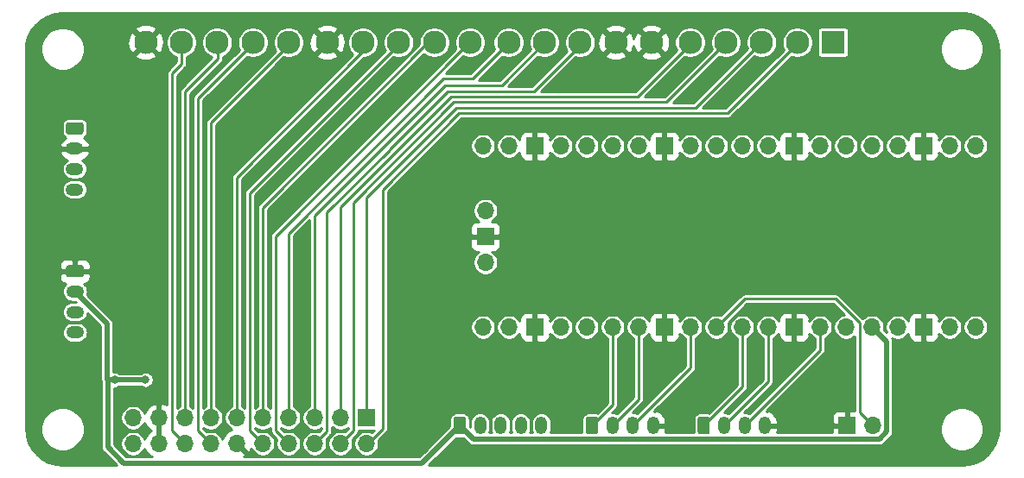
<source format=gbl>
G04 #@! TF.GenerationSoftware,KiCad,Pcbnew,(5.1.12)-1*
G04 #@! TF.CreationDate,2021-12-31T11:23:08-06:00*
G04 #@! TF.ProjectId,PicoFightingBoard,5069636f-4669-4676-9874-696e67426f61,rev?*
G04 #@! TF.SameCoordinates,Original*
G04 #@! TF.FileFunction,Copper,L2,Bot*
G04 #@! TF.FilePolarity,Positive*
%FSLAX46Y46*%
G04 Gerber Fmt 4.6, Leading zero omitted, Abs format (unit mm)*
G04 Created by KiCad (PCBNEW (5.1.12)-1) date 2021-12-31 11:23:08*
%MOMM*%
%LPD*%
G01*
G04 APERTURE LIST*
G04 #@! TA.AperFunction,ComponentPad*
%ADD10R,1.700000X1.700000*%
G04 #@! TD*
G04 #@! TA.AperFunction,ComponentPad*
%ADD11O,1.700000X1.700000*%
G04 #@! TD*
G04 #@! TA.AperFunction,ComponentPad*
%ADD12O,1.750000X1.200000*%
G04 #@! TD*
G04 #@! TA.AperFunction,ComponentPad*
%ADD13O,1.200000X1.750000*%
G04 #@! TD*
G04 #@! TA.AperFunction,ComponentPad*
%ADD14C,2.300000*%
G04 #@! TD*
G04 #@! TA.AperFunction,ComponentPad*
%ADD15R,2.300000X2.300000*%
G04 #@! TD*
G04 #@! TA.AperFunction,ViaPad*
%ADD16C,0.800000*%
G04 #@! TD*
G04 #@! TA.AperFunction,Conductor*
%ADD17C,0.500000*%
G04 #@! TD*
G04 #@! TA.AperFunction,Conductor*
%ADD18C,0.250000*%
G04 #@! TD*
G04 #@! TA.AperFunction,Conductor*
%ADD19C,0.254000*%
G04 #@! TD*
G04 #@! TA.AperFunction,Conductor*
%ADD20C,0.100000*%
G04 #@! TD*
G04 APERTURE END LIST*
D10*
X184277000Y-120142000D03*
D11*
X186817000Y-120142000D03*
D10*
X137160000Y-119380000D03*
D11*
X137160000Y-121920000D03*
X134620000Y-119380000D03*
X134620000Y-121920000D03*
X132080000Y-119380000D03*
X132080000Y-121920000D03*
X129540000Y-119380000D03*
X129540000Y-121920000D03*
X127000000Y-119380000D03*
X127000000Y-121920000D03*
X124460000Y-119380000D03*
X124460000Y-121920000D03*
X121920000Y-119380000D03*
X121920000Y-121920000D03*
X119380000Y-119380000D03*
X119380000Y-121920000D03*
X116840000Y-119380000D03*
X116840000Y-121920000D03*
X114300000Y-119380000D03*
X114300000Y-121920000D03*
X148820000Y-104140000D03*
D10*
X148820000Y-101600000D03*
D11*
X148820000Y-99060000D03*
X196850000Y-110490000D03*
X194310000Y-110490000D03*
D10*
X191770000Y-110490000D03*
D11*
X189230000Y-110490000D03*
X186690000Y-110490000D03*
X184150000Y-110490000D03*
X181610000Y-110490000D03*
D10*
X179070000Y-110490000D03*
D11*
X176530000Y-110490000D03*
X173990000Y-110490000D03*
X171450000Y-110490000D03*
X168910000Y-110490000D03*
D10*
X166370000Y-110490000D03*
D11*
X163830000Y-110490000D03*
X161290000Y-110490000D03*
X158750000Y-110490000D03*
X156210000Y-110490000D03*
D10*
X153670000Y-110490000D03*
D11*
X151130000Y-110490000D03*
X148590000Y-110490000D03*
X148590000Y-92710000D03*
X151130000Y-92710000D03*
D10*
X153670000Y-92710000D03*
D11*
X156210000Y-92710000D03*
X158750000Y-92710000D03*
X161290000Y-92710000D03*
X163830000Y-92710000D03*
D10*
X166370000Y-92710000D03*
D11*
X168910000Y-92710000D03*
X171450000Y-92710000D03*
X173990000Y-92710000D03*
X176530000Y-92710000D03*
D10*
X179070000Y-92710000D03*
D11*
X181610000Y-92710000D03*
X184150000Y-92710000D03*
X186690000Y-92710000D03*
X189230000Y-92710000D03*
D10*
X191770000Y-92710000D03*
D11*
X194310000Y-92710000D03*
X196850000Y-92710000D03*
G04 #@! TA.AperFunction,ComponentPad*
G36*
G01*
X107959999Y-90382800D02*
X109210001Y-90382800D01*
G75*
G02*
X109460000Y-90632799I0J-249999D01*
G01*
X109460000Y-91332801D01*
G75*
G02*
X109210001Y-91582800I-249999J0D01*
G01*
X107959999Y-91582800D01*
G75*
G02*
X107710000Y-91332801I0J249999D01*
G01*
X107710000Y-90632799D01*
G75*
G02*
X107959999Y-90382800I249999J0D01*
G01*
G37*
G04 #@! TD.AperFunction*
D12*
X108585000Y-92982800D03*
X108585000Y-94982800D03*
X108585000Y-96982800D03*
G04 #@! TA.AperFunction,ComponentPad*
G36*
G01*
X145704000Y-120767001D02*
X145704000Y-119516999D01*
G75*
G02*
X145953999Y-119267000I249999J0D01*
G01*
X146654001Y-119267000D01*
G75*
G02*
X146904000Y-119516999I0J-249999D01*
G01*
X146904000Y-120767001D01*
G75*
G02*
X146654001Y-121017000I-249999J0D01*
G01*
X145953999Y-121017000D01*
G75*
G02*
X145704000Y-120767001I0J249999D01*
G01*
G37*
G04 #@! TD.AperFunction*
D13*
X148304000Y-120142000D03*
X150304000Y-120142000D03*
X152304000Y-120142000D03*
X154304000Y-120142000D03*
X165258000Y-120142000D03*
X163258000Y-120142000D03*
X161258000Y-120142000D03*
G04 #@! TA.AperFunction,ComponentPad*
G36*
G01*
X158658000Y-120767001D02*
X158658000Y-119516999D01*
G75*
G02*
X158907999Y-119267000I249999J0D01*
G01*
X159608001Y-119267000D01*
G75*
G02*
X159858000Y-119516999I0J-249999D01*
G01*
X159858000Y-120767001D01*
G75*
G02*
X159608001Y-121017000I-249999J0D01*
G01*
X158907999Y-121017000D01*
G75*
G02*
X158658000Y-120767001I0J249999D01*
G01*
G37*
G04 #@! TD.AperFunction*
D14*
X115540000Y-82550000D03*
X119040000Y-82550000D03*
X122540000Y-82550000D03*
X126040000Y-82550000D03*
X129540000Y-82550000D03*
X147320000Y-82550000D03*
X143820000Y-82550000D03*
X140320000Y-82550000D03*
X136820000Y-82550000D03*
X133320000Y-82550000D03*
X151100000Y-82550000D03*
X154600000Y-82550000D03*
X158100000Y-82550000D03*
X161600000Y-82550000D03*
X165100000Y-82550000D03*
D15*
X182880000Y-82550000D03*
D14*
X179380000Y-82550000D03*
X175880000Y-82550000D03*
X172380000Y-82550000D03*
X168880000Y-82550000D03*
G04 #@! TA.AperFunction,ComponentPad*
G36*
G01*
X169612000Y-120767001D02*
X169612000Y-119516999D01*
G75*
G02*
X169861999Y-119267000I249999J0D01*
G01*
X170562001Y-119267000D01*
G75*
G02*
X170812000Y-119516999I0J-249999D01*
G01*
X170812000Y-120767001D01*
G75*
G02*
X170562001Y-121017000I-249999J0D01*
G01*
X169861999Y-121017000D01*
G75*
G02*
X169612000Y-120767001I0J249999D01*
G01*
G37*
G04 #@! TD.AperFunction*
D13*
X172212000Y-120142000D03*
X174212000Y-120142000D03*
X176212000Y-120142000D03*
D12*
X108610400Y-111003600D03*
X108610400Y-109003600D03*
X108610400Y-107003600D03*
G04 #@! TA.AperFunction,ComponentPad*
G36*
G01*
X107985399Y-104403600D02*
X109235401Y-104403600D01*
G75*
G02*
X109485400Y-104653599I0J-249999D01*
G01*
X109485400Y-105353601D01*
G75*
G02*
X109235401Y-105603600I-249999J0D01*
G01*
X107985399Y-105603600D01*
G75*
G02*
X107735400Y-105353601I0J249999D01*
G01*
X107735400Y-104653599D01*
G75*
G02*
X107985399Y-104403600I249999J0D01*
G01*
G37*
G04 #@! TD.AperFunction*
D16*
X115519200Y-115671600D03*
X112528400Y-115671600D03*
D17*
X124460000Y-121920000D02*
X125526800Y-122986800D01*
D18*
X137160000Y-97790000D02*
X137160000Y-119380000D01*
X145999200Y-88950800D02*
X137160000Y-97790000D01*
X169418000Y-88950800D02*
X145999200Y-88950800D01*
X175818800Y-82550000D02*
X169418000Y-88950800D01*
X175910000Y-82550000D02*
X175818800Y-82550000D01*
X179410000Y-82550000D02*
X179410000Y-82616400D01*
X137312400Y-121920000D02*
X137160000Y-121920000D01*
X138785600Y-120446800D02*
X137312400Y-121920000D01*
X138785600Y-96977200D02*
X138785600Y-120446800D01*
X146253200Y-89509600D02*
X138785600Y-96977200D01*
X172516800Y-89509600D02*
X146253200Y-89509600D01*
X179410000Y-82616400D02*
X172516800Y-89509600D01*
X134620000Y-98704400D02*
X134620000Y-119380000D01*
X145440400Y-87884000D02*
X134620000Y-98704400D01*
X163728400Y-87884000D02*
X145440400Y-87884000D01*
X168910000Y-82702400D02*
X163728400Y-87884000D01*
X168910000Y-82550000D02*
X168910000Y-82702400D01*
X135890000Y-120650000D02*
X134620000Y-121920000D01*
X145745200Y-88392000D02*
X135890000Y-98247200D01*
X166573200Y-88392000D02*
X145745200Y-88392000D01*
X172410000Y-82555200D02*
X166573200Y-88392000D01*
X135890000Y-98247200D02*
X135890000Y-120650000D01*
X172410000Y-82550000D02*
X172410000Y-82555200D01*
X132080000Y-99568000D02*
X132080000Y-119380000D01*
X144881600Y-86766400D02*
X132080000Y-99568000D01*
X150418800Y-86766400D02*
X144881600Y-86766400D01*
X154630000Y-82555200D02*
X150418800Y-86766400D01*
X154630000Y-82550000D02*
X154630000Y-82555200D01*
X133299200Y-99237800D02*
X133299200Y-120700800D01*
X139446000Y-93091000D02*
X133299200Y-99237800D01*
X139446000Y-93065600D02*
X139446000Y-93091000D01*
X145135600Y-87376000D02*
X139446000Y-93065600D01*
X153568400Y-87376000D02*
X145135600Y-87376000D01*
X158130000Y-82814400D02*
X153568400Y-87376000D01*
X133299200Y-120700800D02*
X132080000Y-121920000D01*
X158130000Y-82550000D02*
X158130000Y-82814400D01*
X129540000Y-101295200D02*
X129540000Y-119380000D01*
X147574000Y-86106000D02*
X144729200Y-86106000D01*
X144729200Y-86106000D02*
X129540000Y-101295200D01*
X151130000Y-82550000D02*
X147574000Y-86106000D01*
X147350000Y-82550000D02*
X147269200Y-82550000D01*
X128270000Y-101549200D02*
X128270000Y-120650000D01*
X128270000Y-120650000D02*
X129540000Y-121920000D01*
X147269200Y-82550000D02*
X128270000Y-101549200D01*
X143850000Y-82550000D02*
X143850000Y-82565600D01*
X127000000Y-98763590D02*
X143531795Y-82231795D01*
X127000000Y-119380000D02*
X127000000Y-98763590D01*
X125730000Y-120650000D02*
X127000000Y-121920000D01*
X125730000Y-97332800D02*
X125730000Y-120650000D01*
X140350000Y-82712800D02*
X125730000Y-97332800D01*
X140350000Y-82550000D02*
X140350000Y-82712800D01*
X124460000Y-95808800D02*
X124460000Y-119380000D01*
X136850000Y-83418800D02*
X124460000Y-95808800D01*
X136850000Y-82550000D02*
X136850000Y-83418800D01*
X129570000Y-82550000D02*
X129570000Y-82774000D01*
X129570000Y-82774000D02*
X121920000Y-90424000D01*
X121920000Y-90424000D02*
X121920000Y-119380000D01*
X126070000Y-82550000D02*
X126070000Y-82616400D01*
X120650000Y-120650000D02*
X121920000Y-121920000D01*
X120650000Y-88036400D02*
X120650000Y-120650000D01*
X126070000Y-82616400D02*
X120650000Y-88036400D01*
X119380000Y-87376000D02*
X119380000Y-119380000D01*
X122570000Y-84186000D02*
X119380000Y-87376000D01*
X122570000Y-82580000D02*
X122540000Y-82550000D01*
X122570000Y-84186000D02*
X122570000Y-82580000D01*
X118110000Y-120650000D02*
X119380000Y-121920000D01*
X119070000Y-84638000D02*
X118110000Y-85598000D01*
X119070000Y-82550000D02*
X119070000Y-84638000D01*
X118110000Y-85598000D02*
X118110000Y-120650000D01*
D17*
X147629010Y-121467010D02*
X146304000Y-120142000D01*
X188117001Y-120766001D02*
X187415992Y-121467010D01*
X188117001Y-111917001D02*
X188117001Y-120766001D01*
X187415992Y-121467010D02*
X147629010Y-121467010D01*
X186690000Y-110490000D02*
X188117001Y-111917001D01*
X146304000Y-120142000D02*
X143225999Y-123220001D01*
X111760000Y-110153200D02*
X108610400Y-107003600D01*
X111760000Y-115620800D02*
X111760000Y-110153200D01*
X115519200Y-115671600D02*
X112528400Y-115671600D01*
X111810800Y-115671600D02*
X111810800Y-122275600D01*
X111810800Y-122275600D02*
X113385600Y-123850400D01*
X142595600Y-123850400D02*
X143225999Y-123220001D01*
X113385600Y-123850400D02*
X142595600Y-123850400D01*
X112528400Y-115671600D02*
X111810800Y-115671600D01*
D18*
X161290000Y-118110000D02*
X159258000Y-120142000D01*
X161290000Y-110490000D02*
X161290000Y-118110000D01*
X163830000Y-117570000D02*
X161258000Y-120142000D01*
X163830000Y-110490000D02*
X163830000Y-117570000D01*
X168910000Y-114490000D02*
X163258000Y-120142000D01*
X168910000Y-110490000D02*
X168910000Y-114490000D01*
X173990000Y-110490000D02*
X173990000Y-116364000D01*
X173990000Y-116364000D02*
X170212000Y-120142000D01*
X176530000Y-110490000D02*
X176530000Y-115824000D01*
X176530000Y-115824000D02*
X172212000Y-120142000D01*
X171450000Y-110490000D02*
X174244000Y-107696000D01*
X174244000Y-107696000D02*
X183134000Y-107696000D01*
X185514999Y-118839999D02*
X186817000Y-120142000D01*
X185514999Y-110076999D02*
X185514999Y-118839999D01*
X183134000Y-107696000D02*
X185514999Y-110076999D01*
X181610000Y-112744000D02*
X174212000Y-120142000D01*
X181610000Y-110490000D02*
X181610000Y-112744000D01*
X148285200Y-120123200D02*
X148304000Y-120142000D01*
X150317200Y-120128800D02*
X150304000Y-120142000D01*
X152349200Y-120096800D02*
X152304000Y-120142000D01*
X154381200Y-120064800D02*
X154304000Y-120142000D01*
D19*
X196387485Y-79769190D02*
X197057823Y-80018171D01*
X197667037Y-80392615D01*
X198191913Y-80878253D01*
X198612470Y-81456597D01*
X198912680Y-82105607D01*
X199081114Y-82800574D01*
X199112166Y-83534219D01*
X199111000Y-83546060D01*
X199111001Y-120376137D01*
X199039425Y-121106128D01*
X198833189Y-121789212D01*
X198498203Y-122419230D01*
X198047228Y-122972180D01*
X197497439Y-123427006D01*
X196869780Y-123766380D01*
X196188151Y-123977379D01*
X195459392Y-124053975D01*
X195452156Y-124054000D01*
X143284368Y-124054000D01*
X143694102Y-123644267D01*
X145939913Y-121398456D01*
X145953999Y-121399843D01*
X146654001Y-121399843D01*
X146668087Y-121398456D01*
X147160909Y-121891278D01*
X147180667Y-121915353D01*
X147276749Y-121994206D01*
X147386368Y-122052799D01*
X147505312Y-122088880D01*
X147598012Y-122098010D01*
X147598021Y-122098010D01*
X147629009Y-122101062D01*
X147659997Y-122098010D01*
X187385002Y-122098010D01*
X187415992Y-122101062D01*
X187446982Y-122098010D01*
X187446990Y-122098010D01*
X187539690Y-122088880D01*
X187658634Y-122052799D01*
X187768253Y-121994206D01*
X187864335Y-121915353D01*
X187884097Y-121891273D01*
X188541264Y-121234106D01*
X188565344Y-121214344D01*
X188644197Y-121118262D01*
X188702790Y-121008643D01*
X188738871Y-120889699D01*
X188748001Y-120796999D01*
X188748001Y-120796990D01*
X188751053Y-120766002D01*
X188748001Y-120735014D01*
X188748001Y-120290115D01*
X193369000Y-120290115D01*
X193369000Y-120709885D01*
X193450893Y-121121590D01*
X193611532Y-121509407D01*
X193844744Y-121858433D01*
X194141567Y-122155256D01*
X194490593Y-122388468D01*
X194878410Y-122549107D01*
X195290115Y-122631000D01*
X195709885Y-122631000D01*
X196121590Y-122549107D01*
X196509407Y-122388468D01*
X196858433Y-122155256D01*
X197155256Y-121858433D01*
X197388468Y-121509407D01*
X197549107Y-121121590D01*
X197631000Y-120709885D01*
X197631000Y-120290115D01*
X197549107Y-119878410D01*
X197388468Y-119490593D01*
X197155256Y-119141567D01*
X196858433Y-118844744D01*
X196509407Y-118611532D01*
X196121590Y-118450893D01*
X195709885Y-118369000D01*
X195290115Y-118369000D01*
X194878410Y-118450893D01*
X194490593Y-118611532D01*
X194141567Y-118844744D01*
X193844744Y-119141567D01*
X193611532Y-119490593D01*
X193450893Y-119878410D01*
X193369000Y-120290115D01*
X188748001Y-120290115D01*
X188748001Y-111947988D01*
X188751053Y-111917000D01*
X188748001Y-111886012D01*
X188748001Y-111886003D01*
X188738871Y-111793303D01*
X188702790Y-111674359D01*
X188654520Y-111584053D01*
X188870931Y-111673693D01*
X189108757Y-111721000D01*
X189351243Y-111721000D01*
X189589069Y-111673693D01*
X189813097Y-111580898D01*
X190014717Y-111446180D01*
X190186180Y-111274717D01*
X190283073Y-111129706D01*
X190281928Y-111340000D01*
X190294188Y-111464482D01*
X190330498Y-111584180D01*
X190389463Y-111694494D01*
X190468815Y-111791185D01*
X190565506Y-111870537D01*
X190675820Y-111929502D01*
X190795518Y-111965812D01*
X190920000Y-111978072D01*
X191484250Y-111975000D01*
X191643000Y-111816250D01*
X191643000Y-110617000D01*
X191623000Y-110617000D01*
X191623000Y-110363000D01*
X191643000Y-110363000D01*
X191643000Y-109163750D01*
X191897000Y-109163750D01*
X191897000Y-110363000D01*
X191917000Y-110363000D01*
X191917000Y-110617000D01*
X191897000Y-110617000D01*
X191897000Y-111816250D01*
X192055750Y-111975000D01*
X192620000Y-111978072D01*
X192744482Y-111965812D01*
X192864180Y-111929502D01*
X192974494Y-111870537D01*
X193071185Y-111791185D01*
X193150537Y-111694494D01*
X193209502Y-111584180D01*
X193245812Y-111464482D01*
X193258072Y-111340000D01*
X193256927Y-111129706D01*
X193353820Y-111274717D01*
X193525283Y-111446180D01*
X193726903Y-111580898D01*
X193950931Y-111673693D01*
X194188757Y-111721000D01*
X194431243Y-111721000D01*
X194669069Y-111673693D01*
X194893097Y-111580898D01*
X195094717Y-111446180D01*
X195266180Y-111274717D01*
X195400898Y-111073097D01*
X195493693Y-110849069D01*
X195541000Y-110611243D01*
X195541000Y-110368757D01*
X195619000Y-110368757D01*
X195619000Y-110611243D01*
X195666307Y-110849069D01*
X195759102Y-111073097D01*
X195893820Y-111274717D01*
X196065283Y-111446180D01*
X196266903Y-111580898D01*
X196490931Y-111673693D01*
X196728757Y-111721000D01*
X196971243Y-111721000D01*
X197209069Y-111673693D01*
X197433097Y-111580898D01*
X197634717Y-111446180D01*
X197806180Y-111274717D01*
X197940898Y-111073097D01*
X198033693Y-110849069D01*
X198081000Y-110611243D01*
X198081000Y-110368757D01*
X198033693Y-110130931D01*
X197940898Y-109906903D01*
X197806180Y-109705283D01*
X197634717Y-109533820D01*
X197433097Y-109399102D01*
X197209069Y-109306307D01*
X196971243Y-109259000D01*
X196728757Y-109259000D01*
X196490931Y-109306307D01*
X196266903Y-109399102D01*
X196065283Y-109533820D01*
X195893820Y-109705283D01*
X195759102Y-109906903D01*
X195666307Y-110130931D01*
X195619000Y-110368757D01*
X195541000Y-110368757D01*
X195493693Y-110130931D01*
X195400898Y-109906903D01*
X195266180Y-109705283D01*
X195094717Y-109533820D01*
X194893097Y-109399102D01*
X194669069Y-109306307D01*
X194431243Y-109259000D01*
X194188757Y-109259000D01*
X193950931Y-109306307D01*
X193726903Y-109399102D01*
X193525283Y-109533820D01*
X193353820Y-109705283D01*
X193256927Y-109850294D01*
X193258072Y-109640000D01*
X193245812Y-109515518D01*
X193209502Y-109395820D01*
X193150537Y-109285506D01*
X193071185Y-109188815D01*
X192974494Y-109109463D01*
X192864180Y-109050498D01*
X192744482Y-109014188D01*
X192620000Y-109001928D01*
X192055750Y-109005000D01*
X191897000Y-109163750D01*
X191643000Y-109163750D01*
X191484250Y-109005000D01*
X190920000Y-109001928D01*
X190795518Y-109014188D01*
X190675820Y-109050498D01*
X190565506Y-109109463D01*
X190468815Y-109188815D01*
X190389463Y-109285506D01*
X190330498Y-109395820D01*
X190294188Y-109515518D01*
X190281928Y-109640000D01*
X190283073Y-109850294D01*
X190186180Y-109705283D01*
X190014717Y-109533820D01*
X189813097Y-109399102D01*
X189589069Y-109306307D01*
X189351243Y-109259000D01*
X189108757Y-109259000D01*
X188870931Y-109306307D01*
X188646903Y-109399102D01*
X188445283Y-109533820D01*
X188273820Y-109705283D01*
X188139102Y-109906903D01*
X188046307Y-110130931D01*
X187999000Y-110368757D01*
X187999000Y-110611243D01*
X188046307Y-110849069D01*
X188120460Y-111028092D01*
X187884933Y-110792564D01*
X187921000Y-110611243D01*
X187921000Y-110368757D01*
X187873693Y-110130931D01*
X187780898Y-109906903D01*
X187646180Y-109705283D01*
X187474717Y-109533820D01*
X187273097Y-109399102D01*
X187049069Y-109306307D01*
X186811243Y-109259000D01*
X186568757Y-109259000D01*
X186330931Y-109306307D01*
X186106903Y-109399102D01*
X185905283Y-109533820D01*
X185796347Y-109642756D01*
X183509376Y-107355785D01*
X183493527Y-107336473D01*
X183416479Y-107273241D01*
X183328575Y-107226255D01*
X183233193Y-107197322D01*
X183158854Y-107190000D01*
X183158846Y-107190000D01*
X183134000Y-107187553D01*
X183109154Y-107190000D01*
X174268854Y-107190000D01*
X174244000Y-107187552D01*
X174219146Y-107190000D01*
X174144807Y-107197322D01*
X174049425Y-107226255D01*
X173961521Y-107273241D01*
X173884473Y-107336473D01*
X173868628Y-107355780D01*
X171886167Y-109338242D01*
X171809069Y-109306307D01*
X171571243Y-109259000D01*
X171328757Y-109259000D01*
X171090931Y-109306307D01*
X170866903Y-109399102D01*
X170665283Y-109533820D01*
X170493820Y-109705283D01*
X170359102Y-109906903D01*
X170266307Y-110130931D01*
X170219000Y-110368757D01*
X170219000Y-110611243D01*
X170266307Y-110849069D01*
X170359102Y-111073097D01*
X170493820Y-111274717D01*
X170665283Y-111446180D01*
X170866903Y-111580898D01*
X171090931Y-111673693D01*
X171328757Y-111721000D01*
X171571243Y-111721000D01*
X171809069Y-111673693D01*
X172033097Y-111580898D01*
X172234717Y-111446180D01*
X172406180Y-111274717D01*
X172540898Y-111073097D01*
X172633693Y-110849069D01*
X172681000Y-110611243D01*
X172681000Y-110368757D01*
X172633693Y-110130931D01*
X172601758Y-110053833D01*
X174453592Y-108202000D01*
X182924409Y-108202000D01*
X183989264Y-109266856D01*
X183790931Y-109306307D01*
X183566903Y-109399102D01*
X183365283Y-109533820D01*
X183193820Y-109705283D01*
X183059102Y-109906903D01*
X182966307Y-110130931D01*
X182919000Y-110368757D01*
X182919000Y-110611243D01*
X182966307Y-110849069D01*
X183059102Y-111073097D01*
X183193820Y-111274717D01*
X183365283Y-111446180D01*
X183566903Y-111580898D01*
X183790931Y-111673693D01*
X184028757Y-111721000D01*
X184271243Y-111721000D01*
X184509069Y-111673693D01*
X184733097Y-111580898D01*
X184934717Y-111446180D01*
X185008999Y-111371898D01*
X185009000Y-118654570D01*
X184562750Y-118657000D01*
X184404000Y-118815750D01*
X184404000Y-120015000D01*
X184424000Y-120015000D01*
X184424000Y-120269000D01*
X184404000Y-120269000D01*
X184404000Y-120289000D01*
X184150000Y-120289000D01*
X184150000Y-120269000D01*
X182950750Y-120269000D01*
X182792000Y-120427750D01*
X182789777Y-120836010D01*
X177376057Y-120836010D01*
X177398493Y-120782496D01*
X177447000Y-120544000D01*
X177447000Y-120269000D01*
X176339000Y-120269000D01*
X176339000Y-120289000D01*
X176085000Y-120289000D01*
X176085000Y-120269000D01*
X176065000Y-120269000D01*
X176065000Y-120015000D01*
X176085000Y-120015000D01*
X176085000Y-119995000D01*
X176339000Y-119995000D01*
X176339000Y-120015000D01*
X177447000Y-120015000D01*
X177447000Y-119740000D01*
X177398493Y-119501504D01*
X177310657Y-119292000D01*
X182788928Y-119292000D01*
X182792000Y-119856250D01*
X182950750Y-120015000D01*
X184150000Y-120015000D01*
X184150000Y-118815750D01*
X183991250Y-118657000D01*
X183427000Y-118653928D01*
X183302518Y-118666188D01*
X183182820Y-118702498D01*
X183072506Y-118761463D01*
X182975815Y-118840815D01*
X182896463Y-118937506D01*
X182837498Y-119047820D01*
X182801188Y-119167518D01*
X182788928Y-119292000D01*
X177310657Y-119292000D01*
X177304390Y-119277054D01*
X177168307Y-119075275D01*
X176995474Y-118903922D01*
X176792533Y-118769579D01*
X176567282Y-118677409D01*
X176529609Y-118673538D01*
X176339002Y-118798268D01*
X176339002Y-118730589D01*
X181950220Y-113119372D01*
X181969527Y-113103527D01*
X182032759Y-113026479D01*
X182079745Y-112938575D01*
X182108678Y-112843193D01*
X182116000Y-112768854D01*
X182118448Y-112744000D01*
X182116000Y-112719146D01*
X182116000Y-111612832D01*
X182193097Y-111580898D01*
X182394717Y-111446180D01*
X182566180Y-111274717D01*
X182700898Y-111073097D01*
X182793693Y-110849069D01*
X182841000Y-110611243D01*
X182841000Y-110368757D01*
X182793693Y-110130931D01*
X182700898Y-109906903D01*
X182566180Y-109705283D01*
X182394717Y-109533820D01*
X182193097Y-109399102D01*
X181969069Y-109306307D01*
X181731243Y-109259000D01*
X181488757Y-109259000D01*
X181250931Y-109306307D01*
X181026903Y-109399102D01*
X180825283Y-109533820D01*
X180653820Y-109705283D01*
X180556927Y-109850294D01*
X180558072Y-109640000D01*
X180545812Y-109515518D01*
X180509502Y-109395820D01*
X180450537Y-109285506D01*
X180371185Y-109188815D01*
X180274494Y-109109463D01*
X180164180Y-109050498D01*
X180044482Y-109014188D01*
X179920000Y-109001928D01*
X179355750Y-109005000D01*
X179197000Y-109163750D01*
X179197000Y-110363000D01*
X179217000Y-110363000D01*
X179217000Y-110617000D01*
X179197000Y-110617000D01*
X179197000Y-111816250D01*
X179355750Y-111975000D01*
X179920000Y-111978072D01*
X180044482Y-111965812D01*
X180164180Y-111929502D01*
X180274494Y-111870537D01*
X180371185Y-111791185D01*
X180450537Y-111694494D01*
X180509502Y-111584180D01*
X180545812Y-111464482D01*
X180558072Y-111340000D01*
X180556927Y-111129706D01*
X180653820Y-111274717D01*
X180825283Y-111446180D01*
X181026903Y-111580898D01*
X181104000Y-111612833D01*
X181104001Y-112534407D01*
X174649763Y-118988646D01*
X174589228Y-118956289D01*
X174404309Y-118900195D01*
X174212000Y-118881254D01*
X174185752Y-118883839D01*
X176870220Y-116199372D01*
X176889527Y-116183527D01*
X176952759Y-116106479D01*
X176999745Y-116018575D01*
X177004023Y-116004473D01*
X177028678Y-115923194D01*
X177029652Y-115913306D01*
X177036000Y-115848854D01*
X177036000Y-115848847D01*
X177038447Y-115824001D01*
X177036000Y-115799155D01*
X177036000Y-111612832D01*
X177113097Y-111580898D01*
X177314717Y-111446180D01*
X177486180Y-111274717D01*
X177583073Y-111129706D01*
X177581928Y-111340000D01*
X177594188Y-111464482D01*
X177630498Y-111584180D01*
X177689463Y-111694494D01*
X177768815Y-111791185D01*
X177865506Y-111870537D01*
X177975820Y-111929502D01*
X178095518Y-111965812D01*
X178220000Y-111978072D01*
X178784250Y-111975000D01*
X178943000Y-111816250D01*
X178943000Y-110617000D01*
X178923000Y-110617000D01*
X178923000Y-110363000D01*
X178943000Y-110363000D01*
X178943000Y-109163750D01*
X178784250Y-109005000D01*
X178220000Y-109001928D01*
X178095518Y-109014188D01*
X177975820Y-109050498D01*
X177865506Y-109109463D01*
X177768815Y-109188815D01*
X177689463Y-109285506D01*
X177630498Y-109395820D01*
X177594188Y-109515518D01*
X177581928Y-109640000D01*
X177583073Y-109850294D01*
X177486180Y-109705283D01*
X177314717Y-109533820D01*
X177113097Y-109399102D01*
X176889069Y-109306307D01*
X176651243Y-109259000D01*
X176408757Y-109259000D01*
X176170931Y-109306307D01*
X175946903Y-109399102D01*
X175745283Y-109533820D01*
X175573820Y-109705283D01*
X175439102Y-109906903D01*
X175346307Y-110130931D01*
X175299000Y-110368757D01*
X175299000Y-110611243D01*
X175346307Y-110849069D01*
X175439102Y-111073097D01*
X175573820Y-111274717D01*
X175745283Y-111446180D01*
X175946903Y-111580898D01*
X176024000Y-111612833D01*
X176024001Y-115614407D01*
X172649763Y-118988646D01*
X172589228Y-118956289D01*
X172404309Y-118900195D01*
X172212000Y-118881254D01*
X172185752Y-118883839D01*
X174330220Y-116739372D01*
X174349527Y-116723527D01*
X174412759Y-116646479D01*
X174459745Y-116558575D01*
X174488678Y-116463193D01*
X174496000Y-116388854D01*
X174498448Y-116364000D01*
X174496000Y-116339146D01*
X174496000Y-111612832D01*
X174573097Y-111580898D01*
X174774717Y-111446180D01*
X174946180Y-111274717D01*
X175080898Y-111073097D01*
X175173693Y-110849069D01*
X175221000Y-110611243D01*
X175221000Y-110368757D01*
X175173693Y-110130931D01*
X175080898Y-109906903D01*
X174946180Y-109705283D01*
X174774717Y-109533820D01*
X174573097Y-109399102D01*
X174349069Y-109306307D01*
X174111243Y-109259000D01*
X173868757Y-109259000D01*
X173630931Y-109306307D01*
X173406903Y-109399102D01*
X173205283Y-109533820D01*
X173033820Y-109705283D01*
X172899102Y-109906903D01*
X172806307Y-110130931D01*
X172759000Y-110368757D01*
X172759000Y-110611243D01*
X172806307Y-110849069D01*
X172899102Y-111073097D01*
X173033820Y-111274717D01*
X173205283Y-111446180D01*
X173406903Y-111580898D01*
X173484000Y-111612833D01*
X173484001Y-116154407D01*
X170728912Y-118909497D01*
X170685462Y-118896317D01*
X170562001Y-118884157D01*
X169861999Y-118884157D01*
X169738538Y-118896317D01*
X169619821Y-118932329D01*
X169510411Y-118990810D01*
X169414512Y-119069512D01*
X169335810Y-119165411D01*
X169277329Y-119274821D01*
X169241317Y-119393538D01*
X169229157Y-119516999D01*
X169229157Y-120767001D01*
X169235954Y-120836010D01*
X166422057Y-120836010D01*
X166444493Y-120782496D01*
X166493000Y-120544000D01*
X166493000Y-120269000D01*
X165385000Y-120269000D01*
X165385000Y-120289000D01*
X165131000Y-120289000D01*
X165131000Y-120269000D01*
X165111000Y-120269000D01*
X165111000Y-120015000D01*
X165131000Y-120015000D01*
X165131000Y-119995000D01*
X165385000Y-119995000D01*
X165385000Y-120015000D01*
X166493000Y-120015000D01*
X166493000Y-119740000D01*
X166444493Y-119501504D01*
X166350390Y-119277054D01*
X166214307Y-119075275D01*
X166041474Y-118903922D01*
X165838533Y-118769579D01*
X165613282Y-118677409D01*
X165575609Y-118673538D01*
X165385002Y-118798268D01*
X165385002Y-118730589D01*
X169250220Y-114865372D01*
X169269527Y-114849527D01*
X169332759Y-114772479D01*
X169379745Y-114684575D01*
X169408678Y-114589193D01*
X169416000Y-114514854D01*
X169416000Y-114514847D01*
X169418447Y-114490001D01*
X169416000Y-114465155D01*
X169416000Y-111612832D01*
X169493097Y-111580898D01*
X169694717Y-111446180D01*
X169866180Y-111274717D01*
X170000898Y-111073097D01*
X170093693Y-110849069D01*
X170141000Y-110611243D01*
X170141000Y-110368757D01*
X170093693Y-110130931D01*
X170000898Y-109906903D01*
X169866180Y-109705283D01*
X169694717Y-109533820D01*
X169493097Y-109399102D01*
X169269069Y-109306307D01*
X169031243Y-109259000D01*
X168788757Y-109259000D01*
X168550931Y-109306307D01*
X168326903Y-109399102D01*
X168125283Y-109533820D01*
X167953820Y-109705283D01*
X167856927Y-109850294D01*
X167858072Y-109640000D01*
X167845812Y-109515518D01*
X167809502Y-109395820D01*
X167750537Y-109285506D01*
X167671185Y-109188815D01*
X167574494Y-109109463D01*
X167464180Y-109050498D01*
X167344482Y-109014188D01*
X167220000Y-109001928D01*
X166655750Y-109005000D01*
X166497000Y-109163750D01*
X166497000Y-110363000D01*
X166517000Y-110363000D01*
X166517000Y-110617000D01*
X166497000Y-110617000D01*
X166497000Y-111816250D01*
X166655750Y-111975000D01*
X167220000Y-111978072D01*
X167344482Y-111965812D01*
X167464180Y-111929502D01*
X167574494Y-111870537D01*
X167671185Y-111791185D01*
X167750537Y-111694494D01*
X167809502Y-111584180D01*
X167845812Y-111464482D01*
X167858072Y-111340000D01*
X167856927Y-111129706D01*
X167953820Y-111274717D01*
X168125283Y-111446180D01*
X168326903Y-111580898D01*
X168404000Y-111612833D01*
X168404001Y-114280407D01*
X163695763Y-118988646D01*
X163635228Y-118956289D01*
X163450309Y-118900195D01*
X163258000Y-118881254D01*
X163231752Y-118883839D01*
X164170220Y-117945372D01*
X164189527Y-117929527D01*
X164252759Y-117852479D01*
X164299745Y-117764575D01*
X164328678Y-117669193D01*
X164336000Y-117594854D01*
X164336000Y-117594847D01*
X164338447Y-117570001D01*
X164336000Y-117545155D01*
X164336000Y-111612832D01*
X164413097Y-111580898D01*
X164614717Y-111446180D01*
X164786180Y-111274717D01*
X164883073Y-111129706D01*
X164881928Y-111340000D01*
X164894188Y-111464482D01*
X164930498Y-111584180D01*
X164989463Y-111694494D01*
X165068815Y-111791185D01*
X165165506Y-111870537D01*
X165275820Y-111929502D01*
X165395518Y-111965812D01*
X165520000Y-111978072D01*
X166084250Y-111975000D01*
X166243000Y-111816250D01*
X166243000Y-110617000D01*
X166223000Y-110617000D01*
X166223000Y-110363000D01*
X166243000Y-110363000D01*
X166243000Y-109163750D01*
X166084250Y-109005000D01*
X165520000Y-109001928D01*
X165395518Y-109014188D01*
X165275820Y-109050498D01*
X165165506Y-109109463D01*
X165068815Y-109188815D01*
X164989463Y-109285506D01*
X164930498Y-109395820D01*
X164894188Y-109515518D01*
X164881928Y-109640000D01*
X164883073Y-109850294D01*
X164786180Y-109705283D01*
X164614717Y-109533820D01*
X164413097Y-109399102D01*
X164189069Y-109306307D01*
X163951243Y-109259000D01*
X163708757Y-109259000D01*
X163470931Y-109306307D01*
X163246903Y-109399102D01*
X163045283Y-109533820D01*
X162873820Y-109705283D01*
X162739102Y-109906903D01*
X162646307Y-110130931D01*
X162599000Y-110368757D01*
X162599000Y-110611243D01*
X162646307Y-110849069D01*
X162739102Y-111073097D01*
X162873820Y-111274717D01*
X163045283Y-111446180D01*
X163246903Y-111580898D01*
X163324000Y-111612833D01*
X163324001Y-117360407D01*
X161695763Y-118988646D01*
X161635228Y-118956289D01*
X161450309Y-118900195D01*
X161258000Y-118881254D01*
X161231753Y-118883839D01*
X161630220Y-118485372D01*
X161649527Y-118469527D01*
X161712759Y-118392479D01*
X161759745Y-118304575D01*
X161788678Y-118209193D01*
X161796000Y-118134854D01*
X161796000Y-118134846D01*
X161798447Y-118110000D01*
X161796000Y-118085154D01*
X161796000Y-111612832D01*
X161873097Y-111580898D01*
X162074717Y-111446180D01*
X162246180Y-111274717D01*
X162380898Y-111073097D01*
X162473693Y-110849069D01*
X162521000Y-110611243D01*
X162521000Y-110368757D01*
X162473693Y-110130931D01*
X162380898Y-109906903D01*
X162246180Y-109705283D01*
X162074717Y-109533820D01*
X161873097Y-109399102D01*
X161649069Y-109306307D01*
X161411243Y-109259000D01*
X161168757Y-109259000D01*
X160930931Y-109306307D01*
X160706903Y-109399102D01*
X160505283Y-109533820D01*
X160333820Y-109705283D01*
X160199102Y-109906903D01*
X160106307Y-110130931D01*
X160059000Y-110368757D01*
X160059000Y-110611243D01*
X160106307Y-110849069D01*
X160199102Y-111073097D01*
X160333820Y-111274717D01*
X160505283Y-111446180D01*
X160706903Y-111580898D01*
X160784000Y-111612833D01*
X160784001Y-117900407D01*
X159774911Y-118909497D01*
X159731462Y-118896317D01*
X159608001Y-118884157D01*
X158907999Y-118884157D01*
X158784538Y-118896317D01*
X158665821Y-118932329D01*
X158556411Y-118990810D01*
X158460512Y-119069512D01*
X158381810Y-119165411D01*
X158323329Y-119274821D01*
X158287317Y-119393538D01*
X158275157Y-119516999D01*
X158275157Y-120767001D01*
X158281954Y-120836010D01*
X155192378Y-120836010D01*
X155214711Y-120794229D01*
X155270805Y-120609309D01*
X155285000Y-120465186D01*
X155285000Y-119818813D01*
X155270805Y-119674690D01*
X155214711Y-119489771D01*
X155123618Y-119319349D01*
X155001028Y-119169972D01*
X154851651Y-119047382D01*
X154681228Y-118956289D01*
X154496309Y-118900195D01*
X154304000Y-118881254D01*
X154111690Y-118900195D01*
X153926771Y-118956289D01*
X153756349Y-119047382D01*
X153606972Y-119169972D01*
X153484382Y-119319349D01*
X153393289Y-119489772D01*
X153337195Y-119674691D01*
X153323000Y-119818814D01*
X153323000Y-120465187D01*
X153337195Y-120609310D01*
X153393289Y-120794229D01*
X153415622Y-120836010D01*
X153192378Y-120836010D01*
X153214711Y-120794229D01*
X153270805Y-120609309D01*
X153285000Y-120465186D01*
X153285000Y-119818813D01*
X153270805Y-119674690D01*
X153214711Y-119489771D01*
X153123618Y-119319349D01*
X153001028Y-119169972D01*
X152851651Y-119047382D01*
X152681228Y-118956289D01*
X152496309Y-118900195D01*
X152304000Y-118881254D01*
X152111690Y-118900195D01*
X151926771Y-118956289D01*
X151756349Y-119047382D01*
X151606972Y-119169972D01*
X151484382Y-119319349D01*
X151393289Y-119489772D01*
X151337195Y-119674691D01*
X151323000Y-119818814D01*
X151323000Y-120465187D01*
X151337195Y-120609310D01*
X151393289Y-120794229D01*
X151415622Y-120836010D01*
X151192378Y-120836010D01*
X151214711Y-120794229D01*
X151270805Y-120609309D01*
X151285000Y-120465186D01*
X151285000Y-119818813D01*
X151270805Y-119674690D01*
X151214711Y-119489771D01*
X151123618Y-119319349D01*
X151001028Y-119169972D01*
X150851651Y-119047382D01*
X150681228Y-118956289D01*
X150496309Y-118900195D01*
X150304000Y-118881254D01*
X150111690Y-118900195D01*
X149926771Y-118956289D01*
X149756349Y-119047382D01*
X149606972Y-119169972D01*
X149484382Y-119319349D01*
X149393289Y-119489772D01*
X149337195Y-119674691D01*
X149323000Y-119818814D01*
X149323000Y-120465187D01*
X149337195Y-120609310D01*
X149393289Y-120794229D01*
X149415622Y-120836010D01*
X149192378Y-120836010D01*
X149214711Y-120794229D01*
X149270805Y-120609309D01*
X149285000Y-120465186D01*
X149285000Y-119818813D01*
X149270805Y-119674690D01*
X149214711Y-119489771D01*
X149123618Y-119319349D01*
X149001028Y-119169972D01*
X148851651Y-119047382D01*
X148681228Y-118956289D01*
X148496309Y-118900195D01*
X148304000Y-118881254D01*
X148111690Y-118900195D01*
X147926771Y-118956289D01*
X147756349Y-119047382D01*
X147606972Y-119169972D01*
X147484382Y-119319349D01*
X147393289Y-119489772D01*
X147337195Y-119674691D01*
X147323000Y-119818814D01*
X147323000Y-120268632D01*
X147286843Y-120232475D01*
X147286843Y-119516999D01*
X147274683Y-119393538D01*
X147238671Y-119274821D01*
X147180190Y-119165411D01*
X147101488Y-119069512D01*
X147005589Y-118990810D01*
X146896179Y-118932329D01*
X146777462Y-118896317D01*
X146654001Y-118884157D01*
X145953999Y-118884157D01*
X145830538Y-118896317D01*
X145711821Y-118932329D01*
X145602411Y-118990810D01*
X145506512Y-119069512D01*
X145427810Y-119165411D01*
X145369329Y-119274821D01*
X145333317Y-119393538D01*
X145321157Y-119516999D01*
X145321157Y-120232474D01*
X142801733Y-122751898D01*
X142334232Y-123219400D01*
X125168641Y-123219400D01*
X125226920Y-123191641D01*
X125460269Y-123017588D01*
X125655178Y-122801355D01*
X125804157Y-122551252D01*
X125861772Y-122388832D01*
X125909102Y-122503097D01*
X126043820Y-122704717D01*
X126215283Y-122876180D01*
X126416903Y-123010898D01*
X126640931Y-123103693D01*
X126878757Y-123151000D01*
X127121243Y-123151000D01*
X127359069Y-123103693D01*
X127583097Y-123010898D01*
X127784717Y-122876180D01*
X127956180Y-122704717D01*
X128090898Y-122503097D01*
X128183693Y-122279069D01*
X128231000Y-122041243D01*
X128231000Y-121798757D01*
X128183693Y-121560931D01*
X128090898Y-121336903D01*
X127956180Y-121135283D01*
X127784717Y-120963820D01*
X127583097Y-120829102D01*
X127359069Y-120736307D01*
X127121243Y-120689000D01*
X126878757Y-120689000D01*
X126640931Y-120736307D01*
X126563833Y-120768242D01*
X126236000Y-120440409D01*
X126236000Y-120350023D01*
X126416903Y-120470898D01*
X126640931Y-120563693D01*
X126878757Y-120611000D01*
X127121243Y-120611000D01*
X127359069Y-120563693D01*
X127583097Y-120470898D01*
X127764001Y-120350022D01*
X127764001Y-120625144D01*
X127761553Y-120650000D01*
X127771322Y-120749192D01*
X127800255Y-120844574D01*
X127813610Y-120869559D01*
X127847242Y-120932479D01*
X127910474Y-121009527D01*
X127929780Y-121025371D01*
X128388242Y-121483833D01*
X128356307Y-121560931D01*
X128309000Y-121798757D01*
X128309000Y-122041243D01*
X128356307Y-122279069D01*
X128449102Y-122503097D01*
X128583820Y-122704717D01*
X128755283Y-122876180D01*
X128956903Y-123010898D01*
X129180931Y-123103693D01*
X129418757Y-123151000D01*
X129661243Y-123151000D01*
X129899069Y-123103693D01*
X130123097Y-123010898D01*
X130324717Y-122876180D01*
X130496180Y-122704717D01*
X130630898Y-122503097D01*
X130723693Y-122279069D01*
X130771000Y-122041243D01*
X130771000Y-121798757D01*
X130723693Y-121560931D01*
X130630898Y-121336903D01*
X130496180Y-121135283D01*
X130324717Y-120963820D01*
X130123097Y-120829102D01*
X129899069Y-120736307D01*
X129661243Y-120689000D01*
X129418757Y-120689000D01*
X129180931Y-120736307D01*
X129103833Y-120768242D01*
X128776000Y-120440409D01*
X128776000Y-120350023D01*
X128956903Y-120470898D01*
X129180931Y-120563693D01*
X129418757Y-120611000D01*
X129661243Y-120611000D01*
X129899069Y-120563693D01*
X130123097Y-120470898D01*
X130324717Y-120336180D01*
X130496180Y-120164717D01*
X130630898Y-119963097D01*
X130723693Y-119739069D01*
X130771000Y-119501243D01*
X130771000Y-119258757D01*
X130723693Y-119020931D01*
X130630898Y-118796903D01*
X130496180Y-118595283D01*
X130324717Y-118423820D01*
X130123097Y-118289102D01*
X130046000Y-118257168D01*
X130046000Y-101504791D01*
X131574000Y-99976791D01*
X131574001Y-118257167D01*
X131496903Y-118289102D01*
X131295283Y-118423820D01*
X131123820Y-118595283D01*
X130989102Y-118796903D01*
X130896307Y-119020931D01*
X130849000Y-119258757D01*
X130849000Y-119501243D01*
X130896307Y-119739069D01*
X130989102Y-119963097D01*
X131123820Y-120164717D01*
X131295283Y-120336180D01*
X131496903Y-120470898D01*
X131720931Y-120563693D01*
X131958757Y-120611000D01*
X132201243Y-120611000D01*
X132439069Y-120563693D01*
X132663097Y-120470898D01*
X132793201Y-120383965D01*
X132793201Y-120491207D01*
X132516167Y-120768242D01*
X132439069Y-120736307D01*
X132201243Y-120689000D01*
X131958757Y-120689000D01*
X131720931Y-120736307D01*
X131496903Y-120829102D01*
X131295283Y-120963820D01*
X131123820Y-121135283D01*
X130989102Y-121336903D01*
X130896307Y-121560931D01*
X130849000Y-121798757D01*
X130849000Y-122041243D01*
X130896307Y-122279069D01*
X130989102Y-122503097D01*
X131123820Y-122704717D01*
X131295283Y-122876180D01*
X131496903Y-123010898D01*
X131720931Y-123103693D01*
X131958757Y-123151000D01*
X132201243Y-123151000D01*
X132439069Y-123103693D01*
X132663097Y-123010898D01*
X132864717Y-122876180D01*
X133036180Y-122704717D01*
X133170898Y-122503097D01*
X133263693Y-122279069D01*
X133311000Y-122041243D01*
X133311000Y-121798757D01*
X133263693Y-121560931D01*
X133231758Y-121483833D01*
X133639420Y-121076172D01*
X133658727Y-121060327D01*
X133721959Y-120983279D01*
X133768945Y-120895375D01*
X133789048Y-120829102D01*
X133797878Y-120799994D01*
X133800160Y-120776825D01*
X133805200Y-120725654D01*
X133805200Y-120725647D01*
X133807647Y-120700801D01*
X133805200Y-120675955D01*
X133805200Y-120306097D01*
X133835283Y-120336180D01*
X134036903Y-120470898D01*
X134260931Y-120563693D01*
X134498757Y-120611000D01*
X134741243Y-120611000D01*
X134979069Y-120563693D01*
X135203097Y-120470898D01*
X135384001Y-120350022D01*
X135384001Y-120440407D01*
X135056167Y-120768242D01*
X134979069Y-120736307D01*
X134741243Y-120689000D01*
X134498757Y-120689000D01*
X134260931Y-120736307D01*
X134036903Y-120829102D01*
X133835283Y-120963820D01*
X133663820Y-121135283D01*
X133529102Y-121336903D01*
X133436307Y-121560931D01*
X133389000Y-121798757D01*
X133389000Y-122041243D01*
X133436307Y-122279069D01*
X133529102Y-122503097D01*
X133663820Y-122704717D01*
X133835283Y-122876180D01*
X134036903Y-123010898D01*
X134260931Y-123103693D01*
X134498757Y-123151000D01*
X134741243Y-123151000D01*
X134979069Y-123103693D01*
X135203097Y-123010898D01*
X135404717Y-122876180D01*
X135576180Y-122704717D01*
X135710898Y-122503097D01*
X135803693Y-122279069D01*
X135851000Y-122041243D01*
X135851000Y-121798757D01*
X135803693Y-121560931D01*
X135771758Y-121483833D01*
X136230220Y-121025372D01*
X136249527Y-121009527D01*
X136312759Y-120932479D01*
X136359745Y-120844575D01*
X136365510Y-120825570D01*
X136388678Y-120749194D01*
X136392395Y-120711456D01*
X136396000Y-120674854D01*
X136396000Y-120674847D01*
X136398447Y-120650001D01*
X136396000Y-120625155D01*
X136396000Y-120612843D01*
X137903965Y-120612843D01*
X137703930Y-120812879D01*
X137519069Y-120736307D01*
X137281243Y-120689000D01*
X137038757Y-120689000D01*
X136800931Y-120736307D01*
X136576903Y-120829102D01*
X136375283Y-120963820D01*
X136203820Y-121135283D01*
X136069102Y-121336903D01*
X135976307Y-121560931D01*
X135929000Y-121798757D01*
X135929000Y-122041243D01*
X135976307Y-122279069D01*
X136069102Y-122503097D01*
X136203820Y-122704717D01*
X136375283Y-122876180D01*
X136576903Y-123010898D01*
X136800931Y-123103693D01*
X137038757Y-123151000D01*
X137281243Y-123151000D01*
X137519069Y-123103693D01*
X137743097Y-123010898D01*
X137944717Y-122876180D01*
X138116180Y-122704717D01*
X138250898Y-122503097D01*
X138343693Y-122279069D01*
X138391000Y-122041243D01*
X138391000Y-121798757D01*
X138350888Y-121597103D01*
X139125820Y-120822172D01*
X139145127Y-120806327D01*
X139208359Y-120729279D01*
X139255345Y-120641375D01*
X139282419Y-120552121D01*
X139284278Y-120545994D01*
X139288353Y-120504620D01*
X139291600Y-120471654D01*
X139291600Y-120471647D01*
X139294047Y-120446801D01*
X139291600Y-120421955D01*
X139291600Y-110368757D01*
X147359000Y-110368757D01*
X147359000Y-110611243D01*
X147406307Y-110849069D01*
X147499102Y-111073097D01*
X147633820Y-111274717D01*
X147805283Y-111446180D01*
X148006903Y-111580898D01*
X148230931Y-111673693D01*
X148468757Y-111721000D01*
X148711243Y-111721000D01*
X148949069Y-111673693D01*
X149173097Y-111580898D01*
X149374717Y-111446180D01*
X149546180Y-111274717D01*
X149680898Y-111073097D01*
X149773693Y-110849069D01*
X149821000Y-110611243D01*
X149821000Y-110368757D01*
X149899000Y-110368757D01*
X149899000Y-110611243D01*
X149946307Y-110849069D01*
X150039102Y-111073097D01*
X150173820Y-111274717D01*
X150345283Y-111446180D01*
X150546903Y-111580898D01*
X150770931Y-111673693D01*
X151008757Y-111721000D01*
X151251243Y-111721000D01*
X151489069Y-111673693D01*
X151713097Y-111580898D01*
X151914717Y-111446180D01*
X152086180Y-111274717D01*
X152183073Y-111129706D01*
X152181928Y-111340000D01*
X152194188Y-111464482D01*
X152230498Y-111584180D01*
X152289463Y-111694494D01*
X152368815Y-111791185D01*
X152465506Y-111870537D01*
X152575820Y-111929502D01*
X152695518Y-111965812D01*
X152820000Y-111978072D01*
X153384250Y-111975000D01*
X153543000Y-111816250D01*
X153543000Y-110617000D01*
X153523000Y-110617000D01*
X153523000Y-110363000D01*
X153543000Y-110363000D01*
X153543000Y-109163750D01*
X153797000Y-109163750D01*
X153797000Y-110363000D01*
X153817000Y-110363000D01*
X153817000Y-110617000D01*
X153797000Y-110617000D01*
X153797000Y-111816250D01*
X153955750Y-111975000D01*
X154520000Y-111978072D01*
X154644482Y-111965812D01*
X154764180Y-111929502D01*
X154874494Y-111870537D01*
X154971185Y-111791185D01*
X155050537Y-111694494D01*
X155109502Y-111584180D01*
X155145812Y-111464482D01*
X155158072Y-111340000D01*
X155156927Y-111129706D01*
X155253820Y-111274717D01*
X155425283Y-111446180D01*
X155626903Y-111580898D01*
X155850931Y-111673693D01*
X156088757Y-111721000D01*
X156331243Y-111721000D01*
X156569069Y-111673693D01*
X156793097Y-111580898D01*
X156994717Y-111446180D01*
X157166180Y-111274717D01*
X157300898Y-111073097D01*
X157393693Y-110849069D01*
X157441000Y-110611243D01*
X157441000Y-110368757D01*
X157519000Y-110368757D01*
X157519000Y-110611243D01*
X157566307Y-110849069D01*
X157659102Y-111073097D01*
X157793820Y-111274717D01*
X157965283Y-111446180D01*
X158166903Y-111580898D01*
X158390931Y-111673693D01*
X158628757Y-111721000D01*
X158871243Y-111721000D01*
X159109069Y-111673693D01*
X159333097Y-111580898D01*
X159534717Y-111446180D01*
X159706180Y-111274717D01*
X159840898Y-111073097D01*
X159933693Y-110849069D01*
X159981000Y-110611243D01*
X159981000Y-110368757D01*
X159933693Y-110130931D01*
X159840898Y-109906903D01*
X159706180Y-109705283D01*
X159534717Y-109533820D01*
X159333097Y-109399102D01*
X159109069Y-109306307D01*
X158871243Y-109259000D01*
X158628757Y-109259000D01*
X158390931Y-109306307D01*
X158166903Y-109399102D01*
X157965283Y-109533820D01*
X157793820Y-109705283D01*
X157659102Y-109906903D01*
X157566307Y-110130931D01*
X157519000Y-110368757D01*
X157441000Y-110368757D01*
X157393693Y-110130931D01*
X157300898Y-109906903D01*
X157166180Y-109705283D01*
X156994717Y-109533820D01*
X156793097Y-109399102D01*
X156569069Y-109306307D01*
X156331243Y-109259000D01*
X156088757Y-109259000D01*
X155850931Y-109306307D01*
X155626903Y-109399102D01*
X155425283Y-109533820D01*
X155253820Y-109705283D01*
X155156927Y-109850294D01*
X155158072Y-109640000D01*
X155145812Y-109515518D01*
X155109502Y-109395820D01*
X155050537Y-109285506D01*
X154971185Y-109188815D01*
X154874494Y-109109463D01*
X154764180Y-109050498D01*
X154644482Y-109014188D01*
X154520000Y-109001928D01*
X153955750Y-109005000D01*
X153797000Y-109163750D01*
X153543000Y-109163750D01*
X153384250Y-109005000D01*
X152820000Y-109001928D01*
X152695518Y-109014188D01*
X152575820Y-109050498D01*
X152465506Y-109109463D01*
X152368815Y-109188815D01*
X152289463Y-109285506D01*
X152230498Y-109395820D01*
X152194188Y-109515518D01*
X152181928Y-109640000D01*
X152183073Y-109850294D01*
X152086180Y-109705283D01*
X151914717Y-109533820D01*
X151713097Y-109399102D01*
X151489069Y-109306307D01*
X151251243Y-109259000D01*
X151008757Y-109259000D01*
X150770931Y-109306307D01*
X150546903Y-109399102D01*
X150345283Y-109533820D01*
X150173820Y-109705283D01*
X150039102Y-109906903D01*
X149946307Y-110130931D01*
X149899000Y-110368757D01*
X149821000Y-110368757D01*
X149773693Y-110130931D01*
X149680898Y-109906903D01*
X149546180Y-109705283D01*
X149374717Y-109533820D01*
X149173097Y-109399102D01*
X148949069Y-109306307D01*
X148711243Y-109259000D01*
X148468757Y-109259000D01*
X148230931Y-109306307D01*
X148006903Y-109399102D01*
X147805283Y-109533820D01*
X147633820Y-109705283D01*
X147499102Y-109906903D01*
X147406307Y-110130931D01*
X147359000Y-110368757D01*
X139291600Y-110368757D01*
X139291600Y-102450000D01*
X147331928Y-102450000D01*
X147344188Y-102574482D01*
X147380498Y-102694180D01*
X147439463Y-102804494D01*
X147518815Y-102901185D01*
X147615506Y-102980537D01*
X147725820Y-103039502D01*
X147845518Y-103075812D01*
X147970000Y-103088072D01*
X148180294Y-103086927D01*
X148035283Y-103183820D01*
X147863820Y-103355283D01*
X147729102Y-103556903D01*
X147636307Y-103780931D01*
X147589000Y-104018757D01*
X147589000Y-104261243D01*
X147636307Y-104499069D01*
X147729102Y-104723097D01*
X147863820Y-104924717D01*
X148035283Y-105096180D01*
X148236903Y-105230898D01*
X148460931Y-105323693D01*
X148698757Y-105371000D01*
X148941243Y-105371000D01*
X149179069Y-105323693D01*
X149403097Y-105230898D01*
X149604717Y-105096180D01*
X149776180Y-104924717D01*
X149910898Y-104723097D01*
X150003693Y-104499069D01*
X150051000Y-104261243D01*
X150051000Y-104018757D01*
X150003693Y-103780931D01*
X149910898Y-103556903D01*
X149776180Y-103355283D01*
X149604717Y-103183820D01*
X149459706Y-103086927D01*
X149670000Y-103088072D01*
X149794482Y-103075812D01*
X149914180Y-103039502D01*
X150024494Y-102980537D01*
X150121185Y-102901185D01*
X150200537Y-102804494D01*
X150259502Y-102694180D01*
X150295812Y-102574482D01*
X150308072Y-102450000D01*
X150305000Y-101885750D01*
X150146250Y-101727000D01*
X148947000Y-101727000D01*
X148947000Y-101747000D01*
X148693000Y-101747000D01*
X148693000Y-101727000D01*
X147493750Y-101727000D01*
X147335000Y-101885750D01*
X147331928Y-102450000D01*
X139291600Y-102450000D01*
X139291600Y-100750000D01*
X147331928Y-100750000D01*
X147335000Y-101314250D01*
X147493750Y-101473000D01*
X148693000Y-101473000D01*
X148693000Y-101453000D01*
X148947000Y-101453000D01*
X148947000Y-101473000D01*
X150146250Y-101473000D01*
X150305000Y-101314250D01*
X150308072Y-100750000D01*
X150295812Y-100625518D01*
X150259502Y-100505820D01*
X150200537Y-100395506D01*
X150121185Y-100298815D01*
X150024494Y-100219463D01*
X149914180Y-100160498D01*
X149794482Y-100124188D01*
X149670000Y-100111928D01*
X149459706Y-100113073D01*
X149604717Y-100016180D01*
X149776180Y-99844717D01*
X149910898Y-99643097D01*
X150003693Y-99419069D01*
X150051000Y-99181243D01*
X150051000Y-98938757D01*
X150003693Y-98700931D01*
X149910898Y-98476903D01*
X149776180Y-98275283D01*
X149604717Y-98103820D01*
X149403097Y-97969102D01*
X149179069Y-97876307D01*
X148941243Y-97829000D01*
X148698757Y-97829000D01*
X148460931Y-97876307D01*
X148236903Y-97969102D01*
X148035283Y-98103820D01*
X147863820Y-98275283D01*
X147729102Y-98476903D01*
X147636307Y-98700931D01*
X147589000Y-98938757D01*
X147589000Y-99181243D01*
X147636307Y-99419069D01*
X147729102Y-99643097D01*
X147863820Y-99844717D01*
X148035283Y-100016180D01*
X148180294Y-100113073D01*
X147970000Y-100111928D01*
X147845518Y-100124188D01*
X147725820Y-100160498D01*
X147615506Y-100219463D01*
X147518815Y-100298815D01*
X147439463Y-100395506D01*
X147380498Y-100505820D01*
X147344188Y-100625518D01*
X147331928Y-100750000D01*
X139291600Y-100750000D01*
X139291600Y-97186791D01*
X143889634Y-92588757D01*
X147359000Y-92588757D01*
X147359000Y-92831243D01*
X147406307Y-93069069D01*
X147499102Y-93293097D01*
X147633820Y-93494717D01*
X147805283Y-93666180D01*
X148006903Y-93800898D01*
X148230931Y-93893693D01*
X148468757Y-93941000D01*
X148711243Y-93941000D01*
X148949069Y-93893693D01*
X149173097Y-93800898D01*
X149374717Y-93666180D01*
X149546180Y-93494717D01*
X149680898Y-93293097D01*
X149773693Y-93069069D01*
X149821000Y-92831243D01*
X149821000Y-92588757D01*
X149899000Y-92588757D01*
X149899000Y-92831243D01*
X149946307Y-93069069D01*
X150039102Y-93293097D01*
X150173820Y-93494717D01*
X150345283Y-93666180D01*
X150546903Y-93800898D01*
X150770931Y-93893693D01*
X151008757Y-93941000D01*
X151251243Y-93941000D01*
X151489069Y-93893693D01*
X151713097Y-93800898D01*
X151914717Y-93666180D01*
X152086180Y-93494717D01*
X152183073Y-93349706D01*
X152181928Y-93560000D01*
X152194188Y-93684482D01*
X152230498Y-93804180D01*
X152289463Y-93914494D01*
X152368815Y-94011185D01*
X152465506Y-94090537D01*
X152575820Y-94149502D01*
X152695518Y-94185812D01*
X152820000Y-94198072D01*
X153384250Y-94195000D01*
X153543000Y-94036250D01*
X153543000Y-92837000D01*
X153523000Y-92837000D01*
X153523000Y-92583000D01*
X153543000Y-92583000D01*
X153543000Y-91383750D01*
X153797000Y-91383750D01*
X153797000Y-92583000D01*
X153817000Y-92583000D01*
X153817000Y-92837000D01*
X153797000Y-92837000D01*
X153797000Y-94036250D01*
X153955750Y-94195000D01*
X154520000Y-94198072D01*
X154644482Y-94185812D01*
X154764180Y-94149502D01*
X154874494Y-94090537D01*
X154971185Y-94011185D01*
X155050537Y-93914494D01*
X155109502Y-93804180D01*
X155145812Y-93684482D01*
X155158072Y-93560000D01*
X155156927Y-93349706D01*
X155253820Y-93494717D01*
X155425283Y-93666180D01*
X155626903Y-93800898D01*
X155850931Y-93893693D01*
X156088757Y-93941000D01*
X156331243Y-93941000D01*
X156569069Y-93893693D01*
X156793097Y-93800898D01*
X156994717Y-93666180D01*
X157166180Y-93494717D01*
X157300898Y-93293097D01*
X157393693Y-93069069D01*
X157441000Y-92831243D01*
X157441000Y-92588757D01*
X157519000Y-92588757D01*
X157519000Y-92831243D01*
X157566307Y-93069069D01*
X157659102Y-93293097D01*
X157793820Y-93494717D01*
X157965283Y-93666180D01*
X158166903Y-93800898D01*
X158390931Y-93893693D01*
X158628757Y-93941000D01*
X158871243Y-93941000D01*
X159109069Y-93893693D01*
X159333097Y-93800898D01*
X159534717Y-93666180D01*
X159706180Y-93494717D01*
X159840898Y-93293097D01*
X159933693Y-93069069D01*
X159981000Y-92831243D01*
X159981000Y-92588757D01*
X160059000Y-92588757D01*
X160059000Y-92831243D01*
X160106307Y-93069069D01*
X160199102Y-93293097D01*
X160333820Y-93494717D01*
X160505283Y-93666180D01*
X160706903Y-93800898D01*
X160930931Y-93893693D01*
X161168757Y-93941000D01*
X161411243Y-93941000D01*
X161649069Y-93893693D01*
X161873097Y-93800898D01*
X162074717Y-93666180D01*
X162246180Y-93494717D01*
X162380898Y-93293097D01*
X162473693Y-93069069D01*
X162521000Y-92831243D01*
X162521000Y-92588757D01*
X162599000Y-92588757D01*
X162599000Y-92831243D01*
X162646307Y-93069069D01*
X162739102Y-93293097D01*
X162873820Y-93494717D01*
X163045283Y-93666180D01*
X163246903Y-93800898D01*
X163470931Y-93893693D01*
X163708757Y-93941000D01*
X163951243Y-93941000D01*
X164189069Y-93893693D01*
X164413097Y-93800898D01*
X164614717Y-93666180D01*
X164786180Y-93494717D01*
X164883073Y-93349706D01*
X164881928Y-93560000D01*
X164894188Y-93684482D01*
X164930498Y-93804180D01*
X164989463Y-93914494D01*
X165068815Y-94011185D01*
X165165506Y-94090537D01*
X165275820Y-94149502D01*
X165395518Y-94185812D01*
X165520000Y-94198072D01*
X166084250Y-94195000D01*
X166243000Y-94036250D01*
X166243000Y-92837000D01*
X166223000Y-92837000D01*
X166223000Y-92583000D01*
X166243000Y-92583000D01*
X166243000Y-91383750D01*
X166497000Y-91383750D01*
X166497000Y-92583000D01*
X166517000Y-92583000D01*
X166517000Y-92837000D01*
X166497000Y-92837000D01*
X166497000Y-94036250D01*
X166655750Y-94195000D01*
X167220000Y-94198072D01*
X167344482Y-94185812D01*
X167464180Y-94149502D01*
X167574494Y-94090537D01*
X167671185Y-94011185D01*
X167750537Y-93914494D01*
X167809502Y-93804180D01*
X167845812Y-93684482D01*
X167858072Y-93560000D01*
X167856927Y-93349706D01*
X167953820Y-93494717D01*
X168125283Y-93666180D01*
X168326903Y-93800898D01*
X168550931Y-93893693D01*
X168788757Y-93941000D01*
X169031243Y-93941000D01*
X169269069Y-93893693D01*
X169493097Y-93800898D01*
X169694717Y-93666180D01*
X169866180Y-93494717D01*
X170000898Y-93293097D01*
X170093693Y-93069069D01*
X170141000Y-92831243D01*
X170141000Y-92588757D01*
X170219000Y-92588757D01*
X170219000Y-92831243D01*
X170266307Y-93069069D01*
X170359102Y-93293097D01*
X170493820Y-93494717D01*
X170665283Y-93666180D01*
X170866903Y-93800898D01*
X171090931Y-93893693D01*
X171328757Y-93941000D01*
X171571243Y-93941000D01*
X171809069Y-93893693D01*
X172033097Y-93800898D01*
X172234717Y-93666180D01*
X172406180Y-93494717D01*
X172540898Y-93293097D01*
X172633693Y-93069069D01*
X172681000Y-92831243D01*
X172681000Y-92588757D01*
X172759000Y-92588757D01*
X172759000Y-92831243D01*
X172806307Y-93069069D01*
X172899102Y-93293097D01*
X173033820Y-93494717D01*
X173205283Y-93666180D01*
X173406903Y-93800898D01*
X173630931Y-93893693D01*
X173868757Y-93941000D01*
X174111243Y-93941000D01*
X174349069Y-93893693D01*
X174573097Y-93800898D01*
X174774717Y-93666180D01*
X174946180Y-93494717D01*
X175080898Y-93293097D01*
X175173693Y-93069069D01*
X175221000Y-92831243D01*
X175221000Y-92588757D01*
X175299000Y-92588757D01*
X175299000Y-92831243D01*
X175346307Y-93069069D01*
X175439102Y-93293097D01*
X175573820Y-93494717D01*
X175745283Y-93666180D01*
X175946903Y-93800898D01*
X176170931Y-93893693D01*
X176408757Y-93941000D01*
X176651243Y-93941000D01*
X176889069Y-93893693D01*
X177113097Y-93800898D01*
X177314717Y-93666180D01*
X177486180Y-93494717D01*
X177583073Y-93349706D01*
X177581928Y-93560000D01*
X177594188Y-93684482D01*
X177630498Y-93804180D01*
X177689463Y-93914494D01*
X177768815Y-94011185D01*
X177865506Y-94090537D01*
X177975820Y-94149502D01*
X178095518Y-94185812D01*
X178220000Y-94198072D01*
X178784250Y-94195000D01*
X178943000Y-94036250D01*
X178943000Y-92837000D01*
X178923000Y-92837000D01*
X178923000Y-92583000D01*
X178943000Y-92583000D01*
X178943000Y-91383750D01*
X179197000Y-91383750D01*
X179197000Y-92583000D01*
X179217000Y-92583000D01*
X179217000Y-92837000D01*
X179197000Y-92837000D01*
X179197000Y-94036250D01*
X179355750Y-94195000D01*
X179920000Y-94198072D01*
X180044482Y-94185812D01*
X180164180Y-94149502D01*
X180274494Y-94090537D01*
X180371185Y-94011185D01*
X180450537Y-93914494D01*
X180509502Y-93804180D01*
X180545812Y-93684482D01*
X180558072Y-93560000D01*
X180556927Y-93349706D01*
X180653820Y-93494717D01*
X180825283Y-93666180D01*
X181026903Y-93800898D01*
X181250931Y-93893693D01*
X181488757Y-93941000D01*
X181731243Y-93941000D01*
X181969069Y-93893693D01*
X182193097Y-93800898D01*
X182394717Y-93666180D01*
X182566180Y-93494717D01*
X182700898Y-93293097D01*
X182793693Y-93069069D01*
X182841000Y-92831243D01*
X182841000Y-92588757D01*
X182919000Y-92588757D01*
X182919000Y-92831243D01*
X182966307Y-93069069D01*
X183059102Y-93293097D01*
X183193820Y-93494717D01*
X183365283Y-93666180D01*
X183566903Y-93800898D01*
X183790931Y-93893693D01*
X184028757Y-93941000D01*
X184271243Y-93941000D01*
X184509069Y-93893693D01*
X184733097Y-93800898D01*
X184934717Y-93666180D01*
X185106180Y-93494717D01*
X185240898Y-93293097D01*
X185333693Y-93069069D01*
X185381000Y-92831243D01*
X185381000Y-92588757D01*
X185459000Y-92588757D01*
X185459000Y-92831243D01*
X185506307Y-93069069D01*
X185599102Y-93293097D01*
X185733820Y-93494717D01*
X185905283Y-93666180D01*
X186106903Y-93800898D01*
X186330931Y-93893693D01*
X186568757Y-93941000D01*
X186811243Y-93941000D01*
X187049069Y-93893693D01*
X187273097Y-93800898D01*
X187474717Y-93666180D01*
X187646180Y-93494717D01*
X187780898Y-93293097D01*
X187873693Y-93069069D01*
X187921000Y-92831243D01*
X187921000Y-92588757D01*
X187999000Y-92588757D01*
X187999000Y-92831243D01*
X188046307Y-93069069D01*
X188139102Y-93293097D01*
X188273820Y-93494717D01*
X188445283Y-93666180D01*
X188646903Y-93800898D01*
X188870931Y-93893693D01*
X189108757Y-93941000D01*
X189351243Y-93941000D01*
X189589069Y-93893693D01*
X189813097Y-93800898D01*
X190014717Y-93666180D01*
X190186180Y-93494717D01*
X190283073Y-93349706D01*
X190281928Y-93560000D01*
X190294188Y-93684482D01*
X190330498Y-93804180D01*
X190389463Y-93914494D01*
X190468815Y-94011185D01*
X190565506Y-94090537D01*
X190675820Y-94149502D01*
X190795518Y-94185812D01*
X190920000Y-94198072D01*
X191484250Y-94195000D01*
X191643000Y-94036250D01*
X191643000Y-92837000D01*
X191623000Y-92837000D01*
X191623000Y-92583000D01*
X191643000Y-92583000D01*
X191643000Y-91383750D01*
X191897000Y-91383750D01*
X191897000Y-92583000D01*
X191917000Y-92583000D01*
X191917000Y-92837000D01*
X191897000Y-92837000D01*
X191897000Y-94036250D01*
X192055750Y-94195000D01*
X192620000Y-94198072D01*
X192744482Y-94185812D01*
X192864180Y-94149502D01*
X192974494Y-94090537D01*
X193071185Y-94011185D01*
X193150537Y-93914494D01*
X193209502Y-93804180D01*
X193245812Y-93684482D01*
X193258072Y-93560000D01*
X193256927Y-93349706D01*
X193353820Y-93494717D01*
X193525283Y-93666180D01*
X193726903Y-93800898D01*
X193950931Y-93893693D01*
X194188757Y-93941000D01*
X194431243Y-93941000D01*
X194669069Y-93893693D01*
X194893097Y-93800898D01*
X195094717Y-93666180D01*
X195266180Y-93494717D01*
X195400898Y-93293097D01*
X195493693Y-93069069D01*
X195541000Y-92831243D01*
X195541000Y-92588757D01*
X195619000Y-92588757D01*
X195619000Y-92831243D01*
X195666307Y-93069069D01*
X195759102Y-93293097D01*
X195893820Y-93494717D01*
X196065283Y-93666180D01*
X196266903Y-93800898D01*
X196490931Y-93893693D01*
X196728757Y-93941000D01*
X196971243Y-93941000D01*
X197209069Y-93893693D01*
X197433097Y-93800898D01*
X197634717Y-93666180D01*
X197806180Y-93494717D01*
X197940898Y-93293097D01*
X198033693Y-93069069D01*
X198081000Y-92831243D01*
X198081000Y-92588757D01*
X198033693Y-92350931D01*
X197940898Y-92126903D01*
X197806180Y-91925283D01*
X197634717Y-91753820D01*
X197433097Y-91619102D01*
X197209069Y-91526307D01*
X196971243Y-91479000D01*
X196728757Y-91479000D01*
X196490931Y-91526307D01*
X196266903Y-91619102D01*
X196065283Y-91753820D01*
X195893820Y-91925283D01*
X195759102Y-92126903D01*
X195666307Y-92350931D01*
X195619000Y-92588757D01*
X195541000Y-92588757D01*
X195493693Y-92350931D01*
X195400898Y-92126903D01*
X195266180Y-91925283D01*
X195094717Y-91753820D01*
X194893097Y-91619102D01*
X194669069Y-91526307D01*
X194431243Y-91479000D01*
X194188757Y-91479000D01*
X193950931Y-91526307D01*
X193726903Y-91619102D01*
X193525283Y-91753820D01*
X193353820Y-91925283D01*
X193256927Y-92070294D01*
X193258072Y-91860000D01*
X193245812Y-91735518D01*
X193209502Y-91615820D01*
X193150537Y-91505506D01*
X193071185Y-91408815D01*
X192974494Y-91329463D01*
X192864180Y-91270498D01*
X192744482Y-91234188D01*
X192620000Y-91221928D01*
X192055750Y-91225000D01*
X191897000Y-91383750D01*
X191643000Y-91383750D01*
X191484250Y-91225000D01*
X190920000Y-91221928D01*
X190795518Y-91234188D01*
X190675820Y-91270498D01*
X190565506Y-91329463D01*
X190468815Y-91408815D01*
X190389463Y-91505506D01*
X190330498Y-91615820D01*
X190294188Y-91735518D01*
X190281928Y-91860000D01*
X190283073Y-92070294D01*
X190186180Y-91925283D01*
X190014717Y-91753820D01*
X189813097Y-91619102D01*
X189589069Y-91526307D01*
X189351243Y-91479000D01*
X189108757Y-91479000D01*
X188870931Y-91526307D01*
X188646903Y-91619102D01*
X188445283Y-91753820D01*
X188273820Y-91925283D01*
X188139102Y-92126903D01*
X188046307Y-92350931D01*
X187999000Y-92588757D01*
X187921000Y-92588757D01*
X187873693Y-92350931D01*
X187780898Y-92126903D01*
X187646180Y-91925283D01*
X187474717Y-91753820D01*
X187273097Y-91619102D01*
X187049069Y-91526307D01*
X186811243Y-91479000D01*
X186568757Y-91479000D01*
X186330931Y-91526307D01*
X186106903Y-91619102D01*
X185905283Y-91753820D01*
X185733820Y-91925283D01*
X185599102Y-92126903D01*
X185506307Y-92350931D01*
X185459000Y-92588757D01*
X185381000Y-92588757D01*
X185333693Y-92350931D01*
X185240898Y-92126903D01*
X185106180Y-91925283D01*
X184934717Y-91753820D01*
X184733097Y-91619102D01*
X184509069Y-91526307D01*
X184271243Y-91479000D01*
X184028757Y-91479000D01*
X183790931Y-91526307D01*
X183566903Y-91619102D01*
X183365283Y-91753820D01*
X183193820Y-91925283D01*
X183059102Y-92126903D01*
X182966307Y-92350931D01*
X182919000Y-92588757D01*
X182841000Y-92588757D01*
X182793693Y-92350931D01*
X182700898Y-92126903D01*
X182566180Y-91925283D01*
X182394717Y-91753820D01*
X182193097Y-91619102D01*
X181969069Y-91526307D01*
X181731243Y-91479000D01*
X181488757Y-91479000D01*
X181250931Y-91526307D01*
X181026903Y-91619102D01*
X180825283Y-91753820D01*
X180653820Y-91925283D01*
X180556927Y-92070294D01*
X180558072Y-91860000D01*
X180545812Y-91735518D01*
X180509502Y-91615820D01*
X180450537Y-91505506D01*
X180371185Y-91408815D01*
X180274494Y-91329463D01*
X180164180Y-91270498D01*
X180044482Y-91234188D01*
X179920000Y-91221928D01*
X179355750Y-91225000D01*
X179197000Y-91383750D01*
X178943000Y-91383750D01*
X178784250Y-91225000D01*
X178220000Y-91221928D01*
X178095518Y-91234188D01*
X177975820Y-91270498D01*
X177865506Y-91329463D01*
X177768815Y-91408815D01*
X177689463Y-91505506D01*
X177630498Y-91615820D01*
X177594188Y-91735518D01*
X177581928Y-91860000D01*
X177583073Y-92070294D01*
X177486180Y-91925283D01*
X177314717Y-91753820D01*
X177113097Y-91619102D01*
X176889069Y-91526307D01*
X176651243Y-91479000D01*
X176408757Y-91479000D01*
X176170931Y-91526307D01*
X175946903Y-91619102D01*
X175745283Y-91753820D01*
X175573820Y-91925283D01*
X175439102Y-92126903D01*
X175346307Y-92350931D01*
X175299000Y-92588757D01*
X175221000Y-92588757D01*
X175173693Y-92350931D01*
X175080898Y-92126903D01*
X174946180Y-91925283D01*
X174774717Y-91753820D01*
X174573097Y-91619102D01*
X174349069Y-91526307D01*
X174111243Y-91479000D01*
X173868757Y-91479000D01*
X173630931Y-91526307D01*
X173406903Y-91619102D01*
X173205283Y-91753820D01*
X173033820Y-91925283D01*
X172899102Y-92126903D01*
X172806307Y-92350931D01*
X172759000Y-92588757D01*
X172681000Y-92588757D01*
X172633693Y-92350931D01*
X172540898Y-92126903D01*
X172406180Y-91925283D01*
X172234717Y-91753820D01*
X172033097Y-91619102D01*
X171809069Y-91526307D01*
X171571243Y-91479000D01*
X171328757Y-91479000D01*
X171090931Y-91526307D01*
X170866903Y-91619102D01*
X170665283Y-91753820D01*
X170493820Y-91925283D01*
X170359102Y-92126903D01*
X170266307Y-92350931D01*
X170219000Y-92588757D01*
X170141000Y-92588757D01*
X170093693Y-92350931D01*
X170000898Y-92126903D01*
X169866180Y-91925283D01*
X169694717Y-91753820D01*
X169493097Y-91619102D01*
X169269069Y-91526307D01*
X169031243Y-91479000D01*
X168788757Y-91479000D01*
X168550931Y-91526307D01*
X168326903Y-91619102D01*
X168125283Y-91753820D01*
X167953820Y-91925283D01*
X167856927Y-92070294D01*
X167858072Y-91860000D01*
X167845812Y-91735518D01*
X167809502Y-91615820D01*
X167750537Y-91505506D01*
X167671185Y-91408815D01*
X167574494Y-91329463D01*
X167464180Y-91270498D01*
X167344482Y-91234188D01*
X167220000Y-91221928D01*
X166655750Y-91225000D01*
X166497000Y-91383750D01*
X166243000Y-91383750D01*
X166084250Y-91225000D01*
X165520000Y-91221928D01*
X165395518Y-91234188D01*
X165275820Y-91270498D01*
X165165506Y-91329463D01*
X165068815Y-91408815D01*
X164989463Y-91505506D01*
X164930498Y-91615820D01*
X164894188Y-91735518D01*
X164881928Y-91860000D01*
X164883073Y-92070294D01*
X164786180Y-91925283D01*
X164614717Y-91753820D01*
X164413097Y-91619102D01*
X164189069Y-91526307D01*
X163951243Y-91479000D01*
X163708757Y-91479000D01*
X163470931Y-91526307D01*
X163246903Y-91619102D01*
X163045283Y-91753820D01*
X162873820Y-91925283D01*
X162739102Y-92126903D01*
X162646307Y-92350931D01*
X162599000Y-92588757D01*
X162521000Y-92588757D01*
X162473693Y-92350931D01*
X162380898Y-92126903D01*
X162246180Y-91925283D01*
X162074717Y-91753820D01*
X161873097Y-91619102D01*
X161649069Y-91526307D01*
X161411243Y-91479000D01*
X161168757Y-91479000D01*
X160930931Y-91526307D01*
X160706903Y-91619102D01*
X160505283Y-91753820D01*
X160333820Y-91925283D01*
X160199102Y-92126903D01*
X160106307Y-92350931D01*
X160059000Y-92588757D01*
X159981000Y-92588757D01*
X159933693Y-92350931D01*
X159840898Y-92126903D01*
X159706180Y-91925283D01*
X159534717Y-91753820D01*
X159333097Y-91619102D01*
X159109069Y-91526307D01*
X158871243Y-91479000D01*
X158628757Y-91479000D01*
X158390931Y-91526307D01*
X158166903Y-91619102D01*
X157965283Y-91753820D01*
X157793820Y-91925283D01*
X157659102Y-92126903D01*
X157566307Y-92350931D01*
X157519000Y-92588757D01*
X157441000Y-92588757D01*
X157393693Y-92350931D01*
X157300898Y-92126903D01*
X157166180Y-91925283D01*
X156994717Y-91753820D01*
X156793097Y-91619102D01*
X156569069Y-91526307D01*
X156331243Y-91479000D01*
X156088757Y-91479000D01*
X155850931Y-91526307D01*
X155626903Y-91619102D01*
X155425283Y-91753820D01*
X155253820Y-91925283D01*
X155156927Y-92070294D01*
X155158072Y-91860000D01*
X155145812Y-91735518D01*
X155109502Y-91615820D01*
X155050537Y-91505506D01*
X154971185Y-91408815D01*
X154874494Y-91329463D01*
X154764180Y-91270498D01*
X154644482Y-91234188D01*
X154520000Y-91221928D01*
X153955750Y-91225000D01*
X153797000Y-91383750D01*
X153543000Y-91383750D01*
X153384250Y-91225000D01*
X152820000Y-91221928D01*
X152695518Y-91234188D01*
X152575820Y-91270498D01*
X152465506Y-91329463D01*
X152368815Y-91408815D01*
X152289463Y-91505506D01*
X152230498Y-91615820D01*
X152194188Y-91735518D01*
X152181928Y-91860000D01*
X152183073Y-92070294D01*
X152086180Y-91925283D01*
X151914717Y-91753820D01*
X151713097Y-91619102D01*
X151489069Y-91526307D01*
X151251243Y-91479000D01*
X151008757Y-91479000D01*
X150770931Y-91526307D01*
X150546903Y-91619102D01*
X150345283Y-91753820D01*
X150173820Y-91925283D01*
X150039102Y-92126903D01*
X149946307Y-92350931D01*
X149899000Y-92588757D01*
X149821000Y-92588757D01*
X149773693Y-92350931D01*
X149680898Y-92126903D01*
X149546180Y-91925283D01*
X149374717Y-91753820D01*
X149173097Y-91619102D01*
X148949069Y-91526307D01*
X148711243Y-91479000D01*
X148468757Y-91479000D01*
X148230931Y-91526307D01*
X148006903Y-91619102D01*
X147805283Y-91753820D01*
X147633820Y-91925283D01*
X147499102Y-92126903D01*
X147406307Y-92350931D01*
X147359000Y-92588757D01*
X143889634Y-92588757D01*
X146462792Y-90015600D01*
X172491954Y-90015600D01*
X172516800Y-90018047D01*
X172541646Y-90015600D01*
X172541654Y-90015600D01*
X172615993Y-90008278D01*
X172711375Y-89979345D01*
X172799279Y-89932359D01*
X172876327Y-89869127D01*
X172892176Y-89849815D01*
X178782388Y-83959604D01*
X178933424Y-84022165D01*
X179229210Y-84081000D01*
X179530790Y-84081000D01*
X179826576Y-84022165D01*
X180105201Y-83906755D01*
X180355956Y-83739205D01*
X180569205Y-83525956D01*
X180736755Y-83275201D01*
X180852165Y-82996576D01*
X180911000Y-82700790D01*
X180911000Y-82399210D01*
X180852165Y-82103424D01*
X180736755Y-81824799D01*
X180569205Y-81574044D01*
X180395161Y-81400000D01*
X181347157Y-81400000D01*
X181347157Y-83700000D01*
X181354513Y-83774689D01*
X181376299Y-83846508D01*
X181411678Y-83912696D01*
X181459289Y-83970711D01*
X181517304Y-84018322D01*
X181583492Y-84053701D01*
X181655311Y-84075487D01*
X181730000Y-84082843D01*
X184030000Y-84082843D01*
X184104689Y-84075487D01*
X184176508Y-84053701D01*
X184242696Y-84018322D01*
X184300711Y-83970711D01*
X184348322Y-83912696D01*
X184383701Y-83846508D01*
X184405487Y-83774689D01*
X184412843Y-83700000D01*
X184412843Y-82990115D01*
X193369000Y-82990115D01*
X193369000Y-83409885D01*
X193450893Y-83821590D01*
X193611532Y-84209407D01*
X193844744Y-84558433D01*
X194141567Y-84855256D01*
X194490593Y-85088468D01*
X194878410Y-85249107D01*
X195290115Y-85331000D01*
X195709885Y-85331000D01*
X196121590Y-85249107D01*
X196509407Y-85088468D01*
X196858433Y-84855256D01*
X197155256Y-84558433D01*
X197388468Y-84209407D01*
X197549107Y-83821590D01*
X197631000Y-83409885D01*
X197631000Y-82990115D01*
X197549107Y-82578410D01*
X197388468Y-82190593D01*
X197155256Y-81841567D01*
X196858433Y-81544744D01*
X196509407Y-81311532D01*
X196121590Y-81150893D01*
X195709885Y-81069000D01*
X195290115Y-81069000D01*
X194878410Y-81150893D01*
X194490593Y-81311532D01*
X194141567Y-81544744D01*
X193844744Y-81841567D01*
X193611532Y-82190593D01*
X193450893Y-82578410D01*
X193369000Y-82990115D01*
X184412843Y-82990115D01*
X184412843Y-81400000D01*
X184405487Y-81325311D01*
X184383701Y-81253492D01*
X184348322Y-81187304D01*
X184300711Y-81129289D01*
X184242696Y-81081678D01*
X184176508Y-81046299D01*
X184104689Y-81024513D01*
X184030000Y-81017157D01*
X181730000Y-81017157D01*
X181655311Y-81024513D01*
X181583492Y-81046299D01*
X181517304Y-81081678D01*
X181459289Y-81129289D01*
X181411678Y-81187304D01*
X181376299Y-81253492D01*
X181354513Y-81325311D01*
X181347157Y-81400000D01*
X180395161Y-81400000D01*
X180355956Y-81360795D01*
X180105201Y-81193245D01*
X179826576Y-81077835D01*
X179530790Y-81019000D01*
X179229210Y-81019000D01*
X178933424Y-81077835D01*
X178654799Y-81193245D01*
X178404044Y-81360795D01*
X178190795Y-81574044D01*
X178023245Y-81824799D01*
X177907835Y-82103424D01*
X177849000Y-82399210D01*
X177849000Y-82700790D01*
X177907835Y-82996576D01*
X178023245Y-83275201D01*
X178028197Y-83282612D01*
X172307209Y-89003600D01*
X170080791Y-89003600D01*
X175170948Y-83913444D01*
X175433424Y-84022165D01*
X175729210Y-84081000D01*
X176030790Y-84081000D01*
X176326576Y-84022165D01*
X176605201Y-83906755D01*
X176855956Y-83739205D01*
X177069205Y-83525956D01*
X177236755Y-83275201D01*
X177352165Y-82996576D01*
X177411000Y-82700790D01*
X177411000Y-82399210D01*
X177352165Y-82103424D01*
X177236755Y-81824799D01*
X177069205Y-81574044D01*
X176855956Y-81360795D01*
X176605201Y-81193245D01*
X176326576Y-81077835D01*
X176030790Y-81019000D01*
X175729210Y-81019000D01*
X175433424Y-81077835D01*
X175154799Y-81193245D01*
X174904044Y-81360795D01*
X174690795Y-81574044D01*
X174523245Y-81824799D01*
X174407835Y-82103424D01*
X174349000Y-82399210D01*
X174349000Y-82700790D01*
X174407835Y-82996576D01*
X174480706Y-83172502D01*
X169208409Y-88444800D01*
X167235991Y-88444800D01*
X171739113Y-83941679D01*
X171933424Y-84022165D01*
X172229210Y-84081000D01*
X172530790Y-84081000D01*
X172826576Y-84022165D01*
X173105201Y-83906755D01*
X173355956Y-83739205D01*
X173569205Y-83525956D01*
X173736755Y-83275201D01*
X173852165Y-82996576D01*
X173911000Y-82700790D01*
X173911000Y-82399210D01*
X173852165Y-82103424D01*
X173736755Y-81824799D01*
X173569205Y-81574044D01*
X173355956Y-81360795D01*
X173105201Y-81193245D01*
X172826576Y-81077835D01*
X172530790Y-81019000D01*
X172229210Y-81019000D01*
X171933424Y-81077835D01*
X171654799Y-81193245D01*
X171404044Y-81360795D01*
X171190795Y-81574044D01*
X171023245Y-81824799D01*
X170907835Y-82103424D01*
X170849000Y-82399210D01*
X170849000Y-82700790D01*
X170907835Y-82996576D01*
X171008941Y-83240667D01*
X166363609Y-87886000D01*
X164441991Y-87886000D01*
X168343199Y-83984793D01*
X168433424Y-84022165D01*
X168729210Y-84081000D01*
X169030790Y-84081000D01*
X169326576Y-84022165D01*
X169605201Y-83906755D01*
X169855956Y-83739205D01*
X170069205Y-83525956D01*
X170236755Y-83275201D01*
X170352165Y-82996576D01*
X170411000Y-82700790D01*
X170411000Y-82399210D01*
X170352165Y-82103424D01*
X170236755Y-81824799D01*
X170069205Y-81574044D01*
X169855956Y-81360795D01*
X169605201Y-81193245D01*
X169326576Y-81077835D01*
X169030790Y-81019000D01*
X168729210Y-81019000D01*
X168433424Y-81077835D01*
X168154799Y-81193245D01*
X167904044Y-81360795D01*
X167690795Y-81574044D01*
X167523245Y-81824799D01*
X167407835Y-82103424D01*
X167349000Y-82399210D01*
X167349000Y-82700790D01*
X167407835Y-82996576D01*
X167523245Y-83275201D01*
X167562643Y-83334165D01*
X163518809Y-87378000D01*
X154281991Y-87378000D01*
X157642395Y-84017597D01*
X157653424Y-84022165D01*
X157949210Y-84081000D01*
X158250790Y-84081000D01*
X158546576Y-84022165D01*
X158825201Y-83906755D01*
X158996420Y-83792349D01*
X160537256Y-83792349D01*
X160651118Y-84072090D01*
X160966296Y-84227961D01*
X161305826Y-84319349D01*
X161656661Y-84342741D01*
X162005319Y-84297240D01*
X162338400Y-84184594D01*
X162548882Y-84072090D01*
X162662744Y-83792349D01*
X164037256Y-83792349D01*
X164151118Y-84072090D01*
X164466296Y-84227961D01*
X164805826Y-84319349D01*
X165156661Y-84342741D01*
X165505319Y-84297240D01*
X165838400Y-84184594D01*
X166048882Y-84072090D01*
X166162744Y-83792349D01*
X165100000Y-82729605D01*
X164037256Y-83792349D01*
X162662744Y-83792349D01*
X161600000Y-82729605D01*
X160537256Y-83792349D01*
X158996420Y-83792349D01*
X159075956Y-83739205D01*
X159289205Y-83525956D01*
X159456755Y-83275201D01*
X159572165Y-82996576D01*
X159631000Y-82700790D01*
X159631000Y-82606661D01*
X159807259Y-82606661D01*
X159852760Y-82955319D01*
X159965406Y-83288400D01*
X160077910Y-83498882D01*
X160357651Y-83612744D01*
X161420395Y-82550000D01*
X161779605Y-82550000D01*
X162842349Y-83612744D01*
X163122090Y-83498882D01*
X163277961Y-83183704D01*
X163348408Y-82921974D01*
X163352760Y-82955319D01*
X163465406Y-83288400D01*
X163577910Y-83498882D01*
X163857651Y-83612744D01*
X164920395Y-82550000D01*
X165279605Y-82550000D01*
X166342349Y-83612744D01*
X166622090Y-83498882D01*
X166777961Y-83183704D01*
X166869349Y-82844174D01*
X166892741Y-82493339D01*
X166847240Y-82144681D01*
X166734594Y-81811600D01*
X166622090Y-81601118D01*
X166342349Y-81487256D01*
X165279605Y-82550000D01*
X164920395Y-82550000D01*
X163857651Y-81487256D01*
X163577910Y-81601118D01*
X163422039Y-81916296D01*
X163351592Y-82178026D01*
X163347240Y-82144681D01*
X163234594Y-81811600D01*
X163122090Y-81601118D01*
X162842349Y-81487256D01*
X161779605Y-82550000D01*
X161420395Y-82550000D01*
X160357651Y-81487256D01*
X160077910Y-81601118D01*
X159922039Y-81916296D01*
X159830651Y-82255826D01*
X159807259Y-82606661D01*
X159631000Y-82606661D01*
X159631000Y-82399210D01*
X159572165Y-82103424D01*
X159456755Y-81824799D01*
X159289205Y-81574044D01*
X159075956Y-81360795D01*
X158996421Y-81307651D01*
X160537256Y-81307651D01*
X161600000Y-82370395D01*
X162662744Y-81307651D01*
X164037256Y-81307651D01*
X165100000Y-82370395D01*
X166162744Y-81307651D01*
X166048882Y-81027910D01*
X165733704Y-80872039D01*
X165394174Y-80780651D01*
X165043339Y-80757259D01*
X164694681Y-80802760D01*
X164361600Y-80915406D01*
X164151118Y-81027910D01*
X164037256Y-81307651D01*
X162662744Y-81307651D01*
X162548882Y-81027910D01*
X162233704Y-80872039D01*
X161894174Y-80780651D01*
X161543339Y-80757259D01*
X161194681Y-80802760D01*
X160861600Y-80915406D01*
X160651118Y-81027910D01*
X160537256Y-81307651D01*
X158996421Y-81307651D01*
X158825201Y-81193245D01*
X158546576Y-81077835D01*
X158250790Y-81019000D01*
X157949210Y-81019000D01*
X157653424Y-81077835D01*
X157374799Y-81193245D01*
X157124044Y-81360795D01*
X156910795Y-81574044D01*
X156743245Y-81824799D01*
X156627835Y-82103424D01*
X156569000Y-82399210D01*
X156569000Y-82700790D01*
X156627835Y-82996576D01*
X156743245Y-83275201D01*
X156827505Y-83401304D01*
X153358809Y-86870000D01*
X151030791Y-86870000D01*
X153959113Y-83941679D01*
X154153424Y-84022165D01*
X154449210Y-84081000D01*
X154750790Y-84081000D01*
X155046576Y-84022165D01*
X155325201Y-83906755D01*
X155575956Y-83739205D01*
X155789205Y-83525956D01*
X155956755Y-83275201D01*
X156072165Y-82996576D01*
X156131000Y-82700790D01*
X156131000Y-82399210D01*
X156072165Y-82103424D01*
X155956755Y-81824799D01*
X155789205Y-81574044D01*
X155575956Y-81360795D01*
X155325201Y-81193245D01*
X155046576Y-81077835D01*
X154750790Y-81019000D01*
X154449210Y-81019000D01*
X154153424Y-81077835D01*
X153874799Y-81193245D01*
X153624044Y-81360795D01*
X153410795Y-81574044D01*
X153243245Y-81824799D01*
X153127835Y-82103424D01*
X153069000Y-82399210D01*
X153069000Y-82700790D01*
X153127835Y-82996576D01*
X153228941Y-83240667D01*
X150209209Y-86260400D01*
X148135191Y-86260400D01*
X150455436Y-83940156D01*
X150653424Y-84022165D01*
X150949210Y-84081000D01*
X151250790Y-84081000D01*
X151546576Y-84022165D01*
X151825201Y-83906755D01*
X152075956Y-83739205D01*
X152289205Y-83525956D01*
X152456755Y-83275201D01*
X152572165Y-82996576D01*
X152631000Y-82700790D01*
X152631000Y-82399210D01*
X152572165Y-82103424D01*
X152456755Y-81824799D01*
X152289205Y-81574044D01*
X152075956Y-81360795D01*
X151825201Y-81193245D01*
X151546576Y-81077835D01*
X151250790Y-81019000D01*
X150949210Y-81019000D01*
X150653424Y-81077835D01*
X150374799Y-81193245D01*
X150124044Y-81360795D01*
X149910795Y-81574044D01*
X149743245Y-81824799D01*
X149627835Y-82103424D01*
X149569000Y-82399210D01*
X149569000Y-82700790D01*
X149627835Y-82996576D01*
X149727418Y-83236991D01*
X147364409Y-85600000D01*
X144934792Y-85600000D01*
X146618302Y-83916490D01*
X146873424Y-84022165D01*
X147169210Y-84081000D01*
X147470790Y-84081000D01*
X147766576Y-84022165D01*
X148045201Y-83906755D01*
X148295956Y-83739205D01*
X148509205Y-83525956D01*
X148676755Y-83275201D01*
X148792165Y-82996576D01*
X148851000Y-82700790D01*
X148851000Y-82399210D01*
X148792165Y-82103424D01*
X148676755Y-81824799D01*
X148509205Y-81574044D01*
X148295956Y-81360795D01*
X148045201Y-81193245D01*
X147766576Y-81077835D01*
X147470790Y-81019000D01*
X147169210Y-81019000D01*
X146873424Y-81077835D01*
X146594799Y-81193245D01*
X146344044Y-81360795D01*
X146130795Y-81574044D01*
X145963245Y-81824799D01*
X145847835Y-82103424D01*
X145789000Y-82399210D01*
X145789000Y-82700790D01*
X145847835Y-82996576D01*
X145923752Y-83179856D01*
X127929785Y-101173824D01*
X127910473Y-101189673D01*
X127847241Y-101266721D01*
X127800255Y-101354626D01*
X127771322Y-101450008D01*
X127764000Y-101524347D01*
X127764000Y-101524354D01*
X127761553Y-101549200D01*
X127764000Y-101574046D01*
X127764001Y-118409978D01*
X127583097Y-118289102D01*
X127506000Y-118257168D01*
X127506000Y-98973181D01*
X142792010Y-83687171D01*
X142844044Y-83739205D01*
X143094799Y-83906755D01*
X143373424Y-84022165D01*
X143669210Y-84081000D01*
X143970790Y-84081000D01*
X144266576Y-84022165D01*
X144545201Y-83906755D01*
X144795956Y-83739205D01*
X145009205Y-83525956D01*
X145176755Y-83275201D01*
X145292165Y-82996576D01*
X145351000Y-82700790D01*
X145351000Y-82399210D01*
X145292165Y-82103424D01*
X145176755Y-81824799D01*
X145009205Y-81574044D01*
X144795956Y-81360795D01*
X144545201Y-81193245D01*
X144266576Y-81077835D01*
X143970790Y-81019000D01*
X143669210Y-81019000D01*
X143373424Y-81077835D01*
X143094799Y-81193245D01*
X142844044Y-81360795D01*
X142630795Y-81574044D01*
X142463245Y-81824799D01*
X142347835Y-82103424D01*
X142289000Y-82399210D01*
X142289000Y-82700790D01*
X142298657Y-82749341D01*
X126659781Y-98388218D01*
X126640474Y-98404063D01*
X126577242Y-98481111D01*
X126552127Y-98528098D01*
X126530255Y-98569016D01*
X126501322Y-98664398D01*
X126491553Y-98763590D01*
X126494001Y-98788446D01*
X126494000Y-118257168D01*
X126416903Y-118289102D01*
X126236000Y-118409977D01*
X126236000Y-97542391D01*
X139790553Y-83987839D01*
X139873424Y-84022165D01*
X140169210Y-84081000D01*
X140470790Y-84081000D01*
X140766576Y-84022165D01*
X141045201Y-83906755D01*
X141295956Y-83739205D01*
X141509205Y-83525956D01*
X141676755Y-83275201D01*
X141792165Y-82996576D01*
X141851000Y-82700790D01*
X141851000Y-82399210D01*
X141792165Y-82103424D01*
X141676755Y-81824799D01*
X141509205Y-81574044D01*
X141295956Y-81360795D01*
X141045201Y-81193245D01*
X140766576Y-81077835D01*
X140470790Y-81019000D01*
X140169210Y-81019000D01*
X139873424Y-81077835D01*
X139594799Y-81193245D01*
X139344044Y-81360795D01*
X139130795Y-81574044D01*
X138963245Y-81824799D01*
X138847835Y-82103424D01*
X138789000Y-82399210D01*
X138789000Y-82700790D01*
X138847835Y-82996576D01*
X138963245Y-83275201D01*
X139006809Y-83340399D01*
X125389785Y-96957424D01*
X125370473Y-96973273D01*
X125307241Y-97050321D01*
X125260255Y-97138226D01*
X125231322Y-97233608D01*
X125224000Y-97307947D01*
X125224000Y-97307954D01*
X125221553Y-97332800D01*
X125224000Y-97357646D01*
X125224001Y-118409978D01*
X125043097Y-118289102D01*
X124966000Y-118257168D01*
X124966000Y-96018391D01*
X136903392Y-84081000D01*
X136970790Y-84081000D01*
X137266576Y-84022165D01*
X137545201Y-83906755D01*
X137795956Y-83739205D01*
X138009205Y-83525956D01*
X138176755Y-83275201D01*
X138292165Y-82996576D01*
X138351000Y-82700790D01*
X138351000Y-82399210D01*
X138292165Y-82103424D01*
X138176755Y-81824799D01*
X138009205Y-81574044D01*
X137795956Y-81360795D01*
X137545201Y-81193245D01*
X137266576Y-81077835D01*
X136970790Y-81019000D01*
X136669210Y-81019000D01*
X136373424Y-81077835D01*
X136094799Y-81193245D01*
X135844044Y-81360795D01*
X135630795Y-81574044D01*
X135463245Y-81824799D01*
X135347835Y-82103424D01*
X135289000Y-82399210D01*
X135289000Y-82700790D01*
X135347835Y-82996576D01*
X135463245Y-83275201D01*
X135630795Y-83525956D01*
X135829024Y-83724185D01*
X124119785Y-95433424D01*
X124100473Y-95449273D01*
X124037241Y-95526321D01*
X123990255Y-95614226D01*
X123961322Y-95709608D01*
X123954000Y-95783947D01*
X123954000Y-95783954D01*
X123951553Y-95808800D01*
X123954000Y-95833646D01*
X123954001Y-118257167D01*
X123876903Y-118289102D01*
X123675283Y-118423820D01*
X123503820Y-118595283D01*
X123369102Y-118796903D01*
X123276307Y-119020931D01*
X123229000Y-119258757D01*
X123229000Y-119501243D01*
X123276307Y-119739069D01*
X123369102Y-119963097D01*
X123503820Y-120164717D01*
X123675283Y-120336180D01*
X123876903Y-120470898D01*
X123983154Y-120514909D01*
X123955901Y-120523175D01*
X123693080Y-120648359D01*
X123459731Y-120822412D01*
X123264822Y-121038645D01*
X123115843Y-121288748D01*
X123058228Y-121451168D01*
X123010898Y-121336903D01*
X122876180Y-121135283D01*
X122704717Y-120963820D01*
X122503097Y-120829102D01*
X122279069Y-120736307D01*
X122041243Y-120689000D01*
X121798757Y-120689000D01*
X121560931Y-120736307D01*
X121483833Y-120768242D01*
X121156000Y-120440409D01*
X121156000Y-120350023D01*
X121336903Y-120470898D01*
X121560931Y-120563693D01*
X121798757Y-120611000D01*
X122041243Y-120611000D01*
X122279069Y-120563693D01*
X122503097Y-120470898D01*
X122704717Y-120336180D01*
X122876180Y-120164717D01*
X123010898Y-119963097D01*
X123103693Y-119739069D01*
X123151000Y-119501243D01*
X123151000Y-119258757D01*
X123103693Y-119020931D01*
X123010898Y-118796903D01*
X122876180Y-118595283D01*
X122704717Y-118423820D01*
X122503097Y-118289102D01*
X122426000Y-118257168D01*
X122426000Y-90633591D01*
X129053828Y-84005764D01*
X129093424Y-84022165D01*
X129389210Y-84081000D01*
X129690790Y-84081000D01*
X129986576Y-84022165D01*
X130265201Y-83906755D01*
X130436420Y-83792349D01*
X132257256Y-83792349D01*
X132371118Y-84072090D01*
X132686296Y-84227961D01*
X133025826Y-84319349D01*
X133376661Y-84342741D01*
X133725319Y-84297240D01*
X134058400Y-84184594D01*
X134268882Y-84072090D01*
X134382744Y-83792349D01*
X133320000Y-82729605D01*
X132257256Y-83792349D01*
X130436420Y-83792349D01*
X130515956Y-83739205D01*
X130729205Y-83525956D01*
X130896755Y-83275201D01*
X131012165Y-82996576D01*
X131071000Y-82700790D01*
X131071000Y-82606661D01*
X131527259Y-82606661D01*
X131572760Y-82955319D01*
X131685406Y-83288400D01*
X131797910Y-83498882D01*
X132077651Y-83612744D01*
X133140395Y-82550000D01*
X133499605Y-82550000D01*
X134562349Y-83612744D01*
X134842090Y-83498882D01*
X134997961Y-83183704D01*
X135089349Y-82844174D01*
X135112741Y-82493339D01*
X135067240Y-82144681D01*
X134954594Y-81811600D01*
X134842090Y-81601118D01*
X134562349Y-81487256D01*
X133499605Y-82550000D01*
X133140395Y-82550000D01*
X132077651Y-81487256D01*
X131797910Y-81601118D01*
X131642039Y-81916296D01*
X131550651Y-82255826D01*
X131527259Y-82606661D01*
X131071000Y-82606661D01*
X131071000Y-82399210D01*
X131012165Y-82103424D01*
X130896755Y-81824799D01*
X130729205Y-81574044D01*
X130515956Y-81360795D01*
X130436421Y-81307651D01*
X132257256Y-81307651D01*
X133320000Y-82370395D01*
X134382744Y-81307651D01*
X134268882Y-81027910D01*
X133953704Y-80872039D01*
X133614174Y-80780651D01*
X133263339Y-80757259D01*
X132914681Y-80802760D01*
X132581600Y-80915406D01*
X132371118Y-81027910D01*
X132257256Y-81307651D01*
X130436421Y-81307651D01*
X130265201Y-81193245D01*
X129986576Y-81077835D01*
X129690790Y-81019000D01*
X129389210Y-81019000D01*
X129093424Y-81077835D01*
X128814799Y-81193245D01*
X128564044Y-81360795D01*
X128350795Y-81574044D01*
X128183245Y-81824799D01*
X128067835Y-82103424D01*
X128009000Y-82399210D01*
X128009000Y-82700790D01*
X128067835Y-82996576D01*
X128183245Y-83275201D01*
X128251322Y-83377086D01*
X121579785Y-90048624D01*
X121560473Y-90064473D01*
X121497241Y-90141521D01*
X121450255Y-90229426D01*
X121421322Y-90324808D01*
X121414000Y-90399147D01*
X121414000Y-90399154D01*
X121411553Y-90424000D01*
X121414000Y-90448846D01*
X121414001Y-118257167D01*
X121336903Y-118289102D01*
X121156000Y-118409977D01*
X121156000Y-88245991D01*
X125442388Y-83959604D01*
X125593424Y-84022165D01*
X125889210Y-84081000D01*
X126190790Y-84081000D01*
X126486576Y-84022165D01*
X126765201Y-83906755D01*
X127015956Y-83739205D01*
X127229205Y-83525956D01*
X127396755Y-83275201D01*
X127512165Y-82996576D01*
X127571000Y-82700790D01*
X127571000Y-82399210D01*
X127512165Y-82103424D01*
X127396755Y-81824799D01*
X127229205Y-81574044D01*
X127015956Y-81360795D01*
X126765201Y-81193245D01*
X126486576Y-81077835D01*
X126190790Y-81019000D01*
X125889210Y-81019000D01*
X125593424Y-81077835D01*
X125314799Y-81193245D01*
X125064044Y-81360795D01*
X124850795Y-81574044D01*
X124683245Y-81824799D01*
X124567835Y-82103424D01*
X124509000Y-82399210D01*
X124509000Y-82700790D01*
X124567835Y-82996576D01*
X124683245Y-83275201D01*
X124688197Y-83282612D01*
X120309785Y-87661024D01*
X120290473Y-87676873D01*
X120227241Y-87753921D01*
X120180255Y-87841826D01*
X120151322Y-87937208D01*
X120144000Y-88011547D01*
X120144000Y-88011554D01*
X120141553Y-88036400D01*
X120144000Y-88061246D01*
X120144001Y-118409978D01*
X119963097Y-118289102D01*
X119886000Y-118257168D01*
X119886000Y-87585591D01*
X122910220Y-84561372D01*
X122929527Y-84545527D01*
X122992759Y-84468479D01*
X123039745Y-84380575D01*
X123068678Y-84285193D01*
X123076000Y-84210854D01*
X123076000Y-84210847D01*
X123078447Y-84186001D01*
X123076000Y-84161155D01*
X123076000Y-83985124D01*
X123265201Y-83906755D01*
X123515956Y-83739205D01*
X123729205Y-83525956D01*
X123896755Y-83275201D01*
X124012165Y-82996576D01*
X124071000Y-82700790D01*
X124071000Y-82399210D01*
X124012165Y-82103424D01*
X123896755Y-81824799D01*
X123729205Y-81574044D01*
X123515956Y-81360795D01*
X123265201Y-81193245D01*
X122986576Y-81077835D01*
X122690790Y-81019000D01*
X122389210Y-81019000D01*
X122093424Y-81077835D01*
X121814799Y-81193245D01*
X121564044Y-81360795D01*
X121350795Y-81574044D01*
X121183245Y-81824799D01*
X121067835Y-82103424D01*
X121009000Y-82399210D01*
X121009000Y-82700790D01*
X121067835Y-82996576D01*
X121183245Y-83275201D01*
X121350795Y-83525956D01*
X121564044Y-83739205D01*
X121814799Y-83906755D01*
X122040263Y-84000145D01*
X119039785Y-87000624D01*
X119020473Y-87016473D01*
X118957241Y-87093521D01*
X118910255Y-87181426D01*
X118881322Y-87276808D01*
X118874000Y-87351147D01*
X118874000Y-87351154D01*
X118871553Y-87376000D01*
X118874000Y-87400846D01*
X118874001Y-118257167D01*
X118796903Y-118289102D01*
X118616000Y-118409977D01*
X118616000Y-85807591D01*
X119410220Y-85013372D01*
X119429527Y-84997527D01*
X119492759Y-84920479D01*
X119539745Y-84832575D01*
X119568678Y-84737193D01*
X119576000Y-84662854D01*
X119576000Y-84662847D01*
X119578447Y-84638001D01*
X119576000Y-84613155D01*
X119576000Y-83985124D01*
X119765201Y-83906755D01*
X120015956Y-83739205D01*
X120229205Y-83525956D01*
X120396755Y-83275201D01*
X120512165Y-82996576D01*
X120571000Y-82700790D01*
X120571000Y-82399210D01*
X120512165Y-82103424D01*
X120396755Y-81824799D01*
X120229205Y-81574044D01*
X120015956Y-81360795D01*
X119765201Y-81193245D01*
X119486576Y-81077835D01*
X119190790Y-81019000D01*
X118889210Y-81019000D01*
X118593424Y-81077835D01*
X118314799Y-81193245D01*
X118064044Y-81360795D01*
X117850795Y-81574044D01*
X117683245Y-81824799D01*
X117567835Y-82103424D01*
X117509000Y-82399210D01*
X117509000Y-82700790D01*
X117567835Y-82996576D01*
X117683245Y-83275201D01*
X117850795Y-83525956D01*
X118064044Y-83739205D01*
X118314799Y-83906755D01*
X118564001Y-84009977D01*
X118564001Y-84428407D01*
X117769785Y-85222624D01*
X117750473Y-85238473D01*
X117687241Y-85315521D01*
X117640255Y-85403426D01*
X117611322Y-85498808D01*
X117604000Y-85573147D01*
X117604000Y-85573154D01*
X117601553Y-85598000D01*
X117604000Y-85622846D01*
X117604001Y-118106969D01*
X117344099Y-117983175D01*
X117196890Y-117938524D01*
X116967000Y-118059845D01*
X116967000Y-119253000D01*
X116987000Y-119253000D01*
X116987000Y-119507000D01*
X116967000Y-119507000D01*
X116967000Y-121793000D01*
X116987000Y-121793000D01*
X116987000Y-122047000D01*
X116967000Y-122047000D01*
X116967000Y-122067000D01*
X116713000Y-122067000D01*
X116713000Y-122047000D01*
X116693000Y-122047000D01*
X116693000Y-121793000D01*
X116713000Y-121793000D01*
X116713000Y-119507000D01*
X116693000Y-119507000D01*
X116693000Y-119253000D01*
X116713000Y-119253000D01*
X116713000Y-118059845D01*
X116483110Y-117938524D01*
X116335901Y-117983175D01*
X116073080Y-118108359D01*
X115839731Y-118282412D01*
X115644822Y-118498645D01*
X115495843Y-118748748D01*
X115438228Y-118911168D01*
X115390898Y-118796903D01*
X115256180Y-118595283D01*
X115084717Y-118423820D01*
X114883097Y-118289102D01*
X114659069Y-118196307D01*
X114421243Y-118149000D01*
X114178757Y-118149000D01*
X113940931Y-118196307D01*
X113716903Y-118289102D01*
X113515283Y-118423820D01*
X113343820Y-118595283D01*
X113209102Y-118796903D01*
X113116307Y-119020931D01*
X113069000Y-119258757D01*
X113069000Y-119501243D01*
X113116307Y-119739069D01*
X113209102Y-119963097D01*
X113343820Y-120164717D01*
X113515283Y-120336180D01*
X113716903Y-120470898D01*
X113940931Y-120563693D01*
X114178757Y-120611000D01*
X114421243Y-120611000D01*
X114659069Y-120563693D01*
X114883097Y-120470898D01*
X115084717Y-120336180D01*
X115256180Y-120164717D01*
X115390898Y-119963097D01*
X115438228Y-119848832D01*
X115495843Y-120011252D01*
X115644822Y-120261355D01*
X115839731Y-120477588D01*
X116070880Y-120650000D01*
X115839731Y-120822412D01*
X115644822Y-121038645D01*
X115495843Y-121288748D01*
X115438228Y-121451168D01*
X115390898Y-121336903D01*
X115256180Y-121135283D01*
X115084717Y-120963820D01*
X114883097Y-120829102D01*
X114659069Y-120736307D01*
X114421243Y-120689000D01*
X114178757Y-120689000D01*
X113940931Y-120736307D01*
X113716903Y-120829102D01*
X113515283Y-120963820D01*
X113343820Y-121135283D01*
X113209102Y-121336903D01*
X113116307Y-121560931D01*
X113069000Y-121798757D01*
X113069000Y-122041243D01*
X113116307Y-122279069D01*
X113209102Y-122503097D01*
X113343820Y-122704717D01*
X113515283Y-122876180D01*
X113716903Y-123010898D01*
X113940931Y-123103693D01*
X114178757Y-123151000D01*
X114421243Y-123151000D01*
X114659069Y-123103693D01*
X114883097Y-123010898D01*
X115084717Y-122876180D01*
X115256180Y-122704717D01*
X115390898Y-122503097D01*
X115438228Y-122388832D01*
X115495843Y-122551252D01*
X115644822Y-122801355D01*
X115839731Y-123017588D01*
X116073080Y-123191641D01*
X116131359Y-123219400D01*
X113646969Y-123219400D01*
X112441800Y-122014232D01*
X112441800Y-116450675D01*
X112451478Y-116452600D01*
X112605322Y-116452600D01*
X112756209Y-116422587D01*
X112898342Y-116363713D01*
X112989805Y-116302600D01*
X115057795Y-116302600D01*
X115149258Y-116363713D01*
X115291391Y-116422587D01*
X115442278Y-116452600D01*
X115596122Y-116452600D01*
X115747009Y-116422587D01*
X115889142Y-116363713D01*
X116017059Y-116278242D01*
X116125842Y-116169459D01*
X116211313Y-116041542D01*
X116270187Y-115899409D01*
X116300200Y-115748522D01*
X116300200Y-115594678D01*
X116270187Y-115443791D01*
X116211313Y-115301658D01*
X116125842Y-115173741D01*
X116017059Y-115064958D01*
X115889142Y-114979487D01*
X115747009Y-114920613D01*
X115596122Y-114890600D01*
X115442278Y-114890600D01*
X115291391Y-114920613D01*
X115149258Y-114979487D01*
X115057795Y-115040600D01*
X112989805Y-115040600D01*
X112898342Y-114979487D01*
X112756209Y-114920613D01*
X112605322Y-114890600D01*
X112451478Y-114890600D01*
X112391000Y-114902630D01*
X112391000Y-110184187D01*
X112394052Y-110153199D01*
X112391000Y-110122211D01*
X112391000Y-110122202D01*
X112381870Y-110029502D01*
X112345789Y-109910558D01*
X112287196Y-109800939D01*
X112281928Y-109794520D01*
X112228103Y-109728934D01*
X112228101Y-109728932D01*
X112208343Y-109704857D01*
X112184268Y-109685099D01*
X109815635Y-107316467D01*
X109852205Y-107195910D01*
X109871146Y-107003600D01*
X109852205Y-106811290D01*
X109796111Y-106626371D01*
X109705018Y-106455949D01*
X109582428Y-106306572D01*
X109501424Y-106240094D01*
X109609882Y-106229412D01*
X109729580Y-106193102D01*
X109839894Y-106134137D01*
X109936585Y-106054785D01*
X110015937Y-105958094D01*
X110074902Y-105847780D01*
X110111212Y-105728082D01*
X110123472Y-105603600D01*
X110120400Y-105289350D01*
X109961650Y-105130600D01*
X108737400Y-105130600D01*
X108737400Y-105150600D01*
X108483400Y-105150600D01*
X108483400Y-105130600D01*
X107259150Y-105130600D01*
X107100400Y-105289350D01*
X107097328Y-105603600D01*
X107109588Y-105728082D01*
X107145898Y-105847780D01*
X107204863Y-105958094D01*
X107284215Y-106054785D01*
X107380906Y-106134137D01*
X107491220Y-106193102D01*
X107610918Y-106229412D01*
X107719376Y-106240094D01*
X107638372Y-106306572D01*
X107515782Y-106455949D01*
X107424689Y-106626371D01*
X107368595Y-106811290D01*
X107349654Y-107003600D01*
X107368595Y-107195910D01*
X107424689Y-107380829D01*
X107515782Y-107551251D01*
X107638372Y-107700628D01*
X107787749Y-107823218D01*
X107958171Y-107914311D01*
X108143090Y-107970405D01*
X108287213Y-107984600D01*
X108699032Y-107984600D01*
X108737032Y-108022600D01*
X108287213Y-108022600D01*
X108143090Y-108036795D01*
X107958171Y-108092889D01*
X107787749Y-108183982D01*
X107638372Y-108306572D01*
X107515782Y-108455949D01*
X107424689Y-108626371D01*
X107368595Y-108811290D01*
X107349654Y-109003600D01*
X107368595Y-109195910D01*
X107424689Y-109380829D01*
X107515782Y-109551251D01*
X107638372Y-109700628D01*
X107787749Y-109823218D01*
X107958171Y-109914311D01*
X108143090Y-109970405D01*
X108287213Y-109984600D01*
X108933587Y-109984600D01*
X109077710Y-109970405D01*
X109262629Y-109914311D01*
X109433051Y-109823218D01*
X109582428Y-109700628D01*
X109705018Y-109551251D01*
X109796111Y-109380829D01*
X109852205Y-109195910D01*
X109857418Y-109142986D01*
X111129001Y-110414570D01*
X111129000Y-115651797D01*
X111138130Y-115744497D01*
X111174211Y-115863441D01*
X111179800Y-115873897D01*
X111179801Y-122244600D01*
X111176748Y-122275600D01*
X111188930Y-122399297D01*
X111225011Y-122518241D01*
X111283604Y-122627860D01*
X111342697Y-122699865D01*
X111342700Y-122699868D01*
X111362458Y-122723943D01*
X111386533Y-122743701D01*
X112696831Y-124054000D01*
X107461853Y-124054000D01*
X106731872Y-123982425D01*
X106048788Y-123776189D01*
X105418770Y-123441203D01*
X104865820Y-122990228D01*
X104410994Y-122440439D01*
X104071620Y-121812780D01*
X103860621Y-121131151D01*
X103784025Y-120402392D01*
X103784000Y-120395156D01*
X103784000Y-120290115D01*
X105269000Y-120290115D01*
X105269000Y-120709885D01*
X105350893Y-121121590D01*
X105511532Y-121509407D01*
X105744744Y-121858433D01*
X106041567Y-122155256D01*
X106390593Y-122388468D01*
X106778410Y-122549107D01*
X107190115Y-122631000D01*
X107609885Y-122631000D01*
X108021590Y-122549107D01*
X108409407Y-122388468D01*
X108758433Y-122155256D01*
X109055256Y-121858433D01*
X109288468Y-121509407D01*
X109449107Y-121121590D01*
X109531000Y-120709885D01*
X109531000Y-120290115D01*
X109449107Y-119878410D01*
X109288468Y-119490593D01*
X109055256Y-119141567D01*
X108758433Y-118844744D01*
X108409407Y-118611532D01*
X108021590Y-118450893D01*
X107609885Y-118369000D01*
X107190115Y-118369000D01*
X106778410Y-118450893D01*
X106390593Y-118611532D01*
X106041567Y-118844744D01*
X105744744Y-119141567D01*
X105511532Y-119490593D01*
X105350893Y-119878410D01*
X105269000Y-120290115D01*
X103784000Y-120290115D01*
X103784000Y-111003600D01*
X107349654Y-111003600D01*
X107368595Y-111195910D01*
X107424689Y-111380829D01*
X107515782Y-111551251D01*
X107638372Y-111700628D01*
X107787749Y-111823218D01*
X107958171Y-111914311D01*
X108143090Y-111970405D01*
X108287213Y-111984600D01*
X108933587Y-111984600D01*
X109077710Y-111970405D01*
X109262629Y-111914311D01*
X109433051Y-111823218D01*
X109582428Y-111700628D01*
X109705018Y-111551251D01*
X109796111Y-111380829D01*
X109852205Y-111195910D01*
X109871146Y-111003600D01*
X109852205Y-110811290D01*
X109796111Y-110626371D01*
X109705018Y-110455949D01*
X109582428Y-110306572D01*
X109433051Y-110183982D01*
X109262629Y-110092889D01*
X109077710Y-110036795D01*
X108933587Y-110022600D01*
X108287213Y-110022600D01*
X108143090Y-110036795D01*
X107958171Y-110092889D01*
X107787749Y-110183982D01*
X107638372Y-110306572D01*
X107515782Y-110455949D01*
X107424689Y-110626371D01*
X107368595Y-110811290D01*
X107349654Y-111003600D01*
X103784000Y-111003600D01*
X103784000Y-104403600D01*
X107097328Y-104403600D01*
X107100400Y-104717850D01*
X107259150Y-104876600D01*
X108483400Y-104876600D01*
X108483400Y-103927350D01*
X108737400Y-103927350D01*
X108737400Y-104876600D01*
X109961650Y-104876600D01*
X110120400Y-104717850D01*
X110123472Y-104403600D01*
X110111212Y-104279118D01*
X110074902Y-104159420D01*
X110015937Y-104049106D01*
X109936585Y-103952415D01*
X109839894Y-103873063D01*
X109729580Y-103814098D01*
X109609882Y-103777788D01*
X109485400Y-103765528D01*
X108896150Y-103768600D01*
X108737400Y-103927350D01*
X108483400Y-103927350D01*
X108324650Y-103768600D01*
X107735400Y-103765528D01*
X107610918Y-103777788D01*
X107491220Y-103814098D01*
X107380906Y-103873063D01*
X107284215Y-103952415D01*
X107204863Y-104049106D01*
X107145898Y-104159420D01*
X107109588Y-104279118D01*
X107097328Y-104403600D01*
X103784000Y-104403600D01*
X103784000Y-96982800D01*
X107324254Y-96982800D01*
X107343195Y-97175110D01*
X107399289Y-97360029D01*
X107490382Y-97530451D01*
X107612972Y-97679828D01*
X107762349Y-97802418D01*
X107932771Y-97893511D01*
X108117690Y-97949605D01*
X108261813Y-97963800D01*
X108908187Y-97963800D01*
X109052310Y-97949605D01*
X109237229Y-97893511D01*
X109407651Y-97802418D01*
X109557028Y-97679828D01*
X109679618Y-97530451D01*
X109770711Y-97360029D01*
X109826805Y-97175110D01*
X109845746Y-96982800D01*
X109826805Y-96790490D01*
X109770711Y-96605571D01*
X109679618Y-96435149D01*
X109557028Y-96285772D01*
X109407651Y-96163182D01*
X109237229Y-96072089D01*
X109052310Y-96015995D01*
X108908187Y-96001800D01*
X108261813Y-96001800D01*
X108117690Y-96015995D01*
X107932771Y-96072089D01*
X107762349Y-96163182D01*
X107612972Y-96285772D01*
X107490382Y-96435149D01*
X107399289Y-96605571D01*
X107343195Y-96790490D01*
X107324254Y-96982800D01*
X103784000Y-96982800D01*
X103784000Y-93300409D01*
X107116538Y-93300409D01*
X107120409Y-93338082D01*
X107212579Y-93563333D01*
X107346922Y-93766274D01*
X107518275Y-93939107D01*
X107720054Y-94075190D01*
X107836014Y-94123807D01*
X107762349Y-94163182D01*
X107612972Y-94285772D01*
X107490382Y-94435149D01*
X107399289Y-94605571D01*
X107343195Y-94790490D01*
X107324254Y-94982800D01*
X107343195Y-95175110D01*
X107399289Y-95360029D01*
X107490382Y-95530451D01*
X107612972Y-95679828D01*
X107762349Y-95802418D01*
X107932771Y-95893511D01*
X108117690Y-95949605D01*
X108261813Y-95963800D01*
X108908187Y-95963800D01*
X109052310Y-95949605D01*
X109237229Y-95893511D01*
X109407651Y-95802418D01*
X109557028Y-95679828D01*
X109679618Y-95530451D01*
X109770711Y-95360029D01*
X109826805Y-95175110D01*
X109845746Y-94982800D01*
X109826805Y-94790490D01*
X109770711Y-94605571D01*
X109679618Y-94435149D01*
X109557028Y-94285772D01*
X109407651Y-94163182D01*
X109333986Y-94123807D01*
X109449946Y-94075190D01*
X109651725Y-93939107D01*
X109823078Y-93766274D01*
X109957421Y-93563333D01*
X110049591Y-93338082D01*
X110053462Y-93300409D01*
X109928731Y-93109800D01*
X108712000Y-93109800D01*
X108712000Y-93129800D01*
X108458000Y-93129800D01*
X108458000Y-93109800D01*
X107241269Y-93109800D01*
X107116538Y-93300409D01*
X103784000Y-93300409D01*
X103784000Y-92665191D01*
X107116538Y-92665191D01*
X107241269Y-92855800D01*
X108458000Y-92855800D01*
X108458000Y-92835800D01*
X108712000Y-92835800D01*
X108712000Y-92855800D01*
X109928731Y-92855800D01*
X110053462Y-92665191D01*
X110049591Y-92627518D01*
X109957421Y-92402267D01*
X109823078Y-92199326D01*
X109651725Y-92026493D01*
X109473318Y-91906172D01*
X109561589Y-91858990D01*
X109657488Y-91780288D01*
X109736190Y-91684389D01*
X109794671Y-91574979D01*
X109830683Y-91456262D01*
X109842843Y-91332801D01*
X109842843Y-90632799D01*
X109830683Y-90509338D01*
X109794671Y-90390621D01*
X109736190Y-90281211D01*
X109657488Y-90185312D01*
X109561589Y-90106610D01*
X109452179Y-90048129D01*
X109333462Y-90012117D01*
X109210001Y-89999957D01*
X107959999Y-89999957D01*
X107836538Y-90012117D01*
X107717821Y-90048129D01*
X107608411Y-90106610D01*
X107512512Y-90185312D01*
X107433810Y-90281211D01*
X107375329Y-90390621D01*
X107339317Y-90509338D01*
X107327157Y-90632799D01*
X107327157Y-91332801D01*
X107339317Y-91456262D01*
X107375329Y-91574979D01*
X107433810Y-91684389D01*
X107512512Y-91780288D01*
X107608411Y-91858990D01*
X107696682Y-91906172D01*
X107518275Y-92026493D01*
X107346922Y-92199326D01*
X107212579Y-92402267D01*
X107120409Y-92627518D01*
X107116538Y-92665191D01*
X103784000Y-92665191D01*
X103784000Y-83452509D01*
X103814793Y-82990115D01*
X105269000Y-82990115D01*
X105269000Y-83409885D01*
X105350893Y-83821590D01*
X105511532Y-84209407D01*
X105744744Y-84558433D01*
X106041567Y-84855256D01*
X106390593Y-85088468D01*
X106778410Y-85249107D01*
X107190115Y-85331000D01*
X107609885Y-85331000D01*
X108021590Y-85249107D01*
X108409407Y-85088468D01*
X108758433Y-84855256D01*
X109055256Y-84558433D01*
X109288468Y-84209407D01*
X109449107Y-83821590D01*
X109454923Y-83792349D01*
X114477256Y-83792349D01*
X114591118Y-84072090D01*
X114906296Y-84227961D01*
X115245826Y-84319349D01*
X115596661Y-84342741D01*
X115945319Y-84297240D01*
X116278400Y-84184594D01*
X116488882Y-84072090D01*
X116602744Y-83792349D01*
X115540000Y-82729605D01*
X114477256Y-83792349D01*
X109454923Y-83792349D01*
X109531000Y-83409885D01*
X109531000Y-82990115D01*
X109454727Y-82606661D01*
X113747259Y-82606661D01*
X113792760Y-82955319D01*
X113905406Y-83288400D01*
X114017910Y-83498882D01*
X114297651Y-83612744D01*
X115360395Y-82550000D01*
X115719605Y-82550000D01*
X116782349Y-83612744D01*
X117062090Y-83498882D01*
X117217961Y-83183704D01*
X117309349Y-82844174D01*
X117332741Y-82493339D01*
X117287240Y-82144681D01*
X117174594Y-81811600D01*
X117062090Y-81601118D01*
X116782349Y-81487256D01*
X115719605Y-82550000D01*
X115360395Y-82550000D01*
X114297651Y-81487256D01*
X114017910Y-81601118D01*
X113862039Y-81916296D01*
X113770651Y-82255826D01*
X113747259Y-82606661D01*
X109454727Y-82606661D01*
X109449107Y-82578410D01*
X109288468Y-82190593D01*
X109055256Y-81841567D01*
X108758433Y-81544744D01*
X108409407Y-81311532D01*
X108400038Y-81307651D01*
X114477256Y-81307651D01*
X115540000Y-82370395D01*
X116602744Y-81307651D01*
X116488882Y-81027910D01*
X116173704Y-80872039D01*
X115834174Y-80780651D01*
X115483339Y-80757259D01*
X115134681Y-80802760D01*
X114801600Y-80915406D01*
X114591118Y-81027910D01*
X114477256Y-81307651D01*
X108400038Y-81307651D01*
X108021590Y-81150893D01*
X107609885Y-81069000D01*
X107190115Y-81069000D01*
X106778410Y-81150893D01*
X106390593Y-81311532D01*
X106041567Y-81544744D01*
X105744744Y-81841567D01*
X105511532Y-82190593D01*
X105350893Y-82578410D01*
X105269000Y-82990115D01*
X103814793Y-82990115D01*
X103833188Y-82713909D01*
X104018086Y-82024347D01*
X104333400Y-81383829D01*
X104767123Y-80816751D01*
X105302723Y-80344724D01*
X105919816Y-79985713D01*
X106594887Y-79753400D01*
X107321283Y-79654027D01*
X107322053Y-79654000D01*
X195674419Y-79654000D01*
X196387485Y-79769190D01*
G04 #@! TA.AperFunction,Conductor*
D20*
G36*
X196387485Y-79769190D02*
G01*
X197057823Y-80018171D01*
X197667037Y-80392615D01*
X198191913Y-80878253D01*
X198612470Y-81456597D01*
X198912680Y-82105607D01*
X199081114Y-82800574D01*
X199112166Y-83534219D01*
X199111000Y-83546060D01*
X199111001Y-120376137D01*
X199039425Y-121106128D01*
X198833189Y-121789212D01*
X198498203Y-122419230D01*
X198047228Y-122972180D01*
X197497439Y-123427006D01*
X196869780Y-123766380D01*
X196188151Y-123977379D01*
X195459392Y-124053975D01*
X195452156Y-124054000D01*
X143284368Y-124054000D01*
X143694102Y-123644267D01*
X145939913Y-121398456D01*
X145953999Y-121399843D01*
X146654001Y-121399843D01*
X146668087Y-121398456D01*
X147160909Y-121891278D01*
X147180667Y-121915353D01*
X147276749Y-121994206D01*
X147386368Y-122052799D01*
X147505312Y-122088880D01*
X147598012Y-122098010D01*
X147598021Y-122098010D01*
X147629009Y-122101062D01*
X147659997Y-122098010D01*
X187385002Y-122098010D01*
X187415992Y-122101062D01*
X187446982Y-122098010D01*
X187446990Y-122098010D01*
X187539690Y-122088880D01*
X187658634Y-122052799D01*
X187768253Y-121994206D01*
X187864335Y-121915353D01*
X187884097Y-121891273D01*
X188541264Y-121234106D01*
X188565344Y-121214344D01*
X188644197Y-121118262D01*
X188702790Y-121008643D01*
X188738871Y-120889699D01*
X188748001Y-120796999D01*
X188748001Y-120796990D01*
X188751053Y-120766002D01*
X188748001Y-120735014D01*
X188748001Y-120290115D01*
X193369000Y-120290115D01*
X193369000Y-120709885D01*
X193450893Y-121121590D01*
X193611532Y-121509407D01*
X193844744Y-121858433D01*
X194141567Y-122155256D01*
X194490593Y-122388468D01*
X194878410Y-122549107D01*
X195290115Y-122631000D01*
X195709885Y-122631000D01*
X196121590Y-122549107D01*
X196509407Y-122388468D01*
X196858433Y-122155256D01*
X197155256Y-121858433D01*
X197388468Y-121509407D01*
X197549107Y-121121590D01*
X197631000Y-120709885D01*
X197631000Y-120290115D01*
X197549107Y-119878410D01*
X197388468Y-119490593D01*
X197155256Y-119141567D01*
X196858433Y-118844744D01*
X196509407Y-118611532D01*
X196121590Y-118450893D01*
X195709885Y-118369000D01*
X195290115Y-118369000D01*
X194878410Y-118450893D01*
X194490593Y-118611532D01*
X194141567Y-118844744D01*
X193844744Y-119141567D01*
X193611532Y-119490593D01*
X193450893Y-119878410D01*
X193369000Y-120290115D01*
X188748001Y-120290115D01*
X188748001Y-111947988D01*
X188751053Y-111917000D01*
X188748001Y-111886012D01*
X188748001Y-111886003D01*
X188738871Y-111793303D01*
X188702790Y-111674359D01*
X188654520Y-111584053D01*
X188870931Y-111673693D01*
X189108757Y-111721000D01*
X189351243Y-111721000D01*
X189589069Y-111673693D01*
X189813097Y-111580898D01*
X190014717Y-111446180D01*
X190186180Y-111274717D01*
X190283073Y-111129706D01*
X190281928Y-111340000D01*
X190294188Y-111464482D01*
X190330498Y-111584180D01*
X190389463Y-111694494D01*
X190468815Y-111791185D01*
X190565506Y-111870537D01*
X190675820Y-111929502D01*
X190795518Y-111965812D01*
X190920000Y-111978072D01*
X191484250Y-111975000D01*
X191643000Y-111816250D01*
X191643000Y-110617000D01*
X191623000Y-110617000D01*
X191623000Y-110363000D01*
X191643000Y-110363000D01*
X191643000Y-109163750D01*
X191897000Y-109163750D01*
X191897000Y-110363000D01*
X191917000Y-110363000D01*
X191917000Y-110617000D01*
X191897000Y-110617000D01*
X191897000Y-111816250D01*
X192055750Y-111975000D01*
X192620000Y-111978072D01*
X192744482Y-111965812D01*
X192864180Y-111929502D01*
X192974494Y-111870537D01*
X193071185Y-111791185D01*
X193150537Y-111694494D01*
X193209502Y-111584180D01*
X193245812Y-111464482D01*
X193258072Y-111340000D01*
X193256927Y-111129706D01*
X193353820Y-111274717D01*
X193525283Y-111446180D01*
X193726903Y-111580898D01*
X193950931Y-111673693D01*
X194188757Y-111721000D01*
X194431243Y-111721000D01*
X194669069Y-111673693D01*
X194893097Y-111580898D01*
X195094717Y-111446180D01*
X195266180Y-111274717D01*
X195400898Y-111073097D01*
X195493693Y-110849069D01*
X195541000Y-110611243D01*
X195541000Y-110368757D01*
X195619000Y-110368757D01*
X195619000Y-110611243D01*
X195666307Y-110849069D01*
X195759102Y-111073097D01*
X195893820Y-111274717D01*
X196065283Y-111446180D01*
X196266903Y-111580898D01*
X196490931Y-111673693D01*
X196728757Y-111721000D01*
X196971243Y-111721000D01*
X197209069Y-111673693D01*
X197433097Y-111580898D01*
X197634717Y-111446180D01*
X197806180Y-111274717D01*
X197940898Y-111073097D01*
X198033693Y-110849069D01*
X198081000Y-110611243D01*
X198081000Y-110368757D01*
X198033693Y-110130931D01*
X197940898Y-109906903D01*
X197806180Y-109705283D01*
X197634717Y-109533820D01*
X197433097Y-109399102D01*
X197209069Y-109306307D01*
X196971243Y-109259000D01*
X196728757Y-109259000D01*
X196490931Y-109306307D01*
X196266903Y-109399102D01*
X196065283Y-109533820D01*
X195893820Y-109705283D01*
X195759102Y-109906903D01*
X195666307Y-110130931D01*
X195619000Y-110368757D01*
X195541000Y-110368757D01*
X195493693Y-110130931D01*
X195400898Y-109906903D01*
X195266180Y-109705283D01*
X195094717Y-109533820D01*
X194893097Y-109399102D01*
X194669069Y-109306307D01*
X194431243Y-109259000D01*
X194188757Y-109259000D01*
X193950931Y-109306307D01*
X193726903Y-109399102D01*
X193525283Y-109533820D01*
X193353820Y-109705283D01*
X193256927Y-109850294D01*
X193258072Y-109640000D01*
X193245812Y-109515518D01*
X193209502Y-109395820D01*
X193150537Y-109285506D01*
X193071185Y-109188815D01*
X192974494Y-109109463D01*
X192864180Y-109050498D01*
X192744482Y-109014188D01*
X192620000Y-109001928D01*
X192055750Y-109005000D01*
X191897000Y-109163750D01*
X191643000Y-109163750D01*
X191484250Y-109005000D01*
X190920000Y-109001928D01*
X190795518Y-109014188D01*
X190675820Y-109050498D01*
X190565506Y-109109463D01*
X190468815Y-109188815D01*
X190389463Y-109285506D01*
X190330498Y-109395820D01*
X190294188Y-109515518D01*
X190281928Y-109640000D01*
X190283073Y-109850294D01*
X190186180Y-109705283D01*
X190014717Y-109533820D01*
X189813097Y-109399102D01*
X189589069Y-109306307D01*
X189351243Y-109259000D01*
X189108757Y-109259000D01*
X188870931Y-109306307D01*
X188646903Y-109399102D01*
X188445283Y-109533820D01*
X188273820Y-109705283D01*
X188139102Y-109906903D01*
X188046307Y-110130931D01*
X187999000Y-110368757D01*
X187999000Y-110611243D01*
X188046307Y-110849069D01*
X188120460Y-111028092D01*
X187884933Y-110792564D01*
X187921000Y-110611243D01*
X187921000Y-110368757D01*
X187873693Y-110130931D01*
X187780898Y-109906903D01*
X187646180Y-109705283D01*
X187474717Y-109533820D01*
X187273097Y-109399102D01*
X187049069Y-109306307D01*
X186811243Y-109259000D01*
X186568757Y-109259000D01*
X186330931Y-109306307D01*
X186106903Y-109399102D01*
X185905283Y-109533820D01*
X185796347Y-109642756D01*
X183509376Y-107355785D01*
X183493527Y-107336473D01*
X183416479Y-107273241D01*
X183328575Y-107226255D01*
X183233193Y-107197322D01*
X183158854Y-107190000D01*
X183158846Y-107190000D01*
X183134000Y-107187553D01*
X183109154Y-107190000D01*
X174268854Y-107190000D01*
X174244000Y-107187552D01*
X174219146Y-107190000D01*
X174144807Y-107197322D01*
X174049425Y-107226255D01*
X173961521Y-107273241D01*
X173884473Y-107336473D01*
X173868628Y-107355780D01*
X171886167Y-109338242D01*
X171809069Y-109306307D01*
X171571243Y-109259000D01*
X171328757Y-109259000D01*
X171090931Y-109306307D01*
X170866903Y-109399102D01*
X170665283Y-109533820D01*
X170493820Y-109705283D01*
X170359102Y-109906903D01*
X170266307Y-110130931D01*
X170219000Y-110368757D01*
X170219000Y-110611243D01*
X170266307Y-110849069D01*
X170359102Y-111073097D01*
X170493820Y-111274717D01*
X170665283Y-111446180D01*
X170866903Y-111580898D01*
X171090931Y-111673693D01*
X171328757Y-111721000D01*
X171571243Y-111721000D01*
X171809069Y-111673693D01*
X172033097Y-111580898D01*
X172234717Y-111446180D01*
X172406180Y-111274717D01*
X172540898Y-111073097D01*
X172633693Y-110849069D01*
X172681000Y-110611243D01*
X172681000Y-110368757D01*
X172633693Y-110130931D01*
X172601758Y-110053833D01*
X174453592Y-108202000D01*
X182924409Y-108202000D01*
X183989264Y-109266856D01*
X183790931Y-109306307D01*
X183566903Y-109399102D01*
X183365283Y-109533820D01*
X183193820Y-109705283D01*
X183059102Y-109906903D01*
X182966307Y-110130931D01*
X182919000Y-110368757D01*
X182919000Y-110611243D01*
X182966307Y-110849069D01*
X183059102Y-111073097D01*
X183193820Y-111274717D01*
X183365283Y-111446180D01*
X183566903Y-111580898D01*
X183790931Y-111673693D01*
X184028757Y-111721000D01*
X184271243Y-111721000D01*
X184509069Y-111673693D01*
X184733097Y-111580898D01*
X184934717Y-111446180D01*
X185008999Y-111371898D01*
X185009000Y-118654570D01*
X184562750Y-118657000D01*
X184404000Y-118815750D01*
X184404000Y-120015000D01*
X184424000Y-120015000D01*
X184424000Y-120269000D01*
X184404000Y-120269000D01*
X184404000Y-120289000D01*
X184150000Y-120289000D01*
X184150000Y-120269000D01*
X182950750Y-120269000D01*
X182792000Y-120427750D01*
X182789777Y-120836010D01*
X177376057Y-120836010D01*
X177398493Y-120782496D01*
X177447000Y-120544000D01*
X177447000Y-120269000D01*
X176339000Y-120269000D01*
X176339000Y-120289000D01*
X176085000Y-120289000D01*
X176085000Y-120269000D01*
X176065000Y-120269000D01*
X176065000Y-120015000D01*
X176085000Y-120015000D01*
X176085000Y-119995000D01*
X176339000Y-119995000D01*
X176339000Y-120015000D01*
X177447000Y-120015000D01*
X177447000Y-119740000D01*
X177398493Y-119501504D01*
X177310657Y-119292000D01*
X182788928Y-119292000D01*
X182792000Y-119856250D01*
X182950750Y-120015000D01*
X184150000Y-120015000D01*
X184150000Y-118815750D01*
X183991250Y-118657000D01*
X183427000Y-118653928D01*
X183302518Y-118666188D01*
X183182820Y-118702498D01*
X183072506Y-118761463D01*
X182975815Y-118840815D01*
X182896463Y-118937506D01*
X182837498Y-119047820D01*
X182801188Y-119167518D01*
X182788928Y-119292000D01*
X177310657Y-119292000D01*
X177304390Y-119277054D01*
X177168307Y-119075275D01*
X176995474Y-118903922D01*
X176792533Y-118769579D01*
X176567282Y-118677409D01*
X176529609Y-118673538D01*
X176339002Y-118798268D01*
X176339002Y-118730589D01*
X181950220Y-113119372D01*
X181969527Y-113103527D01*
X182032759Y-113026479D01*
X182079745Y-112938575D01*
X182108678Y-112843193D01*
X182116000Y-112768854D01*
X182118448Y-112744000D01*
X182116000Y-112719146D01*
X182116000Y-111612832D01*
X182193097Y-111580898D01*
X182394717Y-111446180D01*
X182566180Y-111274717D01*
X182700898Y-111073097D01*
X182793693Y-110849069D01*
X182841000Y-110611243D01*
X182841000Y-110368757D01*
X182793693Y-110130931D01*
X182700898Y-109906903D01*
X182566180Y-109705283D01*
X182394717Y-109533820D01*
X182193097Y-109399102D01*
X181969069Y-109306307D01*
X181731243Y-109259000D01*
X181488757Y-109259000D01*
X181250931Y-109306307D01*
X181026903Y-109399102D01*
X180825283Y-109533820D01*
X180653820Y-109705283D01*
X180556927Y-109850294D01*
X180558072Y-109640000D01*
X180545812Y-109515518D01*
X180509502Y-109395820D01*
X180450537Y-109285506D01*
X180371185Y-109188815D01*
X180274494Y-109109463D01*
X180164180Y-109050498D01*
X180044482Y-109014188D01*
X179920000Y-109001928D01*
X179355750Y-109005000D01*
X179197000Y-109163750D01*
X179197000Y-110363000D01*
X179217000Y-110363000D01*
X179217000Y-110617000D01*
X179197000Y-110617000D01*
X179197000Y-111816250D01*
X179355750Y-111975000D01*
X179920000Y-111978072D01*
X180044482Y-111965812D01*
X180164180Y-111929502D01*
X180274494Y-111870537D01*
X180371185Y-111791185D01*
X180450537Y-111694494D01*
X180509502Y-111584180D01*
X180545812Y-111464482D01*
X180558072Y-111340000D01*
X180556927Y-111129706D01*
X180653820Y-111274717D01*
X180825283Y-111446180D01*
X181026903Y-111580898D01*
X181104000Y-111612833D01*
X181104001Y-112534407D01*
X174649763Y-118988646D01*
X174589228Y-118956289D01*
X174404309Y-118900195D01*
X174212000Y-118881254D01*
X174185752Y-118883839D01*
X176870220Y-116199372D01*
X176889527Y-116183527D01*
X176952759Y-116106479D01*
X176999745Y-116018575D01*
X177004023Y-116004473D01*
X177028678Y-115923194D01*
X177029652Y-115913306D01*
X177036000Y-115848854D01*
X177036000Y-115848847D01*
X177038447Y-115824001D01*
X177036000Y-115799155D01*
X177036000Y-111612832D01*
X177113097Y-111580898D01*
X177314717Y-111446180D01*
X177486180Y-111274717D01*
X177583073Y-111129706D01*
X177581928Y-111340000D01*
X177594188Y-111464482D01*
X177630498Y-111584180D01*
X177689463Y-111694494D01*
X177768815Y-111791185D01*
X177865506Y-111870537D01*
X177975820Y-111929502D01*
X178095518Y-111965812D01*
X178220000Y-111978072D01*
X178784250Y-111975000D01*
X178943000Y-111816250D01*
X178943000Y-110617000D01*
X178923000Y-110617000D01*
X178923000Y-110363000D01*
X178943000Y-110363000D01*
X178943000Y-109163750D01*
X178784250Y-109005000D01*
X178220000Y-109001928D01*
X178095518Y-109014188D01*
X177975820Y-109050498D01*
X177865506Y-109109463D01*
X177768815Y-109188815D01*
X177689463Y-109285506D01*
X177630498Y-109395820D01*
X177594188Y-109515518D01*
X177581928Y-109640000D01*
X177583073Y-109850294D01*
X177486180Y-109705283D01*
X177314717Y-109533820D01*
X177113097Y-109399102D01*
X176889069Y-109306307D01*
X176651243Y-109259000D01*
X176408757Y-109259000D01*
X176170931Y-109306307D01*
X175946903Y-109399102D01*
X175745283Y-109533820D01*
X175573820Y-109705283D01*
X175439102Y-109906903D01*
X175346307Y-110130931D01*
X175299000Y-110368757D01*
X175299000Y-110611243D01*
X175346307Y-110849069D01*
X175439102Y-111073097D01*
X175573820Y-111274717D01*
X175745283Y-111446180D01*
X175946903Y-111580898D01*
X176024000Y-111612833D01*
X176024001Y-115614407D01*
X172649763Y-118988646D01*
X172589228Y-118956289D01*
X172404309Y-118900195D01*
X172212000Y-118881254D01*
X172185752Y-118883839D01*
X174330220Y-116739372D01*
X174349527Y-116723527D01*
X174412759Y-116646479D01*
X174459745Y-116558575D01*
X174488678Y-116463193D01*
X174496000Y-116388854D01*
X174498448Y-116364000D01*
X174496000Y-116339146D01*
X174496000Y-111612832D01*
X174573097Y-111580898D01*
X174774717Y-111446180D01*
X174946180Y-111274717D01*
X175080898Y-111073097D01*
X175173693Y-110849069D01*
X175221000Y-110611243D01*
X175221000Y-110368757D01*
X175173693Y-110130931D01*
X175080898Y-109906903D01*
X174946180Y-109705283D01*
X174774717Y-109533820D01*
X174573097Y-109399102D01*
X174349069Y-109306307D01*
X174111243Y-109259000D01*
X173868757Y-109259000D01*
X173630931Y-109306307D01*
X173406903Y-109399102D01*
X173205283Y-109533820D01*
X173033820Y-109705283D01*
X172899102Y-109906903D01*
X172806307Y-110130931D01*
X172759000Y-110368757D01*
X172759000Y-110611243D01*
X172806307Y-110849069D01*
X172899102Y-111073097D01*
X173033820Y-111274717D01*
X173205283Y-111446180D01*
X173406903Y-111580898D01*
X173484000Y-111612833D01*
X173484001Y-116154407D01*
X170728912Y-118909497D01*
X170685462Y-118896317D01*
X170562001Y-118884157D01*
X169861999Y-118884157D01*
X169738538Y-118896317D01*
X169619821Y-118932329D01*
X169510411Y-118990810D01*
X169414512Y-119069512D01*
X169335810Y-119165411D01*
X169277329Y-119274821D01*
X169241317Y-119393538D01*
X169229157Y-119516999D01*
X169229157Y-120767001D01*
X169235954Y-120836010D01*
X166422057Y-120836010D01*
X166444493Y-120782496D01*
X166493000Y-120544000D01*
X166493000Y-120269000D01*
X165385000Y-120269000D01*
X165385000Y-120289000D01*
X165131000Y-120289000D01*
X165131000Y-120269000D01*
X165111000Y-120269000D01*
X165111000Y-120015000D01*
X165131000Y-120015000D01*
X165131000Y-119995000D01*
X165385000Y-119995000D01*
X165385000Y-120015000D01*
X166493000Y-120015000D01*
X166493000Y-119740000D01*
X166444493Y-119501504D01*
X166350390Y-119277054D01*
X166214307Y-119075275D01*
X166041474Y-118903922D01*
X165838533Y-118769579D01*
X165613282Y-118677409D01*
X165575609Y-118673538D01*
X165385002Y-118798268D01*
X165385002Y-118730589D01*
X169250220Y-114865372D01*
X169269527Y-114849527D01*
X169332759Y-114772479D01*
X169379745Y-114684575D01*
X169408678Y-114589193D01*
X169416000Y-114514854D01*
X169416000Y-114514847D01*
X169418447Y-114490001D01*
X169416000Y-114465155D01*
X169416000Y-111612832D01*
X169493097Y-111580898D01*
X169694717Y-111446180D01*
X169866180Y-111274717D01*
X170000898Y-111073097D01*
X170093693Y-110849069D01*
X170141000Y-110611243D01*
X170141000Y-110368757D01*
X170093693Y-110130931D01*
X170000898Y-109906903D01*
X169866180Y-109705283D01*
X169694717Y-109533820D01*
X169493097Y-109399102D01*
X169269069Y-109306307D01*
X169031243Y-109259000D01*
X168788757Y-109259000D01*
X168550931Y-109306307D01*
X168326903Y-109399102D01*
X168125283Y-109533820D01*
X167953820Y-109705283D01*
X167856927Y-109850294D01*
X167858072Y-109640000D01*
X167845812Y-109515518D01*
X167809502Y-109395820D01*
X167750537Y-109285506D01*
X167671185Y-109188815D01*
X167574494Y-109109463D01*
X167464180Y-109050498D01*
X167344482Y-109014188D01*
X167220000Y-109001928D01*
X166655750Y-109005000D01*
X166497000Y-109163750D01*
X166497000Y-110363000D01*
X166517000Y-110363000D01*
X166517000Y-110617000D01*
X166497000Y-110617000D01*
X166497000Y-111816250D01*
X166655750Y-111975000D01*
X167220000Y-111978072D01*
X167344482Y-111965812D01*
X167464180Y-111929502D01*
X167574494Y-111870537D01*
X167671185Y-111791185D01*
X167750537Y-111694494D01*
X167809502Y-111584180D01*
X167845812Y-111464482D01*
X167858072Y-111340000D01*
X167856927Y-111129706D01*
X167953820Y-111274717D01*
X168125283Y-111446180D01*
X168326903Y-111580898D01*
X168404000Y-111612833D01*
X168404001Y-114280407D01*
X163695763Y-118988646D01*
X163635228Y-118956289D01*
X163450309Y-118900195D01*
X163258000Y-118881254D01*
X163231752Y-118883839D01*
X164170220Y-117945372D01*
X164189527Y-117929527D01*
X164252759Y-117852479D01*
X164299745Y-117764575D01*
X164328678Y-117669193D01*
X164336000Y-117594854D01*
X164336000Y-117594847D01*
X164338447Y-117570001D01*
X164336000Y-117545155D01*
X164336000Y-111612832D01*
X164413097Y-111580898D01*
X164614717Y-111446180D01*
X164786180Y-111274717D01*
X164883073Y-111129706D01*
X164881928Y-111340000D01*
X164894188Y-111464482D01*
X164930498Y-111584180D01*
X164989463Y-111694494D01*
X165068815Y-111791185D01*
X165165506Y-111870537D01*
X165275820Y-111929502D01*
X165395518Y-111965812D01*
X165520000Y-111978072D01*
X166084250Y-111975000D01*
X166243000Y-111816250D01*
X166243000Y-110617000D01*
X166223000Y-110617000D01*
X166223000Y-110363000D01*
X166243000Y-110363000D01*
X166243000Y-109163750D01*
X166084250Y-109005000D01*
X165520000Y-109001928D01*
X165395518Y-109014188D01*
X165275820Y-109050498D01*
X165165506Y-109109463D01*
X165068815Y-109188815D01*
X164989463Y-109285506D01*
X164930498Y-109395820D01*
X164894188Y-109515518D01*
X164881928Y-109640000D01*
X164883073Y-109850294D01*
X164786180Y-109705283D01*
X164614717Y-109533820D01*
X164413097Y-109399102D01*
X164189069Y-109306307D01*
X163951243Y-109259000D01*
X163708757Y-109259000D01*
X163470931Y-109306307D01*
X163246903Y-109399102D01*
X163045283Y-109533820D01*
X162873820Y-109705283D01*
X162739102Y-109906903D01*
X162646307Y-110130931D01*
X162599000Y-110368757D01*
X162599000Y-110611243D01*
X162646307Y-110849069D01*
X162739102Y-111073097D01*
X162873820Y-111274717D01*
X163045283Y-111446180D01*
X163246903Y-111580898D01*
X163324000Y-111612833D01*
X163324001Y-117360407D01*
X161695763Y-118988646D01*
X161635228Y-118956289D01*
X161450309Y-118900195D01*
X161258000Y-118881254D01*
X161231753Y-118883839D01*
X161630220Y-118485372D01*
X161649527Y-118469527D01*
X161712759Y-118392479D01*
X161759745Y-118304575D01*
X161788678Y-118209193D01*
X161796000Y-118134854D01*
X161796000Y-118134846D01*
X161798447Y-118110000D01*
X161796000Y-118085154D01*
X161796000Y-111612832D01*
X161873097Y-111580898D01*
X162074717Y-111446180D01*
X162246180Y-111274717D01*
X162380898Y-111073097D01*
X162473693Y-110849069D01*
X162521000Y-110611243D01*
X162521000Y-110368757D01*
X162473693Y-110130931D01*
X162380898Y-109906903D01*
X162246180Y-109705283D01*
X162074717Y-109533820D01*
X161873097Y-109399102D01*
X161649069Y-109306307D01*
X161411243Y-109259000D01*
X161168757Y-109259000D01*
X160930931Y-109306307D01*
X160706903Y-109399102D01*
X160505283Y-109533820D01*
X160333820Y-109705283D01*
X160199102Y-109906903D01*
X160106307Y-110130931D01*
X160059000Y-110368757D01*
X160059000Y-110611243D01*
X160106307Y-110849069D01*
X160199102Y-111073097D01*
X160333820Y-111274717D01*
X160505283Y-111446180D01*
X160706903Y-111580898D01*
X160784000Y-111612833D01*
X160784001Y-117900407D01*
X159774911Y-118909497D01*
X159731462Y-118896317D01*
X159608001Y-118884157D01*
X158907999Y-118884157D01*
X158784538Y-118896317D01*
X158665821Y-118932329D01*
X158556411Y-118990810D01*
X158460512Y-119069512D01*
X158381810Y-119165411D01*
X158323329Y-119274821D01*
X158287317Y-119393538D01*
X158275157Y-119516999D01*
X158275157Y-120767001D01*
X158281954Y-120836010D01*
X155192378Y-120836010D01*
X155214711Y-120794229D01*
X155270805Y-120609309D01*
X155285000Y-120465186D01*
X155285000Y-119818813D01*
X155270805Y-119674690D01*
X155214711Y-119489771D01*
X155123618Y-119319349D01*
X155001028Y-119169972D01*
X154851651Y-119047382D01*
X154681228Y-118956289D01*
X154496309Y-118900195D01*
X154304000Y-118881254D01*
X154111690Y-118900195D01*
X153926771Y-118956289D01*
X153756349Y-119047382D01*
X153606972Y-119169972D01*
X153484382Y-119319349D01*
X153393289Y-119489772D01*
X153337195Y-119674691D01*
X153323000Y-119818814D01*
X153323000Y-120465187D01*
X153337195Y-120609310D01*
X153393289Y-120794229D01*
X153415622Y-120836010D01*
X153192378Y-120836010D01*
X153214711Y-120794229D01*
X153270805Y-120609309D01*
X153285000Y-120465186D01*
X153285000Y-119818813D01*
X153270805Y-119674690D01*
X153214711Y-119489771D01*
X153123618Y-119319349D01*
X153001028Y-119169972D01*
X152851651Y-119047382D01*
X152681228Y-118956289D01*
X152496309Y-118900195D01*
X152304000Y-118881254D01*
X152111690Y-118900195D01*
X151926771Y-118956289D01*
X151756349Y-119047382D01*
X151606972Y-119169972D01*
X151484382Y-119319349D01*
X151393289Y-119489772D01*
X151337195Y-119674691D01*
X151323000Y-119818814D01*
X151323000Y-120465187D01*
X151337195Y-120609310D01*
X151393289Y-120794229D01*
X151415622Y-120836010D01*
X151192378Y-120836010D01*
X151214711Y-120794229D01*
X151270805Y-120609309D01*
X151285000Y-120465186D01*
X151285000Y-119818813D01*
X151270805Y-119674690D01*
X151214711Y-119489771D01*
X151123618Y-119319349D01*
X151001028Y-119169972D01*
X150851651Y-119047382D01*
X150681228Y-118956289D01*
X150496309Y-118900195D01*
X150304000Y-118881254D01*
X150111690Y-118900195D01*
X149926771Y-118956289D01*
X149756349Y-119047382D01*
X149606972Y-119169972D01*
X149484382Y-119319349D01*
X149393289Y-119489772D01*
X149337195Y-119674691D01*
X149323000Y-119818814D01*
X149323000Y-120465187D01*
X149337195Y-120609310D01*
X149393289Y-120794229D01*
X149415622Y-120836010D01*
X149192378Y-120836010D01*
X149214711Y-120794229D01*
X149270805Y-120609309D01*
X149285000Y-120465186D01*
X149285000Y-119818813D01*
X149270805Y-119674690D01*
X149214711Y-119489771D01*
X149123618Y-119319349D01*
X149001028Y-119169972D01*
X148851651Y-119047382D01*
X148681228Y-118956289D01*
X148496309Y-118900195D01*
X148304000Y-118881254D01*
X148111690Y-118900195D01*
X147926771Y-118956289D01*
X147756349Y-119047382D01*
X147606972Y-119169972D01*
X147484382Y-119319349D01*
X147393289Y-119489772D01*
X147337195Y-119674691D01*
X147323000Y-119818814D01*
X147323000Y-120268632D01*
X147286843Y-120232475D01*
X147286843Y-119516999D01*
X147274683Y-119393538D01*
X147238671Y-119274821D01*
X147180190Y-119165411D01*
X147101488Y-119069512D01*
X147005589Y-118990810D01*
X146896179Y-118932329D01*
X146777462Y-118896317D01*
X146654001Y-118884157D01*
X145953999Y-118884157D01*
X145830538Y-118896317D01*
X145711821Y-118932329D01*
X145602411Y-118990810D01*
X145506512Y-119069512D01*
X145427810Y-119165411D01*
X145369329Y-119274821D01*
X145333317Y-119393538D01*
X145321157Y-119516999D01*
X145321157Y-120232474D01*
X142801733Y-122751898D01*
X142334232Y-123219400D01*
X125168641Y-123219400D01*
X125226920Y-123191641D01*
X125460269Y-123017588D01*
X125655178Y-122801355D01*
X125804157Y-122551252D01*
X125861772Y-122388832D01*
X125909102Y-122503097D01*
X126043820Y-122704717D01*
X126215283Y-122876180D01*
X126416903Y-123010898D01*
X126640931Y-123103693D01*
X126878757Y-123151000D01*
X127121243Y-123151000D01*
X127359069Y-123103693D01*
X127583097Y-123010898D01*
X127784717Y-122876180D01*
X127956180Y-122704717D01*
X128090898Y-122503097D01*
X128183693Y-122279069D01*
X128231000Y-122041243D01*
X128231000Y-121798757D01*
X128183693Y-121560931D01*
X128090898Y-121336903D01*
X127956180Y-121135283D01*
X127784717Y-120963820D01*
X127583097Y-120829102D01*
X127359069Y-120736307D01*
X127121243Y-120689000D01*
X126878757Y-120689000D01*
X126640931Y-120736307D01*
X126563833Y-120768242D01*
X126236000Y-120440409D01*
X126236000Y-120350023D01*
X126416903Y-120470898D01*
X126640931Y-120563693D01*
X126878757Y-120611000D01*
X127121243Y-120611000D01*
X127359069Y-120563693D01*
X127583097Y-120470898D01*
X127764001Y-120350022D01*
X127764001Y-120625144D01*
X127761553Y-120650000D01*
X127771322Y-120749192D01*
X127800255Y-120844574D01*
X127813610Y-120869559D01*
X127847242Y-120932479D01*
X127910474Y-121009527D01*
X127929780Y-121025371D01*
X128388242Y-121483833D01*
X128356307Y-121560931D01*
X128309000Y-121798757D01*
X128309000Y-122041243D01*
X128356307Y-122279069D01*
X128449102Y-122503097D01*
X128583820Y-122704717D01*
X128755283Y-122876180D01*
X128956903Y-123010898D01*
X129180931Y-123103693D01*
X129418757Y-123151000D01*
X129661243Y-123151000D01*
X129899069Y-123103693D01*
X130123097Y-123010898D01*
X130324717Y-122876180D01*
X130496180Y-122704717D01*
X130630898Y-122503097D01*
X130723693Y-122279069D01*
X130771000Y-122041243D01*
X130771000Y-121798757D01*
X130723693Y-121560931D01*
X130630898Y-121336903D01*
X130496180Y-121135283D01*
X130324717Y-120963820D01*
X130123097Y-120829102D01*
X129899069Y-120736307D01*
X129661243Y-120689000D01*
X129418757Y-120689000D01*
X129180931Y-120736307D01*
X129103833Y-120768242D01*
X128776000Y-120440409D01*
X128776000Y-120350023D01*
X128956903Y-120470898D01*
X129180931Y-120563693D01*
X129418757Y-120611000D01*
X129661243Y-120611000D01*
X129899069Y-120563693D01*
X130123097Y-120470898D01*
X130324717Y-120336180D01*
X130496180Y-120164717D01*
X130630898Y-119963097D01*
X130723693Y-119739069D01*
X130771000Y-119501243D01*
X130771000Y-119258757D01*
X130723693Y-119020931D01*
X130630898Y-118796903D01*
X130496180Y-118595283D01*
X130324717Y-118423820D01*
X130123097Y-118289102D01*
X130046000Y-118257168D01*
X130046000Y-101504791D01*
X131574000Y-99976791D01*
X131574001Y-118257167D01*
X131496903Y-118289102D01*
X131295283Y-118423820D01*
X131123820Y-118595283D01*
X130989102Y-118796903D01*
X130896307Y-119020931D01*
X130849000Y-119258757D01*
X130849000Y-119501243D01*
X130896307Y-119739069D01*
X130989102Y-119963097D01*
X131123820Y-120164717D01*
X131295283Y-120336180D01*
X131496903Y-120470898D01*
X131720931Y-120563693D01*
X131958757Y-120611000D01*
X132201243Y-120611000D01*
X132439069Y-120563693D01*
X132663097Y-120470898D01*
X132793201Y-120383965D01*
X132793201Y-120491207D01*
X132516167Y-120768242D01*
X132439069Y-120736307D01*
X132201243Y-120689000D01*
X131958757Y-120689000D01*
X131720931Y-120736307D01*
X131496903Y-120829102D01*
X131295283Y-120963820D01*
X131123820Y-121135283D01*
X130989102Y-121336903D01*
X130896307Y-121560931D01*
X130849000Y-121798757D01*
X130849000Y-122041243D01*
X130896307Y-122279069D01*
X130989102Y-122503097D01*
X131123820Y-122704717D01*
X131295283Y-122876180D01*
X131496903Y-123010898D01*
X131720931Y-123103693D01*
X131958757Y-123151000D01*
X132201243Y-123151000D01*
X132439069Y-123103693D01*
X132663097Y-123010898D01*
X132864717Y-122876180D01*
X133036180Y-122704717D01*
X133170898Y-122503097D01*
X133263693Y-122279069D01*
X133311000Y-122041243D01*
X133311000Y-121798757D01*
X133263693Y-121560931D01*
X133231758Y-121483833D01*
X133639420Y-121076172D01*
X133658727Y-121060327D01*
X133721959Y-120983279D01*
X133768945Y-120895375D01*
X133789048Y-120829102D01*
X133797878Y-120799994D01*
X133800160Y-120776825D01*
X133805200Y-120725654D01*
X133805200Y-120725647D01*
X133807647Y-120700801D01*
X133805200Y-120675955D01*
X133805200Y-120306097D01*
X133835283Y-120336180D01*
X134036903Y-120470898D01*
X134260931Y-120563693D01*
X134498757Y-120611000D01*
X134741243Y-120611000D01*
X134979069Y-120563693D01*
X135203097Y-120470898D01*
X135384001Y-120350022D01*
X135384001Y-120440407D01*
X135056167Y-120768242D01*
X134979069Y-120736307D01*
X134741243Y-120689000D01*
X134498757Y-120689000D01*
X134260931Y-120736307D01*
X134036903Y-120829102D01*
X133835283Y-120963820D01*
X133663820Y-121135283D01*
X133529102Y-121336903D01*
X133436307Y-121560931D01*
X133389000Y-121798757D01*
X133389000Y-122041243D01*
X133436307Y-122279069D01*
X133529102Y-122503097D01*
X133663820Y-122704717D01*
X133835283Y-122876180D01*
X134036903Y-123010898D01*
X134260931Y-123103693D01*
X134498757Y-123151000D01*
X134741243Y-123151000D01*
X134979069Y-123103693D01*
X135203097Y-123010898D01*
X135404717Y-122876180D01*
X135576180Y-122704717D01*
X135710898Y-122503097D01*
X135803693Y-122279069D01*
X135851000Y-122041243D01*
X135851000Y-121798757D01*
X135803693Y-121560931D01*
X135771758Y-121483833D01*
X136230220Y-121025372D01*
X136249527Y-121009527D01*
X136312759Y-120932479D01*
X136359745Y-120844575D01*
X136365510Y-120825570D01*
X136388678Y-120749194D01*
X136392395Y-120711456D01*
X136396000Y-120674854D01*
X136396000Y-120674847D01*
X136398447Y-120650001D01*
X136396000Y-120625155D01*
X136396000Y-120612843D01*
X137903965Y-120612843D01*
X137703930Y-120812879D01*
X137519069Y-120736307D01*
X137281243Y-120689000D01*
X137038757Y-120689000D01*
X136800931Y-120736307D01*
X136576903Y-120829102D01*
X136375283Y-120963820D01*
X136203820Y-121135283D01*
X136069102Y-121336903D01*
X135976307Y-121560931D01*
X135929000Y-121798757D01*
X135929000Y-122041243D01*
X135976307Y-122279069D01*
X136069102Y-122503097D01*
X136203820Y-122704717D01*
X136375283Y-122876180D01*
X136576903Y-123010898D01*
X136800931Y-123103693D01*
X137038757Y-123151000D01*
X137281243Y-123151000D01*
X137519069Y-123103693D01*
X137743097Y-123010898D01*
X137944717Y-122876180D01*
X138116180Y-122704717D01*
X138250898Y-122503097D01*
X138343693Y-122279069D01*
X138391000Y-122041243D01*
X138391000Y-121798757D01*
X138350888Y-121597103D01*
X139125820Y-120822172D01*
X139145127Y-120806327D01*
X139208359Y-120729279D01*
X139255345Y-120641375D01*
X139282419Y-120552121D01*
X139284278Y-120545994D01*
X139288353Y-120504620D01*
X139291600Y-120471654D01*
X139291600Y-120471647D01*
X139294047Y-120446801D01*
X139291600Y-120421955D01*
X139291600Y-110368757D01*
X147359000Y-110368757D01*
X147359000Y-110611243D01*
X147406307Y-110849069D01*
X147499102Y-111073097D01*
X147633820Y-111274717D01*
X147805283Y-111446180D01*
X148006903Y-111580898D01*
X148230931Y-111673693D01*
X148468757Y-111721000D01*
X148711243Y-111721000D01*
X148949069Y-111673693D01*
X149173097Y-111580898D01*
X149374717Y-111446180D01*
X149546180Y-111274717D01*
X149680898Y-111073097D01*
X149773693Y-110849069D01*
X149821000Y-110611243D01*
X149821000Y-110368757D01*
X149899000Y-110368757D01*
X149899000Y-110611243D01*
X149946307Y-110849069D01*
X150039102Y-111073097D01*
X150173820Y-111274717D01*
X150345283Y-111446180D01*
X150546903Y-111580898D01*
X150770931Y-111673693D01*
X151008757Y-111721000D01*
X151251243Y-111721000D01*
X151489069Y-111673693D01*
X151713097Y-111580898D01*
X151914717Y-111446180D01*
X152086180Y-111274717D01*
X152183073Y-111129706D01*
X152181928Y-111340000D01*
X152194188Y-111464482D01*
X152230498Y-111584180D01*
X152289463Y-111694494D01*
X152368815Y-111791185D01*
X152465506Y-111870537D01*
X152575820Y-111929502D01*
X152695518Y-111965812D01*
X152820000Y-111978072D01*
X153384250Y-111975000D01*
X153543000Y-111816250D01*
X153543000Y-110617000D01*
X153523000Y-110617000D01*
X153523000Y-110363000D01*
X153543000Y-110363000D01*
X153543000Y-109163750D01*
X153797000Y-109163750D01*
X153797000Y-110363000D01*
X153817000Y-110363000D01*
X153817000Y-110617000D01*
X153797000Y-110617000D01*
X153797000Y-111816250D01*
X153955750Y-111975000D01*
X154520000Y-111978072D01*
X154644482Y-111965812D01*
X154764180Y-111929502D01*
X154874494Y-111870537D01*
X154971185Y-111791185D01*
X155050537Y-111694494D01*
X155109502Y-111584180D01*
X155145812Y-111464482D01*
X155158072Y-111340000D01*
X155156927Y-111129706D01*
X155253820Y-111274717D01*
X155425283Y-111446180D01*
X155626903Y-111580898D01*
X155850931Y-111673693D01*
X156088757Y-111721000D01*
X156331243Y-111721000D01*
X156569069Y-111673693D01*
X156793097Y-111580898D01*
X156994717Y-111446180D01*
X157166180Y-111274717D01*
X157300898Y-111073097D01*
X157393693Y-110849069D01*
X157441000Y-110611243D01*
X157441000Y-110368757D01*
X157519000Y-110368757D01*
X157519000Y-110611243D01*
X157566307Y-110849069D01*
X157659102Y-111073097D01*
X157793820Y-111274717D01*
X157965283Y-111446180D01*
X158166903Y-111580898D01*
X158390931Y-111673693D01*
X158628757Y-111721000D01*
X158871243Y-111721000D01*
X159109069Y-111673693D01*
X159333097Y-111580898D01*
X159534717Y-111446180D01*
X159706180Y-111274717D01*
X159840898Y-111073097D01*
X159933693Y-110849069D01*
X159981000Y-110611243D01*
X159981000Y-110368757D01*
X159933693Y-110130931D01*
X159840898Y-109906903D01*
X159706180Y-109705283D01*
X159534717Y-109533820D01*
X159333097Y-109399102D01*
X159109069Y-109306307D01*
X158871243Y-109259000D01*
X158628757Y-109259000D01*
X158390931Y-109306307D01*
X158166903Y-109399102D01*
X157965283Y-109533820D01*
X157793820Y-109705283D01*
X157659102Y-109906903D01*
X157566307Y-110130931D01*
X157519000Y-110368757D01*
X157441000Y-110368757D01*
X157393693Y-110130931D01*
X157300898Y-109906903D01*
X157166180Y-109705283D01*
X156994717Y-109533820D01*
X156793097Y-109399102D01*
X156569069Y-109306307D01*
X156331243Y-109259000D01*
X156088757Y-109259000D01*
X155850931Y-109306307D01*
X155626903Y-109399102D01*
X155425283Y-109533820D01*
X155253820Y-109705283D01*
X155156927Y-109850294D01*
X155158072Y-109640000D01*
X155145812Y-109515518D01*
X155109502Y-109395820D01*
X155050537Y-109285506D01*
X154971185Y-109188815D01*
X154874494Y-109109463D01*
X154764180Y-109050498D01*
X154644482Y-109014188D01*
X154520000Y-109001928D01*
X153955750Y-109005000D01*
X153797000Y-109163750D01*
X153543000Y-109163750D01*
X153384250Y-109005000D01*
X152820000Y-109001928D01*
X152695518Y-109014188D01*
X152575820Y-109050498D01*
X152465506Y-109109463D01*
X152368815Y-109188815D01*
X152289463Y-109285506D01*
X152230498Y-109395820D01*
X152194188Y-109515518D01*
X152181928Y-109640000D01*
X152183073Y-109850294D01*
X152086180Y-109705283D01*
X151914717Y-109533820D01*
X151713097Y-109399102D01*
X151489069Y-109306307D01*
X151251243Y-109259000D01*
X151008757Y-109259000D01*
X150770931Y-109306307D01*
X150546903Y-109399102D01*
X150345283Y-109533820D01*
X150173820Y-109705283D01*
X150039102Y-109906903D01*
X149946307Y-110130931D01*
X149899000Y-110368757D01*
X149821000Y-110368757D01*
X149773693Y-110130931D01*
X149680898Y-109906903D01*
X149546180Y-109705283D01*
X149374717Y-109533820D01*
X149173097Y-109399102D01*
X148949069Y-109306307D01*
X148711243Y-109259000D01*
X148468757Y-109259000D01*
X148230931Y-109306307D01*
X148006903Y-109399102D01*
X147805283Y-109533820D01*
X147633820Y-109705283D01*
X147499102Y-109906903D01*
X147406307Y-110130931D01*
X147359000Y-110368757D01*
X139291600Y-110368757D01*
X139291600Y-102450000D01*
X147331928Y-102450000D01*
X147344188Y-102574482D01*
X147380498Y-102694180D01*
X147439463Y-102804494D01*
X147518815Y-102901185D01*
X147615506Y-102980537D01*
X147725820Y-103039502D01*
X147845518Y-103075812D01*
X147970000Y-103088072D01*
X148180294Y-103086927D01*
X148035283Y-103183820D01*
X147863820Y-103355283D01*
X147729102Y-103556903D01*
X147636307Y-103780931D01*
X147589000Y-104018757D01*
X147589000Y-104261243D01*
X147636307Y-104499069D01*
X147729102Y-104723097D01*
X147863820Y-104924717D01*
X148035283Y-105096180D01*
X148236903Y-105230898D01*
X148460931Y-105323693D01*
X148698757Y-105371000D01*
X148941243Y-105371000D01*
X149179069Y-105323693D01*
X149403097Y-105230898D01*
X149604717Y-105096180D01*
X149776180Y-104924717D01*
X149910898Y-104723097D01*
X150003693Y-104499069D01*
X150051000Y-104261243D01*
X150051000Y-104018757D01*
X150003693Y-103780931D01*
X149910898Y-103556903D01*
X149776180Y-103355283D01*
X149604717Y-103183820D01*
X149459706Y-103086927D01*
X149670000Y-103088072D01*
X149794482Y-103075812D01*
X149914180Y-103039502D01*
X150024494Y-102980537D01*
X150121185Y-102901185D01*
X150200537Y-102804494D01*
X150259502Y-102694180D01*
X150295812Y-102574482D01*
X150308072Y-102450000D01*
X150305000Y-101885750D01*
X150146250Y-101727000D01*
X148947000Y-101727000D01*
X148947000Y-101747000D01*
X148693000Y-101747000D01*
X148693000Y-101727000D01*
X147493750Y-101727000D01*
X147335000Y-101885750D01*
X147331928Y-102450000D01*
X139291600Y-102450000D01*
X139291600Y-100750000D01*
X147331928Y-100750000D01*
X147335000Y-101314250D01*
X147493750Y-101473000D01*
X148693000Y-101473000D01*
X148693000Y-101453000D01*
X148947000Y-101453000D01*
X148947000Y-101473000D01*
X150146250Y-101473000D01*
X150305000Y-101314250D01*
X150308072Y-100750000D01*
X150295812Y-100625518D01*
X150259502Y-100505820D01*
X150200537Y-100395506D01*
X150121185Y-100298815D01*
X150024494Y-100219463D01*
X149914180Y-100160498D01*
X149794482Y-100124188D01*
X149670000Y-100111928D01*
X149459706Y-100113073D01*
X149604717Y-100016180D01*
X149776180Y-99844717D01*
X149910898Y-99643097D01*
X150003693Y-99419069D01*
X150051000Y-99181243D01*
X150051000Y-98938757D01*
X150003693Y-98700931D01*
X149910898Y-98476903D01*
X149776180Y-98275283D01*
X149604717Y-98103820D01*
X149403097Y-97969102D01*
X149179069Y-97876307D01*
X148941243Y-97829000D01*
X148698757Y-97829000D01*
X148460931Y-97876307D01*
X148236903Y-97969102D01*
X148035283Y-98103820D01*
X147863820Y-98275283D01*
X147729102Y-98476903D01*
X147636307Y-98700931D01*
X147589000Y-98938757D01*
X147589000Y-99181243D01*
X147636307Y-99419069D01*
X147729102Y-99643097D01*
X147863820Y-99844717D01*
X148035283Y-100016180D01*
X148180294Y-100113073D01*
X147970000Y-100111928D01*
X147845518Y-100124188D01*
X147725820Y-100160498D01*
X147615506Y-100219463D01*
X147518815Y-100298815D01*
X147439463Y-100395506D01*
X147380498Y-100505820D01*
X147344188Y-100625518D01*
X147331928Y-100750000D01*
X139291600Y-100750000D01*
X139291600Y-97186791D01*
X143889634Y-92588757D01*
X147359000Y-92588757D01*
X147359000Y-92831243D01*
X147406307Y-93069069D01*
X147499102Y-93293097D01*
X147633820Y-93494717D01*
X147805283Y-93666180D01*
X148006903Y-93800898D01*
X148230931Y-93893693D01*
X148468757Y-93941000D01*
X148711243Y-93941000D01*
X148949069Y-93893693D01*
X149173097Y-93800898D01*
X149374717Y-93666180D01*
X149546180Y-93494717D01*
X149680898Y-93293097D01*
X149773693Y-93069069D01*
X149821000Y-92831243D01*
X149821000Y-92588757D01*
X149899000Y-92588757D01*
X149899000Y-92831243D01*
X149946307Y-93069069D01*
X150039102Y-93293097D01*
X150173820Y-93494717D01*
X150345283Y-93666180D01*
X150546903Y-93800898D01*
X150770931Y-93893693D01*
X151008757Y-93941000D01*
X151251243Y-93941000D01*
X151489069Y-93893693D01*
X151713097Y-93800898D01*
X151914717Y-93666180D01*
X152086180Y-93494717D01*
X152183073Y-93349706D01*
X152181928Y-93560000D01*
X152194188Y-93684482D01*
X152230498Y-93804180D01*
X152289463Y-93914494D01*
X152368815Y-94011185D01*
X152465506Y-94090537D01*
X152575820Y-94149502D01*
X152695518Y-94185812D01*
X152820000Y-94198072D01*
X153384250Y-94195000D01*
X153543000Y-94036250D01*
X153543000Y-92837000D01*
X153523000Y-92837000D01*
X153523000Y-92583000D01*
X153543000Y-92583000D01*
X153543000Y-91383750D01*
X153797000Y-91383750D01*
X153797000Y-92583000D01*
X153817000Y-92583000D01*
X153817000Y-92837000D01*
X153797000Y-92837000D01*
X153797000Y-94036250D01*
X153955750Y-94195000D01*
X154520000Y-94198072D01*
X154644482Y-94185812D01*
X154764180Y-94149502D01*
X154874494Y-94090537D01*
X154971185Y-94011185D01*
X155050537Y-93914494D01*
X155109502Y-93804180D01*
X155145812Y-93684482D01*
X155158072Y-93560000D01*
X155156927Y-93349706D01*
X155253820Y-93494717D01*
X155425283Y-93666180D01*
X155626903Y-93800898D01*
X155850931Y-93893693D01*
X156088757Y-93941000D01*
X156331243Y-93941000D01*
X156569069Y-93893693D01*
X156793097Y-93800898D01*
X156994717Y-93666180D01*
X157166180Y-93494717D01*
X157300898Y-93293097D01*
X157393693Y-93069069D01*
X157441000Y-92831243D01*
X157441000Y-92588757D01*
X157519000Y-92588757D01*
X157519000Y-92831243D01*
X157566307Y-93069069D01*
X157659102Y-93293097D01*
X157793820Y-93494717D01*
X157965283Y-93666180D01*
X158166903Y-93800898D01*
X158390931Y-93893693D01*
X158628757Y-93941000D01*
X158871243Y-93941000D01*
X159109069Y-93893693D01*
X159333097Y-93800898D01*
X159534717Y-93666180D01*
X159706180Y-93494717D01*
X159840898Y-93293097D01*
X159933693Y-93069069D01*
X159981000Y-92831243D01*
X159981000Y-92588757D01*
X160059000Y-92588757D01*
X160059000Y-92831243D01*
X160106307Y-93069069D01*
X160199102Y-93293097D01*
X160333820Y-93494717D01*
X160505283Y-93666180D01*
X160706903Y-93800898D01*
X160930931Y-93893693D01*
X161168757Y-93941000D01*
X161411243Y-93941000D01*
X161649069Y-93893693D01*
X161873097Y-93800898D01*
X162074717Y-93666180D01*
X162246180Y-93494717D01*
X162380898Y-93293097D01*
X162473693Y-93069069D01*
X162521000Y-92831243D01*
X162521000Y-92588757D01*
X162599000Y-92588757D01*
X162599000Y-92831243D01*
X162646307Y-93069069D01*
X162739102Y-93293097D01*
X162873820Y-93494717D01*
X163045283Y-93666180D01*
X163246903Y-93800898D01*
X163470931Y-93893693D01*
X163708757Y-93941000D01*
X163951243Y-93941000D01*
X164189069Y-93893693D01*
X164413097Y-93800898D01*
X164614717Y-93666180D01*
X164786180Y-93494717D01*
X164883073Y-93349706D01*
X164881928Y-93560000D01*
X164894188Y-93684482D01*
X164930498Y-93804180D01*
X164989463Y-93914494D01*
X165068815Y-94011185D01*
X165165506Y-94090537D01*
X165275820Y-94149502D01*
X165395518Y-94185812D01*
X165520000Y-94198072D01*
X166084250Y-94195000D01*
X166243000Y-94036250D01*
X166243000Y-92837000D01*
X166223000Y-92837000D01*
X166223000Y-92583000D01*
X166243000Y-92583000D01*
X166243000Y-91383750D01*
X166497000Y-91383750D01*
X166497000Y-92583000D01*
X166517000Y-92583000D01*
X166517000Y-92837000D01*
X166497000Y-92837000D01*
X166497000Y-94036250D01*
X166655750Y-94195000D01*
X167220000Y-94198072D01*
X167344482Y-94185812D01*
X167464180Y-94149502D01*
X167574494Y-94090537D01*
X167671185Y-94011185D01*
X167750537Y-93914494D01*
X167809502Y-93804180D01*
X167845812Y-93684482D01*
X167858072Y-93560000D01*
X167856927Y-93349706D01*
X167953820Y-93494717D01*
X168125283Y-93666180D01*
X168326903Y-93800898D01*
X168550931Y-93893693D01*
X168788757Y-93941000D01*
X169031243Y-93941000D01*
X169269069Y-93893693D01*
X169493097Y-93800898D01*
X169694717Y-93666180D01*
X169866180Y-93494717D01*
X170000898Y-93293097D01*
X170093693Y-93069069D01*
X170141000Y-92831243D01*
X170141000Y-92588757D01*
X170219000Y-92588757D01*
X170219000Y-92831243D01*
X170266307Y-93069069D01*
X170359102Y-93293097D01*
X170493820Y-93494717D01*
X170665283Y-93666180D01*
X170866903Y-93800898D01*
X171090931Y-93893693D01*
X171328757Y-93941000D01*
X171571243Y-93941000D01*
X171809069Y-93893693D01*
X172033097Y-93800898D01*
X172234717Y-93666180D01*
X172406180Y-93494717D01*
X172540898Y-93293097D01*
X172633693Y-93069069D01*
X172681000Y-92831243D01*
X172681000Y-92588757D01*
X172759000Y-92588757D01*
X172759000Y-92831243D01*
X172806307Y-93069069D01*
X172899102Y-93293097D01*
X173033820Y-93494717D01*
X173205283Y-93666180D01*
X173406903Y-93800898D01*
X173630931Y-93893693D01*
X173868757Y-93941000D01*
X174111243Y-93941000D01*
X174349069Y-93893693D01*
X174573097Y-93800898D01*
X174774717Y-93666180D01*
X174946180Y-93494717D01*
X175080898Y-93293097D01*
X175173693Y-93069069D01*
X175221000Y-92831243D01*
X175221000Y-92588757D01*
X175299000Y-92588757D01*
X175299000Y-92831243D01*
X175346307Y-93069069D01*
X175439102Y-93293097D01*
X175573820Y-93494717D01*
X175745283Y-93666180D01*
X175946903Y-93800898D01*
X176170931Y-93893693D01*
X176408757Y-93941000D01*
X176651243Y-93941000D01*
X176889069Y-93893693D01*
X177113097Y-93800898D01*
X177314717Y-93666180D01*
X177486180Y-93494717D01*
X177583073Y-93349706D01*
X177581928Y-93560000D01*
X177594188Y-93684482D01*
X177630498Y-93804180D01*
X177689463Y-93914494D01*
X177768815Y-94011185D01*
X177865506Y-94090537D01*
X177975820Y-94149502D01*
X178095518Y-94185812D01*
X178220000Y-94198072D01*
X178784250Y-94195000D01*
X178943000Y-94036250D01*
X178943000Y-92837000D01*
X178923000Y-92837000D01*
X178923000Y-92583000D01*
X178943000Y-92583000D01*
X178943000Y-91383750D01*
X179197000Y-91383750D01*
X179197000Y-92583000D01*
X179217000Y-92583000D01*
X179217000Y-92837000D01*
X179197000Y-92837000D01*
X179197000Y-94036250D01*
X179355750Y-94195000D01*
X179920000Y-94198072D01*
X180044482Y-94185812D01*
X180164180Y-94149502D01*
X180274494Y-94090537D01*
X180371185Y-94011185D01*
X180450537Y-93914494D01*
X180509502Y-93804180D01*
X180545812Y-93684482D01*
X180558072Y-93560000D01*
X180556927Y-93349706D01*
X180653820Y-93494717D01*
X180825283Y-93666180D01*
X181026903Y-93800898D01*
X181250931Y-93893693D01*
X181488757Y-93941000D01*
X181731243Y-93941000D01*
X181969069Y-93893693D01*
X182193097Y-93800898D01*
X182394717Y-93666180D01*
X182566180Y-93494717D01*
X182700898Y-93293097D01*
X182793693Y-93069069D01*
X182841000Y-92831243D01*
X182841000Y-92588757D01*
X182919000Y-92588757D01*
X182919000Y-92831243D01*
X182966307Y-93069069D01*
X183059102Y-93293097D01*
X183193820Y-93494717D01*
X183365283Y-93666180D01*
X183566903Y-93800898D01*
X183790931Y-93893693D01*
X184028757Y-93941000D01*
X184271243Y-93941000D01*
X184509069Y-93893693D01*
X184733097Y-93800898D01*
X184934717Y-93666180D01*
X185106180Y-93494717D01*
X185240898Y-93293097D01*
X185333693Y-93069069D01*
X185381000Y-92831243D01*
X185381000Y-92588757D01*
X185459000Y-92588757D01*
X185459000Y-92831243D01*
X185506307Y-93069069D01*
X185599102Y-93293097D01*
X185733820Y-93494717D01*
X185905283Y-93666180D01*
X186106903Y-93800898D01*
X186330931Y-93893693D01*
X186568757Y-93941000D01*
X186811243Y-93941000D01*
X187049069Y-93893693D01*
X187273097Y-93800898D01*
X187474717Y-93666180D01*
X187646180Y-93494717D01*
X187780898Y-93293097D01*
X187873693Y-93069069D01*
X187921000Y-92831243D01*
X187921000Y-92588757D01*
X187999000Y-92588757D01*
X187999000Y-92831243D01*
X188046307Y-93069069D01*
X188139102Y-93293097D01*
X188273820Y-93494717D01*
X188445283Y-93666180D01*
X188646903Y-93800898D01*
X188870931Y-93893693D01*
X189108757Y-93941000D01*
X189351243Y-93941000D01*
X189589069Y-93893693D01*
X189813097Y-93800898D01*
X190014717Y-93666180D01*
X190186180Y-93494717D01*
X190283073Y-93349706D01*
X190281928Y-93560000D01*
X190294188Y-93684482D01*
X190330498Y-93804180D01*
X190389463Y-93914494D01*
X190468815Y-94011185D01*
X190565506Y-94090537D01*
X190675820Y-94149502D01*
X190795518Y-94185812D01*
X190920000Y-94198072D01*
X191484250Y-94195000D01*
X191643000Y-94036250D01*
X191643000Y-92837000D01*
X191623000Y-92837000D01*
X191623000Y-92583000D01*
X191643000Y-92583000D01*
X191643000Y-91383750D01*
X191897000Y-91383750D01*
X191897000Y-92583000D01*
X191917000Y-92583000D01*
X191917000Y-92837000D01*
X191897000Y-92837000D01*
X191897000Y-94036250D01*
X192055750Y-94195000D01*
X192620000Y-94198072D01*
X192744482Y-94185812D01*
X192864180Y-94149502D01*
X192974494Y-94090537D01*
X193071185Y-94011185D01*
X193150537Y-93914494D01*
X193209502Y-93804180D01*
X193245812Y-93684482D01*
X193258072Y-93560000D01*
X193256927Y-93349706D01*
X193353820Y-93494717D01*
X193525283Y-93666180D01*
X193726903Y-93800898D01*
X193950931Y-93893693D01*
X194188757Y-93941000D01*
X194431243Y-93941000D01*
X194669069Y-93893693D01*
X194893097Y-93800898D01*
X195094717Y-93666180D01*
X195266180Y-93494717D01*
X195400898Y-93293097D01*
X195493693Y-93069069D01*
X195541000Y-92831243D01*
X195541000Y-92588757D01*
X195619000Y-92588757D01*
X195619000Y-92831243D01*
X195666307Y-93069069D01*
X195759102Y-93293097D01*
X195893820Y-93494717D01*
X196065283Y-93666180D01*
X196266903Y-93800898D01*
X196490931Y-93893693D01*
X196728757Y-93941000D01*
X196971243Y-93941000D01*
X197209069Y-93893693D01*
X197433097Y-93800898D01*
X197634717Y-93666180D01*
X197806180Y-93494717D01*
X197940898Y-93293097D01*
X198033693Y-93069069D01*
X198081000Y-92831243D01*
X198081000Y-92588757D01*
X198033693Y-92350931D01*
X197940898Y-92126903D01*
X197806180Y-91925283D01*
X197634717Y-91753820D01*
X197433097Y-91619102D01*
X197209069Y-91526307D01*
X196971243Y-91479000D01*
X196728757Y-91479000D01*
X196490931Y-91526307D01*
X196266903Y-91619102D01*
X196065283Y-91753820D01*
X195893820Y-91925283D01*
X195759102Y-92126903D01*
X195666307Y-92350931D01*
X195619000Y-92588757D01*
X195541000Y-92588757D01*
X195493693Y-92350931D01*
X195400898Y-92126903D01*
X195266180Y-91925283D01*
X195094717Y-91753820D01*
X194893097Y-91619102D01*
X194669069Y-91526307D01*
X194431243Y-91479000D01*
X194188757Y-91479000D01*
X193950931Y-91526307D01*
X193726903Y-91619102D01*
X193525283Y-91753820D01*
X193353820Y-91925283D01*
X193256927Y-92070294D01*
X193258072Y-91860000D01*
X193245812Y-91735518D01*
X193209502Y-91615820D01*
X193150537Y-91505506D01*
X193071185Y-91408815D01*
X192974494Y-91329463D01*
X192864180Y-91270498D01*
X192744482Y-91234188D01*
X192620000Y-91221928D01*
X192055750Y-91225000D01*
X191897000Y-91383750D01*
X191643000Y-91383750D01*
X191484250Y-91225000D01*
X190920000Y-91221928D01*
X190795518Y-91234188D01*
X190675820Y-91270498D01*
X190565506Y-91329463D01*
X190468815Y-91408815D01*
X190389463Y-91505506D01*
X190330498Y-91615820D01*
X190294188Y-91735518D01*
X190281928Y-91860000D01*
X190283073Y-92070294D01*
X190186180Y-91925283D01*
X190014717Y-91753820D01*
X189813097Y-91619102D01*
X189589069Y-91526307D01*
X189351243Y-91479000D01*
X189108757Y-91479000D01*
X188870931Y-91526307D01*
X188646903Y-91619102D01*
X188445283Y-91753820D01*
X188273820Y-91925283D01*
X188139102Y-92126903D01*
X188046307Y-92350931D01*
X187999000Y-92588757D01*
X187921000Y-92588757D01*
X187873693Y-92350931D01*
X187780898Y-92126903D01*
X187646180Y-91925283D01*
X187474717Y-91753820D01*
X187273097Y-91619102D01*
X187049069Y-91526307D01*
X186811243Y-91479000D01*
X186568757Y-91479000D01*
X186330931Y-91526307D01*
X186106903Y-91619102D01*
X185905283Y-91753820D01*
X185733820Y-91925283D01*
X185599102Y-92126903D01*
X185506307Y-92350931D01*
X185459000Y-92588757D01*
X185381000Y-92588757D01*
X185333693Y-92350931D01*
X185240898Y-92126903D01*
X185106180Y-91925283D01*
X184934717Y-91753820D01*
X184733097Y-91619102D01*
X184509069Y-91526307D01*
X184271243Y-91479000D01*
X184028757Y-91479000D01*
X183790931Y-91526307D01*
X183566903Y-91619102D01*
X183365283Y-91753820D01*
X183193820Y-91925283D01*
X183059102Y-92126903D01*
X182966307Y-92350931D01*
X182919000Y-92588757D01*
X182841000Y-92588757D01*
X182793693Y-92350931D01*
X182700898Y-92126903D01*
X182566180Y-91925283D01*
X182394717Y-91753820D01*
X182193097Y-91619102D01*
X181969069Y-91526307D01*
X181731243Y-91479000D01*
X181488757Y-91479000D01*
X181250931Y-91526307D01*
X181026903Y-91619102D01*
X180825283Y-91753820D01*
X180653820Y-91925283D01*
X180556927Y-92070294D01*
X180558072Y-91860000D01*
X180545812Y-91735518D01*
X180509502Y-91615820D01*
X180450537Y-91505506D01*
X180371185Y-91408815D01*
X180274494Y-91329463D01*
X180164180Y-91270498D01*
X180044482Y-91234188D01*
X179920000Y-91221928D01*
X179355750Y-91225000D01*
X179197000Y-91383750D01*
X178943000Y-91383750D01*
X178784250Y-91225000D01*
X178220000Y-91221928D01*
X178095518Y-91234188D01*
X177975820Y-91270498D01*
X177865506Y-91329463D01*
X177768815Y-91408815D01*
X177689463Y-91505506D01*
X177630498Y-91615820D01*
X177594188Y-91735518D01*
X177581928Y-91860000D01*
X177583073Y-92070294D01*
X177486180Y-91925283D01*
X177314717Y-91753820D01*
X177113097Y-91619102D01*
X176889069Y-91526307D01*
X176651243Y-91479000D01*
X176408757Y-91479000D01*
X176170931Y-91526307D01*
X175946903Y-91619102D01*
X175745283Y-91753820D01*
X175573820Y-91925283D01*
X175439102Y-92126903D01*
X175346307Y-92350931D01*
X175299000Y-92588757D01*
X175221000Y-92588757D01*
X175173693Y-92350931D01*
X175080898Y-92126903D01*
X174946180Y-91925283D01*
X174774717Y-91753820D01*
X174573097Y-91619102D01*
X174349069Y-91526307D01*
X174111243Y-91479000D01*
X173868757Y-91479000D01*
X173630931Y-91526307D01*
X173406903Y-91619102D01*
X173205283Y-91753820D01*
X173033820Y-91925283D01*
X172899102Y-92126903D01*
X172806307Y-92350931D01*
X172759000Y-92588757D01*
X172681000Y-92588757D01*
X172633693Y-92350931D01*
X172540898Y-92126903D01*
X172406180Y-91925283D01*
X172234717Y-91753820D01*
X172033097Y-91619102D01*
X171809069Y-91526307D01*
X171571243Y-91479000D01*
X171328757Y-91479000D01*
X171090931Y-91526307D01*
X170866903Y-91619102D01*
X170665283Y-91753820D01*
X170493820Y-91925283D01*
X170359102Y-92126903D01*
X170266307Y-92350931D01*
X170219000Y-92588757D01*
X170141000Y-92588757D01*
X170093693Y-92350931D01*
X170000898Y-92126903D01*
X169866180Y-91925283D01*
X169694717Y-91753820D01*
X169493097Y-91619102D01*
X169269069Y-91526307D01*
X169031243Y-91479000D01*
X168788757Y-91479000D01*
X168550931Y-91526307D01*
X168326903Y-91619102D01*
X168125283Y-91753820D01*
X167953820Y-91925283D01*
X167856927Y-92070294D01*
X167858072Y-91860000D01*
X167845812Y-91735518D01*
X167809502Y-91615820D01*
X167750537Y-91505506D01*
X167671185Y-91408815D01*
X167574494Y-91329463D01*
X167464180Y-91270498D01*
X167344482Y-91234188D01*
X167220000Y-91221928D01*
X166655750Y-91225000D01*
X166497000Y-91383750D01*
X166243000Y-91383750D01*
X166084250Y-91225000D01*
X165520000Y-91221928D01*
X165395518Y-91234188D01*
X165275820Y-91270498D01*
X165165506Y-91329463D01*
X165068815Y-91408815D01*
X164989463Y-91505506D01*
X164930498Y-91615820D01*
X164894188Y-91735518D01*
X164881928Y-91860000D01*
X164883073Y-92070294D01*
X164786180Y-91925283D01*
X164614717Y-91753820D01*
X164413097Y-91619102D01*
X164189069Y-91526307D01*
X163951243Y-91479000D01*
X163708757Y-91479000D01*
X163470931Y-91526307D01*
X163246903Y-91619102D01*
X163045283Y-91753820D01*
X162873820Y-91925283D01*
X162739102Y-92126903D01*
X162646307Y-92350931D01*
X162599000Y-92588757D01*
X162521000Y-92588757D01*
X162473693Y-92350931D01*
X162380898Y-92126903D01*
X162246180Y-91925283D01*
X162074717Y-91753820D01*
X161873097Y-91619102D01*
X161649069Y-91526307D01*
X161411243Y-91479000D01*
X161168757Y-91479000D01*
X160930931Y-91526307D01*
X160706903Y-91619102D01*
X160505283Y-91753820D01*
X160333820Y-91925283D01*
X160199102Y-92126903D01*
X160106307Y-92350931D01*
X160059000Y-92588757D01*
X159981000Y-92588757D01*
X159933693Y-92350931D01*
X159840898Y-92126903D01*
X159706180Y-91925283D01*
X159534717Y-91753820D01*
X159333097Y-91619102D01*
X159109069Y-91526307D01*
X158871243Y-91479000D01*
X158628757Y-91479000D01*
X158390931Y-91526307D01*
X158166903Y-91619102D01*
X157965283Y-91753820D01*
X157793820Y-91925283D01*
X157659102Y-92126903D01*
X157566307Y-92350931D01*
X157519000Y-92588757D01*
X157441000Y-92588757D01*
X157393693Y-92350931D01*
X157300898Y-92126903D01*
X157166180Y-91925283D01*
X156994717Y-91753820D01*
X156793097Y-91619102D01*
X156569069Y-91526307D01*
X156331243Y-91479000D01*
X156088757Y-91479000D01*
X155850931Y-91526307D01*
X155626903Y-91619102D01*
X155425283Y-91753820D01*
X155253820Y-91925283D01*
X155156927Y-92070294D01*
X155158072Y-91860000D01*
X155145812Y-91735518D01*
X155109502Y-91615820D01*
X155050537Y-91505506D01*
X154971185Y-91408815D01*
X154874494Y-91329463D01*
X154764180Y-91270498D01*
X154644482Y-91234188D01*
X154520000Y-91221928D01*
X153955750Y-91225000D01*
X153797000Y-91383750D01*
X153543000Y-91383750D01*
X153384250Y-91225000D01*
X152820000Y-91221928D01*
X152695518Y-91234188D01*
X152575820Y-91270498D01*
X152465506Y-91329463D01*
X152368815Y-91408815D01*
X152289463Y-91505506D01*
X152230498Y-91615820D01*
X152194188Y-91735518D01*
X152181928Y-91860000D01*
X152183073Y-92070294D01*
X152086180Y-91925283D01*
X151914717Y-91753820D01*
X151713097Y-91619102D01*
X151489069Y-91526307D01*
X151251243Y-91479000D01*
X151008757Y-91479000D01*
X150770931Y-91526307D01*
X150546903Y-91619102D01*
X150345283Y-91753820D01*
X150173820Y-91925283D01*
X150039102Y-92126903D01*
X149946307Y-92350931D01*
X149899000Y-92588757D01*
X149821000Y-92588757D01*
X149773693Y-92350931D01*
X149680898Y-92126903D01*
X149546180Y-91925283D01*
X149374717Y-91753820D01*
X149173097Y-91619102D01*
X148949069Y-91526307D01*
X148711243Y-91479000D01*
X148468757Y-91479000D01*
X148230931Y-91526307D01*
X148006903Y-91619102D01*
X147805283Y-91753820D01*
X147633820Y-91925283D01*
X147499102Y-92126903D01*
X147406307Y-92350931D01*
X147359000Y-92588757D01*
X143889634Y-92588757D01*
X146462792Y-90015600D01*
X172491954Y-90015600D01*
X172516800Y-90018047D01*
X172541646Y-90015600D01*
X172541654Y-90015600D01*
X172615993Y-90008278D01*
X172711375Y-89979345D01*
X172799279Y-89932359D01*
X172876327Y-89869127D01*
X172892176Y-89849815D01*
X178782388Y-83959604D01*
X178933424Y-84022165D01*
X179229210Y-84081000D01*
X179530790Y-84081000D01*
X179826576Y-84022165D01*
X180105201Y-83906755D01*
X180355956Y-83739205D01*
X180569205Y-83525956D01*
X180736755Y-83275201D01*
X180852165Y-82996576D01*
X180911000Y-82700790D01*
X180911000Y-82399210D01*
X180852165Y-82103424D01*
X180736755Y-81824799D01*
X180569205Y-81574044D01*
X180395161Y-81400000D01*
X181347157Y-81400000D01*
X181347157Y-83700000D01*
X181354513Y-83774689D01*
X181376299Y-83846508D01*
X181411678Y-83912696D01*
X181459289Y-83970711D01*
X181517304Y-84018322D01*
X181583492Y-84053701D01*
X181655311Y-84075487D01*
X181730000Y-84082843D01*
X184030000Y-84082843D01*
X184104689Y-84075487D01*
X184176508Y-84053701D01*
X184242696Y-84018322D01*
X184300711Y-83970711D01*
X184348322Y-83912696D01*
X184383701Y-83846508D01*
X184405487Y-83774689D01*
X184412843Y-83700000D01*
X184412843Y-82990115D01*
X193369000Y-82990115D01*
X193369000Y-83409885D01*
X193450893Y-83821590D01*
X193611532Y-84209407D01*
X193844744Y-84558433D01*
X194141567Y-84855256D01*
X194490593Y-85088468D01*
X194878410Y-85249107D01*
X195290115Y-85331000D01*
X195709885Y-85331000D01*
X196121590Y-85249107D01*
X196509407Y-85088468D01*
X196858433Y-84855256D01*
X197155256Y-84558433D01*
X197388468Y-84209407D01*
X197549107Y-83821590D01*
X197631000Y-83409885D01*
X197631000Y-82990115D01*
X197549107Y-82578410D01*
X197388468Y-82190593D01*
X197155256Y-81841567D01*
X196858433Y-81544744D01*
X196509407Y-81311532D01*
X196121590Y-81150893D01*
X195709885Y-81069000D01*
X195290115Y-81069000D01*
X194878410Y-81150893D01*
X194490593Y-81311532D01*
X194141567Y-81544744D01*
X193844744Y-81841567D01*
X193611532Y-82190593D01*
X193450893Y-82578410D01*
X193369000Y-82990115D01*
X184412843Y-82990115D01*
X184412843Y-81400000D01*
X184405487Y-81325311D01*
X184383701Y-81253492D01*
X184348322Y-81187304D01*
X184300711Y-81129289D01*
X184242696Y-81081678D01*
X184176508Y-81046299D01*
X184104689Y-81024513D01*
X184030000Y-81017157D01*
X181730000Y-81017157D01*
X181655311Y-81024513D01*
X181583492Y-81046299D01*
X181517304Y-81081678D01*
X181459289Y-81129289D01*
X181411678Y-81187304D01*
X181376299Y-81253492D01*
X181354513Y-81325311D01*
X181347157Y-81400000D01*
X180395161Y-81400000D01*
X180355956Y-81360795D01*
X180105201Y-81193245D01*
X179826576Y-81077835D01*
X179530790Y-81019000D01*
X179229210Y-81019000D01*
X178933424Y-81077835D01*
X178654799Y-81193245D01*
X178404044Y-81360795D01*
X178190795Y-81574044D01*
X178023245Y-81824799D01*
X177907835Y-82103424D01*
X177849000Y-82399210D01*
X177849000Y-82700790D01*
X177907835Y-82996576D01*
X178023245Y-83275201D01*
X178028197Y-83282612D01*
X172307209Y-89003600D01*
X170080791Y-89003600D01*
X175170948Y-83913444D01*
X175433424Y-84022165D01*
X175729210Y-84081000D01*
X176030790Y-84081000D01*
X176326576Y-84022165D01*
X176605201Y-83906755D01*
X176855956Y-83739205D01*
X177069205Y-83525956D01*
X177236755Y-83275201D01*
X177352165Y-82996576D01*
X177411000Y-82700790D01*
X177411000Y-82399210D01*
X177352165Y-82103424D01*
X177236755Y-81824799D01*
X177069205Y-81574044D01*
X176855956Y-81360795D01*
X176605201Y-81193245D01*
X176326576Y-81077835D01*
X176030790Y-81019000D01*
X175729210Y-81019000D01*
X175433424Y-81077835D01*
X175154799Y-81193245D01*
X174904044Y-81360795D01*
X174690795Y-81574044D01*
X174523245Y-81824799D01*
X174407835Y-82103424D01*
X174349000Y-82399210D01*
X174349000Y-82700790D01*
X174407835Y-82996576D01*
X174480706Y-83172502D01*
X169208409Y-88444800D01*
X167235991Y-88444800D01*
X171739113Y-83941679D01*
X171933424Y-84022165D01*
X172229210Y-84081000D01*
X172530790Y-84081000D01*
X172826576Y-84022165D01*
X173105201Y-83906755D01*
X173355956Y-83739205D01*
X173569205Y-83525956D01*
X173736755Y-83275201D01*
X173852165Y-82996576D01*
X173911000Y-82700790D01*
X173911000Y-82399210D01*
X173852165Y-82103424D01*
X173736755Y-81824799D01*
X173569205Y-81574044D01*
X173355956Y-81360795D01*
X173105201Y-81193245D01*
X172826576Y-81077835D01*
X172530790Y-81019000D01*
X172229210Y-81019000D01*
X171933424Y-81077835D01*
X171654799Y-81193245D01*
X171404044Y-81360795D01*
X171190795Y-81574044D01*
X171023245Y-81824799D01*
X170907835Y-82103424D01*
X170849000Y-82399210D01*
X170849000Y-82700790D01*
X170907835Y-82996576D01*
X171008941Y-83240667D01*
X166363609Y-87886000D01*
X164441991Y-87886000D01*
X168343199Y-83984793D01*
X168433424Y-84022165D01*
X168729210Y-84081000D01*
X169030790Y-84081000D01*
X169326576Y-84022165D01*
X169605201Y-83906755D01*
X169855956Y-83739205D01*
X170069205Y-83525956D01*
X170236755Y-83275201D01*
X170352165Y-82996576D01*
X170411000Y-82700790D01*
X170411000Y-82399210D01*
X170352165Y-82103424D01*
X170236755Y-81824799D01*
X170069205Y-81574044D01*
X169855956Y-81360795D01*
X169605201Y-81193245D01*
X169326576Y-81077835D01*
X169030790Y-81019000D01*
X168729210Y-81019000D01*
X168433424Y-81077835D01*
X168154799Y-81193245D01*
X167904044Y-81360795D01*
X167690795Y-81574044D01*
X167523245Y-81824799D01*
X167407835Y-82103424D01*
X167349000Y-82399210D01*
X167349000Y-82700790D01*
X167407835Y-82996576D01*
X167523245Y-83275201D01*
X167562643Y-83334165D01*
X163518809Y-87378000D01*
X154281991Y-87378000D01*
X157642395Y-84017597D01*
X157653424Y-84022165D01*
X157949210Y-84081000D01*
X158250790Y-84081000D01*
X158546576Y-84022165D01*
X158825201Y-83906755D01*
X158996420Y-83792349D01*
X160537256Y-83792349D01*
X160651118Y-84072090D01*
X160966296Y-84227961D01*
X161305826Y-84319349D01*
X161656661Y-84342741D01*
X162005319Y-84297240D01*
X162338400Y-84184594D01*
X162548882Y-84072090D01*
X162662744Y-83792349D01*
X164037256Y-83792349D01*
X164151118Y-84072090D01*
X164466296Y-84227961D01*
X164805826Y-84319349D01*
X165156661Y-84342741D01*
X165505319Y-84297240D01*
X165838400Y-84184594D01*
X166048882Y-84072090D01*
X166162744Y-83792349D01*
X165100000Y-82729605D01*
X164037256Y-83792349D01*
X162662744Y-83792349D01*
X161600000Y-82729605D01*
X160537256Y-83792349D01*
X158996420Y-83792349D01*
X159075956Y-83739205D01*
X159289205Y-83525956D01*
X159456755Y-83275201D01*
X159572165Y-82996576D01*
X159631000Y-82700790D01*
X159631000Y-82606661D01*
X159807259Y-82606661D01*
X159852760Y-82955319D01*
X159965406Y-83288400D01*
X160077910Y-83498882D01*
X160357651Y-83612744D01*
X161420395Y-82550000D01*
X161779605Y-82550000D01*
X162842349Y-83612744D01*
X163122090Y-83498882D01*
X163277961Y-83183704D01*
X163348408Y-82921974D01*
X163352760Y-82955319D01*
X163465406Y-83288400D01*
X163577910Y-83498882D01*
X163857651Y-83612744D01*
X164920395Y-82550000D01*
X165279605Y-82550000D01*
X166342349Y-83612744D01*
X166622090Y-83498882D01*
X166777961Y-83183704D01*
X166869349Y-82844174D01*
X166892741Y-82493339D01*
X166847240Y-82144681D01*
X166734594Y-81811600D01*
X166622090Y-81601118D01*
X166342349Y-81487256D01*
X165279605Y-82550000D01*
X164920395Y-82550000D01*
X163857651Y-81487256D01*
X163577910Y-81601118D01*
X163422039Y-81916296D01*
X163351592Y-82178026D01*
X163347240Y-82144681D01*
X163234594Y-81811600D01*
X163122090Y-81601118D01*
X162842349Y-81487256D01*
X161779605Y-82550000D01*
X161420395Y-82550000D01*
X160357651Y-81487256D01*
X160077910Y-81601118D01*
X159922039Y-81916296D01*
X159830651Y-82255826D01*
X159807259Y-82606661D01*
X159631000Y-82606661D01*
X159631000Y-82399210D01*
X159572165Y-82103424D01*
X159456755Y-81824799D01*
X159289205Y-81574044D01*
X159075956Y-81360795D01*
X158996421Y-81307651D01*
X160537256Y-81307651D01*
X161600000Y-82370395D01*
X162662744Y-81307651D01*
X164037256Y-81307651D01*
X165100000Y-82370395D01*
X166162744Y-81307651D01*
X166048882Y-81027910D01*
X165733704Y-80872039D01*
X165394174Y-80780651D01*
X165043339Y-80757259D01*
X164694681Y-80802760D01*
X164361600Y-80915406D01*
X164151118Y-81027910D01*
X164037256Y-81307651D01*
X162662744Y-81307651D01*
X162548882Y-81027910D01*
X162233704Y-80872039D01*
X161894174Y-80780651D01*
X161543339Y-80757259D01*
X161194681Y-80802760D01*
X160861600Y-80915406D01*
X160651118Y-81027910D01*
X160537256Y-81307651D01*
X158996421Y-81307651D01*
X158825201Y-81193245D01*
X158546576Y-81077835D01*
X158250790Y-81019000D01*
X157949210Y-81019000D01*
X157653424Y-81077835D01*
X157374799Y-81193245D01*
X157124044Y-81360795D01*
X156910795Y-81574044D01*
X156743245Y-81824799D01*
X156627835Y-82103424D01*
X156569000Y-82399210D01*
X156569000Y-82700790D01*
X156627835Y-82996576D01*
X156743245Y-83275201D01*
X156827505Y-83401304D01*
X153358809Y-86870000D01*
X151030791Y-86870000D01*
X153959113Y-83941679D01*
X154153424Y-84022165D01*
X154449210Y-84081000D01*
X154750790Y-84081000D01*
X155046576Y-84022165D01*
X155325201Y-83906755D01*
X155575956Y-83739205D01*
X155789205Y-83525956D01*
X155956755Y-83275201D01*
X156072165Y-82996576D01*
X156131000Y-82700790D01*
X156131000Y-82399210D01*
X156072165Y-82103424D01*
X155956755Y-81824799D01*
X155789205Y-81574044D01*
X155575956Y-81360795D01*
X155325201Y-81193245D01*
X155046576Y-81077835D01*
X154750790Y-81019000D01*
X154449210Y-81019000D01*
X154153424Y-81077835D01*
X153874799Y-81193245D01*
X153624044Y-81360795D01*
X153410795Y-81574044D01*
X153243245Y-81824799D01*
X153127835Y-82103424D01*
X153069000Y-82399210D01*
X153069000Y-82700790D01*
X153127835Y-82996576D01*
X153228941Y-83240667D01*
X150209209Y-86260400D01*
X148135191Y-86260400D01*
X150455436Y-83940156D01*
X150653424Y-84022165D01*
X150949210Y-84081000D01*
X151250790Y-84081000D01*
X151546576Y-84022165D01*
X151825201Y-83906755D01*
X152075956Y-83739205D01*
X152289205Y-83525956D01*
X152456755Y-83275201D01*
X152572165Y-82996576D01*
X152631000Y-82700790D01*
X152631000Y-82399210D01*
X152572165Y-82103424D01*
X152456755Y-81824799D01*
X152289205Y-81574044D01*
X152075956Y-81360795D01*
X151825201Y-81193245D01*
X151546576Y-81077835D01*
X151250790Y-81019000D01*
X150949210Y-81019000D01*
X150653424Y-81077835D01*
X150374799Y-81193245D01*
X150124044Y-81360795D01*
X149910795Y-81574044D01*
X149743245Y-81824799D01*
X149627835Y-82103424D01*
X149569000Y-82399210D01*
X149569000Y-82700790D01*
X149627835Y-82996576D01*
X149727418Y-83236991D01*
X147364409Y-85600000D01*
X144934792Y-85600000D01*
X146618302Y-83916490D01*
X146873424Y-84022165D01*
X147169210Y-84081000D01*
X147470790Y-84081000D01*
X147766576Y-84022165D01*
X148045201Y-83906755D01*
X148295956Y-83739205D01*
X148509205Y-83525956D01*
X148676755Y-83275201D01*
X148792165Y-82996576D01*
X148851000Y-82700790D01*
X148851000Y-82399210D01*
X148792165Y-82103424D01*
X148676755Y-81824799D01*
X148509205Y-81574044D01*
X148295956Y-81360795D01*
X148045201Y-81193245D01*
X147766576Y-81077835D01*
X147470790Y-81019000D01*
X147169210Y-81019000D01*
X146873424Y-81077835D01*
X146594799Y-81193245D01*
X146344044Y-81360795D01*
X146130795Y-81574044D01*
X145963245Y-81824799D01*
X145847835Y-82103424D01*
X145789000Y-82399210D01*
X145789000Y-82700790D01*
X145847835Y-82996576D01*
X145923752Y-83179856D01*
X127929785Y-101173824D01*
X127910473Y-101189673D01*
X127847241Y-101266721D01*
X127800255Y-101354626D01*
X127771322Y-101450008D01*
X127764000Y-101524347D01*
X127764000Y-101524354D01*
X127761553Y-101549200D01*
X127764000Y-101574046D01*
X127764001Y-118409978D01*
X127583097Y-118289102D01*
X127506000Y-118257168D01*
X127506000Y-98973181D01*
X142792010Y-83687171D01*
X142844044Y-83739205D01*
X143094799Y-83906755D01*
X143373424Y-84022165D01*
X143669210Y-84081000D01*
X143970790Y-84081000D01*
X144266576Y-84022165D01*
X144545201Y-83906755D01*
X144795956Y-83739205D01*
X145009205Y-83525956D01*
X145176755Y-83275201D01*
X145292165Y-82996576D01*
X145351000Y-82700790D01*
X145351000Y-82399210D01*
X145292165Y-82103424D01*
X145176755Y-81824799D01*
X145009205Y-81574044D01*
X144795956Y-81360795D01*
X144545201Y-81193245D01*
X144266576Y-81077835D01*
X143970790Y-81019000D01*
X143669210Y-81019000D01*
X143373424Y-81077835D01*
X143094799Y-81193245D01*
X142844044Y-81360795D01*
X142630795Y-81574044D01*
X142463245Y-81824799D01*
X142347835Y-82103424D01*
X142289000Y-82399210D01*
X142289000Y-82700790D01*
X142298657Y-82749341D01*
X126659781Y-98388218D01*
X126640474Y-98404063D01*
X126577242Y-98481111D01*
X126552127Y-98528098D01*
X126530255Y-98569016D01*
X126501322Y-98664398D01*
X126491553Y-98763590D01*
X126494001Y-98788446D01*
X126494000Y-118257168D01*
X126416903Y-118289102D01*
X126236000Y-118409977D01*
X126236000Y-97542391D01*
X139790553Y-83987839D01*
X139873424Y-84022165D01*
X140169210Y-84081000D01*
X140470790Y-84081000D01*
X140766576Y-84022165D01*
X141045201Y-83906755D01*
X141295956Y-83739205D01*
X141509205Y-83525956D01*
X141676755Y-83275201D01*
X141792165Y-82996576D01*
X141851000Y-82700790D01*
X141851000Y-82399210D01*
X141792165Y-82103424D01*
X141676755Y-81824799D01*
X141509205Y-81574044D01*
X141295956Y-81360795D01*
X141045201Y-81193245D01*
X140766576Y-81077835D01*
X140470790Y-81019000D01*
X140169210Y-81019000D01*
X139873424Y-81077835D01*
X139594799Y-81193245D01*
X139344044Y-81360795D01*
X139130795Y-81574044D01*
X138963245Y-81824799D01*
X138847835Y-82103424D01*
X138789000Y-82399210D01*
X138789000Y-82700790D01*
X138847835Y-82996576D01*
X138963245Y-83275201D01*
X139006809Y-83340399D01*
X125389785Y-96957424D01*
X125370473Y-96973273D01*
X125307241Y-97050321D01*
X125260255Y-97138226D01*
X125231322Y-97233608D01*
X125224000Y-97307947D01*
X125224000Y-97307954D01*
X125221553Y-97332800D01*
X125224000Y-97357646D01*
X125224001Y-118409978D01*
X125043097Y-118289102D01*
X124966000Y-118257168D01*
X124966000Y-96018391D01*
X136903392Y-84081000D01*
X136970790Y-84081000D01*
X137266576Y-84022165D01*
X137545201Y-83906755D01*
X137795956Y-83739205D01*
X138009205Y-83525956D01*
X138176755Y-83275201D01*
X138292165Y-82996576D01*
X138351000Y-82700790D01*
X138351000Y-82399210D01*
X138292165Y-82103424D01*
X138176755Y-81824799D01*
X138009205Y-81574044D01*
X137795956Y-81360795D01*
X137545201Y-81193245D01*
X137266576Y-81077835D01*
X136970790Y-81019000D01*
X136669210Y-81019000D01*
X136373424Y-81077835D01*
X136094799Y-81193245D01*
X135844044Y-81360795D01*
X135630795Y-81574044D01*
X135463245Y-81824799D01*
X135347835Y-82103424D01*
X135289000Y-82399210D01*
X135289000Y-82700790D01*
X135347835Y-82996576D01*
X135463245Y-83275201D01*
X135630795Y-83525956D01*
X135829024Y-83724185D01*
X124119785Y-95433424D01*
X124100473Y-95449273D01*
X124037241Y-95526321D01*
X123990255Y-95614226D01*
X123961322Y-95709608D01*
X123954000Y-95783947D01*
X123954000Y-95783954D01*
X123951553Y-95808800D01*
X123954000Y-95833646D01*
X123954001Y-118257167D01*
X123876903Y-118289102D01*
X123675283Y-118423820D01*
X123503820Y-118595283D01*
X123369102Y-118796903D01*
X123276307Y-119020931D01*
X123229000Y-119258757D01*
X123229000Y-119501243D01*
X123276307Y-119739069D01*
X123369102Y-119963097D01*
X123503820Y-120164717D01*
X123675283Y-120336180D01*
X123876903Y-120470898D01*
X123983154Y-120514909D01*
X123955901Y-120523175D01*
X123693080Y-120648359D01*
X123459731Y-120822412D01*
X123264822Y-121038645D01*
X123115843Y-121288748D01*
X123058228Y-121451168D01*
X123010898Y-121336903D01*
X122876180Y-121135283D01*
X122704717Y-120963820D01*
X122503097Y-120829102D01*
X122279069Y-120736307D01*
X122041243Y-120689000D01*
X121798757Y-120689000D01*
X121560931Y-120736307D01*
X121483833Y-120768242D01*
X121156000Y-120440409D01*
X121156000Y-120350023D01*
X121336903Y-120470898D01*
X121560931Y-120563693D01*
X121798757Y-120611000D01*
X122041243Y-120611000D01*
X122279069Y-120563693D01*
X122503097Y-120470898D01*
X122704717Y-120336180D01*
X122876180Y-120164717D01*
X123010898Y-119963097D01*
X123103693Y-119739069D01*
X123151000Y-119501243D01*
X123151000Y-119258757D01*
X123103693Y-119020931D01*
X123010898Y-118796903D01*
X122876180Y-118595283D01*
X122704717Y-118423820D01*
X122503097Y-118289102D01*
X122426000Y-118257168D01*
X122426000Y-90633591D01*
X129053828Y-84005764D01*
X129093424Y-84022165D01*
X129389210Y-84081000D01*
X129690790Y-84081000D01*
X129986576Y-84022165D01*
X130265201Y-83906755D01*
X130436420Y-83792349D01*
X132257256Y-83792349D01*
X132371118Y-84072090D01*
X132686296Y-84227961D01*
X133025826Y-84319349D01*
X133376661Y-84342741D01*
X133725319Y-84297240D01*
X134058400Y-84184594D01*
X134268882Y-84072090D01*
X134382744Y-83792349D01*
X133320000Y-82729605D01*
X132257256Y-83792349D01*
X130436420Y-83792349D01*
X130515956Y-83739205D01*
X130729205Y-83525956D01*
X130896755Y-83275201D01*
X131012165Y-82996576D01*
X131071000Y-82700790D01*
X131071000Y-82606661D01*
X131527259Y-82606661D01*
X131572760Y-82955319D01*
X131685406Y-83288400D01*
X131797910Y-83498882D01*
X132077651Y-83612744D01*
X133140395Y-82550000D01*
X133499605Y-82550000D01*
X134562349Y-83612744D01*
X134842090Y-83498882D01*
X134997961Y-83183704D01*
X135089349Y-82844174D01*
X135112741Y-82493339D01*
X135067240Y-82144681D01*
X134954594Y-81811600D01*
X134842090Y-81601118D01*
X134562349Y-81487256D01*
X133499605Y-82550000D01*
X133140395Y-82550000D01*
X132077651Y-81487256D01*
X131797910Y-81601118D01*
X131642039Y-81916296D01*
X131550651Y-82255826D01*
X131527259Y-82606661D01*
X131071000Y-82606661D01*
X131071000Y-82399210D01*
X131012165Y-82103424D01*
X130896755Y-81824799D01*
X130729205Y-81574044D01*
X130515956Y-81360795D01*
X130436421Y-81307651D01*
X132257256Y-81307651D01*
X133320000Y-82370395D01*
X134382744Y-81307651D01*
X134268882Y-81027910D01*
X133953704Y-80872039D01*
X133614174Y-80780651D01*
X133263339Y-80757259D01*
X132914681Y-80802760D01*
X132581600Y-80915406D01*
X132371118Y-81027910D01*
X132257256Y-81307651D01*
X130436421Y-81307651D01*
X130265201Y-81193245D01*
X129986576Y-81077835D01*
X129690790Y-81019000D01*
X129389210Y-81019000D01*
X129093424Y-81077835D01*
X128814799Y-81193245D01*
X128564044Y-81360795D01*
X128350795Y-81574044D01*
X128183245Y-81824799D01*
X128067835Y-82103424D01*
X128009000Y-82399210D01*
X128009000Y-82700790D01*
X128067835Y-82996576D01*
X128183245Y-83275201D01*
X128251322Y-83377086D01*
X121579785Y-90048624D01*
X121560473Y-90064473D01*
X121497241Y-90141521D01*
X121450255Y-90229426D01*
X121421322Y-90324808D01*
X121414000Y-90399147D01*
X121414000Y-90399154D01*
X121411553Y-90424000D01*
X121414000Y-90448846D01*
X121414001Y-118257167D01*
X121336903Y-118289102D01*
X121156000Y-118409977D01*
X121156000Y-88245991D01*
X125442388Y-83959604D01*
X125593424Y-84022165D01*
X125889210Y-84081000D01*
X126190790Y-84081000D01*
X126486576Y-84022165D01*
X126765201Y-83906755D01*
X127015956Y-83739205D01*
X127229205Y-83525956D01*
X127396755Y-83275201D01*
X127512165Y-82996576D01*
X127571000Y-82700790D01*
X127571000Y-82399210D01*
X127512165Y-82103424D01*
X127396755Y-81824799D01*
X127229205Y-81574044D01*
X127015956Y-81360795D01*
X126765201Y-81193245D01*
X126486576Y-81077835D01*
X126190790Y-81019000D01*
X125889210Y-81019000D01*
X125593424Y-81077835D01*
X125314799Y-81193245D01*
X125064044Y-81360795D01*
X124850795Y-81574044D01*
X124683245Y-81824799D01*
X124567835Y-82103424D01*
X124509000Y-82399210D01*
X124509000Y-82700790D01*
X124567835Y-82996576D01*
X124683245Y-83275201D01*
X124688197Y-83282612D01*
X120309785Y-87661024D01*
X120290473Y-87676873D01*
X120227241Y-87753921D01*
X120180255Y-87841826D01*
X120151322Y-87937208D01*
X120144000Y-88011547D01*
X120144000Y-88011554D01*
X120141553Y-88036400D01*
X120144000Y-88061246D01*
X120144001Y-118409978D01*
X119963097Y-118289102D01*
X119886000Y-118257168D01*
X119886000Y-87585591D01*
X122910220Y-84561372D01*
X122929527Y-84545527D01*
X122992759Y-84468479D01*
X123039745Y-84380575D01*
X123068678Y-84285193D01*
X123076000Y-84210854D01*
X123076000Y-84210847D01*
X123078447Y-84186001D01*
X123076000Y-84161155D01*
X123076000Y-83985124D01*
X123265201Y-83906755D01*
X123515956Y-83739205D01*
X123729205Y-83525956D01*
X123896755Y-83275201D01*
X124012165Y-82996576D01*
X124071000Y-82700790D01*
X124071000Y-82399210D01*
X124012165Y-82103424D01*
X123896755Y-81824799D01*
X123729205Y-81574044D01*
X123515956Y-81360795D01*
X123265201Y-81193245D01*
X122986576Y-81077835D01*
X122690790Y-81019000D01*
X122389210Y-81019000D01*
X122093424Y-81077835D01*
X121814799Y-81193245D01*
X121564044Y-81360795D01*
X121350795Y-81574044D01*
X121183245Y-81824799D01*
X121067835Y-82103424D01*
X121009000Y-82399210D01*
X121009000Y-82700790D01*
X121067835Y-82996576D01*
X121183245Y-83275201D01*
X121350795Y-83525956D01*
X121564044Y-83739205D01*
X121814799Y-83906755D01*
X122040263Y-84000145D01*
X119039785Y-87000624D01*
X119020473Y-87016473D01*
X118957241Y-87093521D01*
X118910255Y-87181426D01*
X118881322Y-87276808D01*
X118874000Y-87351147D01*
X118874000Y-87351154D01*
X118871553Y-87376000D01*
X118874000Y-87400846D01*
X118874001Y-118257167D01*
X118796903Y-118289102D01*
X118616000Y-118409977D01*
X118616000Y-85807591D01*
X119410220Y-85013372D01*
X119429527Y-84997527D01*
X119492759Y-84920479D01*
X119539745Y-84832575D01*
X119568678Y-84737193D01*
X119576000Y-84662854D01*
X119576000Y-84662847D01*
X119578447Y-84638001D01*
X119576000Y-84613155D01*
X119576000Y-83985124D01*
X119765201Y-83906755D01*
X120015956Y-83739205D01*
X120229205Y-83525956D01*
X120396755Y-83275201D01*
X120512165Y-82996576D01*
X120571000Y-82700790D01*
X120571000Y-82399210D01*
X120512165Y-82103424D01*
X120396755Y-81824799D01*
X120229205Y-81574044D01*
X120015956Y-81360795D01*
X119765201Y-81193245D01*
X119486576Y-81077835D01*
X119190790Y-81019000D01*
X118889210Y-81019000D01*
X118593424Y-81077835D01*
X118314799Y-81193245D01*
X118064044Y-81360795D01*
X117850795Y-81574044D01*
X117683245Y-81824799D01*
X117567835Y-82103424D01*
X117509000Y-82399210D01*
X117509000Y-82700790D01*
X117567835Y-82996576D01*
X117683245Y-83275201D01*
X117850795Y-83525956D01*
X118064044Y-83739205D01*
X118314799Y-83906755D01*
X118564001Y-84009977D01*
X118564001Y-84428407D01*
X117769785Y-85222624D01*
X117750473Y-85238473D01*
X117687241Y-85315521D01*
X117640255Y-85403426D01*
X117611322Y-85498808D01*
X117604000Y-85573147D01*
X117604000Y-85573154D01*
X117601553Y-85598000D01*
X117604000Y-85622846D01*
X117604001Y-118106969D01*
X117344099Y-117983175D01*
X117196890Y-117938524D01*
X116967000Y-118059845D01*
X116967000Y-119253000D01*
X116987000Y-119253000D01*
X116987000Y-119507000D01*
X116967000Y-119507000D01*
X116967000Y-121793000D01*
X116987000Y-121793000D01*
X116987000Y-122047000D01*
X116967000Y-122047000D01*
X116967000Y-122067000D01*
X116713000Y-122067000D01*
X116713000Y-122047000D01*
X116693000Y-122047000D01*
X116693000Y-121793000D01*
X116713000Y-121793000D01*
X116713000Y-119507000D01*
X116693000Y-119507000D01*
X116693000Y-119253000D01*
X116713000Y-119253000D01*
X116713000Y-118059845D01*
X116483110Y-117938524D01*
X116335901Y-117983175D01*
X116073080Y-118108359D01*
X115839731Y-118282412D01*
X115644822Y-118498645D01*
X115495843Y-118748748D01*
X115438228Y-118911168D01*
X115390898Y-118796903D01*
X115256180Y-118595283D01*
X115084717Y-118423820D01*
X114883097Y-118289102D01*
X114659069Y-118196307D01*
X114421243Y-118149000D01*
X114178757Y-118149000D01*
X113940931Y-118196307D01*
X113716903Y-118289102D01*
X113515283Y-118423820D01*
X113343820Y-118595283D01*
X113209102Y-118796903D01*
X113116307Y-119020931D01*
X113069000Y-119258757D01*
X113069000Y-119501243D01*
X113116307Y-119739069D01*
X113209102Y-119963097D01*
X113343820Y-120164717D01*
X113515283Y-120336180D01*
X113716903Y-120470898D01*
X113940931Y-120563693D01*
X114178757Y-120611000D01*
X114421243Y-120611000D01*
X114659069Y-120563693D01*
X114883097Y-120470898D01*
X115084717Y-120336180D01*
X115256180Y-120164717D01*
X115390898Y-119963097D01*
X115438228Y-119848832D01*
X115495843Y-120011252D01*
X115644822Y-120261355D01*
X115839731Y-120477588D01*
X116070880Y-120650000D01*
X115839731Y-120822412D01*
X115644822Y-121038645D01*
X115495843Y-121288748D01*
X115438228Y-121451168D01*
X115390898Y-121336903D01*
X115256180Y-121135283D01*
X115084717Y-120963820D01*
X114883097Y-120829102D01*
X114659069Y-120736307D01*
X114421243Y-120689000D01*
X114178757Y-120689000D01*
X113940931Y-120736307D01*
X113716903Y-120829102D01*
X113515283Y-120963820D01*
X113343820Y-121135283D01*
X113209102Y-121336903D01*
X113116307Y-121560931D01*
X113069000Y-121798757D01*
X113069000Y-122041243D01*
X113116307Y-122279069D01*
X113209102Y-122503097D01*
X113343820Y-122704717D01*
X113515283Y-122876180D01*
X113716903Y-123010898D01*
X113940931Y-123103693D01*
X114178757Y-123151000D01*
X114421243Y-123151000D01*
X114659069Y-123103693D01*
X114883097Y-123010898D01*
X115084717Y-122876180D01*
X115256180Y-122704717D01*
X115390898Y-122503097D01*
X115438228Y-122388832D01*
X115495843Y-122551252D01*
X115644822Y-122801355D01*
X115839731Y-123017588D01*
X116073080Y-123191641D01*
X116131359Y-123219400D01*
X113646969Y-123219400D01*
X112441800Y-122014232D01*
X112441800Y-116450675D01*
X112451478Y-116452600D01*
X112605322Y-116452600D01*
X112756209Y-116422587D01*
X112898342Y-116363713D01*
X112989805Y-116302600D01*
X115057795Y-116302600D01*
X115149258Y-116363713D01*
X115291391Y-116422587D01*
X115442278Y-116452600D01*
X115596122Y-116452600D01*
X115747009Y-116422587D01*
X115889142Y-116363713D01*
X116017059Y-116278242D01*
X116125842Y-116169459D01*
X116211313Y-116041542D01*
X116270187Y-115899409D01*
X116300200Y-115748522D01*
X116300200Y-115594678D01*
X116270187Y-115443791D01*
X116211313Y-115301658D01*
X116125842Y-115173741D01*
X116017059Y-115064958D01*
X115889142Y-114979487D01*
X115747009Y-114920613D01*
X115596122Y-114890600D01*
X115442278Y-114890600D01*
X115291391Y-114920613D01*
X115149258Y-114979487D01*
X115057795Y-115040600D01*
X112989805Y-115040600D01*
X112898342Y-114979487D01*
X112756209Y-114920613D01*
X112605322Y-114890600D01*
X112451478Y-114890600D01*
X112391000Y-114902630D01*
X112391000Y-110184187D01*
X112394052Y-110153199D01*
X112391000Y-110122211D01*
X112391000Y-110122202D01*
X112381870Y-110029502D01*
X112345789Y-109910558D01*
X112287196Y-109800939D01*
X112281928Y-109794520D01*
X112228103Y-109728934D01*
X112228101Y-109728932D01*
X112208343Y-109704857D01*
X112184268Y-109685099D01*
X109815635Y-107316467D01*
X109852205Y-107195910D01*
X109871146Y-107003600D01*
X109852205Y-106811290D01*
X109796111Y-106626371D01*
X109705018Y-106455949D01*
X109582428Y-106306572D01*
X109501424Y-106240094D01*
X109609882Y-106229412D01*
X109729580Y-106193102D01*
X109839894Y-106134137D01*
X109936585Y-106054785D01*
X110015937Y-105958094D01*
X110074902Y-105847780D01*
X110111212Y-105728082D01*
X110123472Y-105603600D01*
X110120400Y-105289350D01*
X109961650Y-105130600D01*
X108737400Y-105130600D01*
X108737400Y-105150600D01*
X108483400Y-105150600D01*
X108483400Y-105130600D01*
X107259150Y-105130600D01*
X107100400Y-105289350D01*
X107097328Y-105603600D01*
X107109588Y-105728082D01*
X107145898Y-105847780D01*
X107204863Y-105958094D01*
X107284215Y-106054785D01*
X107380906Y-106134137D01*
X107491220Y-106193102D01*
X107610918Y-106229412D01*
X107719376Y-106240094D01*
X107638372Y-106306572D01*
X107515782Y-106455949D01*
X107424689Y-106626371D01*
X107368595Y-106811290D01*
X107349654Y-107003600D01*
X107368595Y-107195910D01*
X107424689Y-107380829D01*
X107515782Y-107551251D01*
X107638372Y-107700628D01*
X107787749Y-107823218D01*
X107958171Y-107914311D01*
X108143090Y-107970405D01*
X108287213Y-107984600D01*
X108699032Y-107984600D01*
X108737032Y-108022600D01*
X108287213Y-108022600D01*
X108143090Y-108036795D01*
X107958171Y-108092889D01*
X107787749Y-108183982D01*
X107638372Y-108306572D01*
X107515782Y-108455949D01*
X107424689Y-108626371D01*
X107368595Y-108811290D01*
X107349654Y-109003600D01*
X107368595Y-109195910D01*
X107424689Y-109380829D01*
X107515782Y-109551251D01*
X107638372Y-109700628D01*
X107787749Y-109823218D01*
X107958171Y-109914311D01*
X108143090Y-109970405D01*
X108287213Y-109984600D01*
X108933587Y-109984600D01*
X109077710Y-109970405D01*
X109262629Y-109914311D01*
X109433051Y-109823218D01*
X109582428Y-109700628D01*
X109705018Y-109551251D01*
X109796111Y-109380829D01*
X109852205Y-109195910D01*
X109857418Y-109142986D01*
X111129001Y-110414570D01*
X111129000Y-115651797D01*
X111138130Y-115744497D01*
X111174211Y-115863441D01*
X111179800Y-115873897D01*
X111179801Y-122244600D01*
X111176748Y-122275600D01*
X111188930Y-122399297D01*
X111225011Y-122518241D01*
X111283604Y-122627860D01*
X111342697Y-122699865D01*
X111342700Y-122699868D01*
X111362458Y-122723943D01*
X111386533Y-122743701D01*
X112696831Y-124054000D01*
X107461853Y-124054000D01*
X106731872Y-123982425D01*
X106048788Y-123776189D01*
X105418770Y-123441203D01*
X104865820Y-122990228D01*
X104410994Y-122440439D01*
X104071620Y-121812780D01*
X103860621Y-121131151D01*
X103784025Y-120402392D01*
X103784000Y-120395156D01*
X103784000Y-120290115D01*
X105269000Y-120290115D01*
X105269000Y-120709885D01*
X105350893Y-121121590D01*
X105511532Y-121509407D01*
X105744744Y-121858433D01*
X106041567Y-122155256D01*
X106390593Y-122388468D01*
X106778410Y-122549107D01*
X107190115Y-122631000D01*
X107609885Y-122631000D01*
X108021590Y-122549107D01*
X108409407Y-122388468D01*
X108758433Y-122155256D01*
X109055256Y-121858433D01*
X109288468Y-121509407D01*
X109449107Y-121121590D01*
X109531000Y-120709885D01*
X109531000Y-120290115D01*
X109449107Y-119878410D01*
X109288468Y-119490593D01*
X109055256Y-119141567D01*
X108758433Y-118844744D01*
X108409407Y-118611532D01*
X108021590Y-118450893D01*
X107609885Y-118369000D01*
X107190115Y-118369000D01*
X106778410Y-118450893D01*
X106390593Y-118611532D01*
X106041567Y-118844744D01*
X105744744Y-119141567D01*
X105511532Y-119490593D01*
X105350893Y-119878410D01*
X105269000Y-120290115D01*
X103784000Y-120290115D01*
X103784000Y-111003600D01*
X107349654Y-111003600D01*
X107368595Y-111195910D01*
X107424689Y-111380829D01*
X107515782Y-111551251D01*
X107638372Y-111700628D01*
X107787749Y-111823218D01*
X107958171Y-111914311D01*
X108143090Y-111970405D01*
X108287213Y-111984600D01*
X108933587Y-111984600D01*
X109077710Y-111970405D01*
X109262629Y-111914311D01*
X109433051Y-111823218D01*
X109582428Y-111700628D01*
X109705018Y-111551251D01*
X109796111Y-111380829D01*
X109852205Y-111195910D01*
X109871146Y-111003600D01*
X109852205Y-110811290D01*
X109796111Y-110626371D01*
X109705018Y-110455949D01*
X109582428Y-110306572D01*
X109433051Y-110183982D01*
X109262629Y-110092889D01*
X109077710Y-110036795D01*
X108933587Y-110022600D01*
X108287213Y-110022600D01*
X108143090Y-110036795D01*
X107958171Y-110092889D01*
X107787749Y-110183982D01*
X107638372Y-110306572D01*
X107515782Y-110455949D01*
X107424689Y-110626371D01*
X107368595Y-110811290D01*
X107349654Y-111003600D01*
X103784000Y-111003600D01*
X103784000Y-104403600D01*
X107097328Y-104403600D01*
X107100400Y-104717850D01*
X107259150Y-104876600D01*
X108483400Y-104876600D01*
X108483400Y-103927350D01*
X108737400Y-103927350D01*
X108737400Y-104876600D01*
X109961650Y-104876600D01*
X110120400Y-104717850D01*
X110123472Y-104403600D01*
X110111212Y-104279118D01*
X110074902Y-104159420D01*
X110015937Y-104049106D01*
X109936585Y-103952415D01*
X109839894Y-103873063D01*
X109729580Y-103814098D01*
X109609882Y-103777788D01*
X109485400Y-103765528D01*
X108896150Y-103768600D01*
X108737400Y-103927350D01*
X108483400Y-103927350D01*
X108324650Y-103768600D01*
X107735400Y-103765528D01*
X107610918Y-103777788D01*
X107491220Y-103814098D01*
X107380906Y-103873063D01*
X107284215Y-103952415D01*
X107204863Y-104049106D01*
X107145898Y-104159420D01*
X107109588Y-104279118D01*
X107097328Y-104403600D01*
X103784000Y-104403600D01*
X103784000Y-96982800D01*
X107324254Y-96982800D01*
X107343195Y-97175110D01*
X107399289Y-97360029D01*
X107490382Y-97530451D01*
X107612972Y-97679828D01*
X107762349Y-97802418D01*
X107932771Y-97893511D01*
X108117690Y-97949605D01*
X108261813Y-97963800D01*
X108908187Y-97963800D01*
X109052310Y-97949605D01*
X109237229Y-97893511D01*
X109407651Y-97802418D01*
X109557028Y-97679828D01*
X109679618Y-97530451D01*
X109770711Y-97360029D01*
X109826805Y-97175110D01*
X109845746Y-96982800D01*
X109826805Y-96790490D01*
X109770711Y-96605571D01*
X109679618Y-96435149D01*
X109557028Y-96285772D01*
X109407651Y-96163182D01*
X109237229Y-96072089D01*
X109052310Y-96015995D01*
X108908187Y-96001800D01*
X108261813Y-96001800D01*
X108117690Y-96015995D01*
X107932771Y-96072089D01*
X107762349Y-96163182D01*
X107612972Y-96285772D01*
X107490382Y-96435149D01*
X107399289Y-96605571D01*
X107343195Y-96790490D01*
X107324254Y-96982800D01*
X103784000Y-96982800D01*
X103784000Y-93300409D01*
X107116538Y-93300409D01*
X107120409Y-93338082D01*
X107212579Y-93563333D01*
X107346922Y-93766274D01*
X107518275Y-93939107D01*
X107720054Y-94075190D01*
X107836014Y-94123807D01*
X107762349Y-94163182D01*
X107612972Y-94285772D01*
X107490382Y-94435149D01*
X107399289Y-94605571D01*
X107343195Y-94790490D01*
X107324254Y-94982800D01*
X107343195Y-95175110D01*
X107399289Y-95360029D01*
X107490382Y-95530451D01*
X107612972Y-95679828D01*
X107762349Y-95802418D01*
X107932771Y-95893511D01*
X108117690Y-95949605D01*
X108261813Y-95963800D01*
X108908187Y-95963800D01*
X109052310Y-95949605D01*
X109237229Y-95893511D01*
X109407651Y-95802418D01*
X109557028Y-95679828D01*
X109679618Y-95530451D01*
X109770711Y-95360029D01*
X109826805Y-95175110D01*
X109845746Y-94982800D01*
X109826805Y-94790490D01*
X109770711Y-94605571D01*
X109679618Y-94435149D01*
X109557028Y-94285772D01*
X109407651Y-94163182D01*
X109333986Y-94123807D01*
X109449946Y-94075190D01*
X109651725Y-93939107D01*
X109823078Y-93766274D01*
X109957421Y-93563333D01*
X110049591Y-93338082D01*
X110053462Y-93300409D01*
X109928731Y-93109800D01*
X108712000Y-93109800D01*
X108712000Y-93129800D01*
X108458000Y-93129800D01*
X108458000Y-93109800D01*
X107241269Y-93109800D01*
X107116538Y-93300409D01*
X103784000Y-93300409D01*
X103784000Y-92665191D01*
X107116538Y-92665191D01*
X107241269Y-92855800D01*
X108458000Y-92855800D01*
X108458000Y-92835800D01*
X108712000Y-92835800D01*
X108712000Y-92855800D01*
X109928731Y-92855800D01*
X110053462Y-92665191D01*
X110049591Y-92627518D01*
X109957421Y-92402267D01*
X109823078Y-92199326D01*
X109651725Y-92026493D01*
X109473318Y-91906172D01*
X109561589Y-91858990D01*
X109657488Y-91780288D01*
X109736190Y-91684389D01*
X109794671Y-91574979D01*
X109830683Y-91456262D01*
X109842843Y-91332801D01*
X109842843Y-90632799D01*
X109830683Y-90509338D01*
X109794671Y-90390621D01*
X109736190Y-90281211D01*
X109657488Y-90185312D01*
X109561589Y-90106610D01*
X109452179Y-90048129D01*
X109333462Y-90012117D01*
X109210001Y-89999957D01*
X107959999Y-89999957D01*
X107836538Y-90012117D01*
X107717821Y-90048129D01*
X107608411Y-90106610D01*
X107512512Y-90185312D01*
X107433810Y-90281211D01*
X107375329Y-90390621D01*
X107339317Y-90509338D01*
X107327157Y-90632799D01*
X107327157Y-91332801D01*
X107339317Y-91456262D01*
X107375329Y-91574979D01*
X107433810Y-91684389D01*
X107512512Y-91780288D01*
X107608411Y-91858990D01*
X107696682Y-91906172D01*
X107518275Y-92026493D01*
X107346922Y-92199326D01*
X107212579Y-92402267D01*
X107120409Y-92627518D01*
X107116538Y-92665191D01*
X103784000Y-92665191D01*
X103784000Y-83452509D01*
X103814793Y-82990115D01*
X105269000Y-82990115D01*
X105269000Y-83409885D01*
X105350893Y-83821590D01*
X105511532Y-84209407D01*
X105744744Y-84558433D01*
X106041567Y-84855256D01*
X106390593Y-85088468D01*
X106778410Y-85249107D01*
X107190115Y-85331000D01*
X107609885Y-85331000D01*
X108021590Y-85249107D01*
X108409407Y-85088468D01*
X108758433Y-84855256D01*
X109055256Y-84558433D01*
X109288468Y-84209407D01*
X109449107Y-83821590D01*
X109454923Y-83792349D01*
X114477256Y-83792349D01*
X114591118Y-84072090D01*
X114906296Y-84227961D01*
X115245826Y-84319349D01*
X115596661Y-84342741D01*
X115945319Y-84297240D01*
X116278400Y-84184594D01*
X116488882Y-84072090D01*
X116602744Y-83792349D01*
X115540000Y-82729605D01*
X114477256Y-83792349D01*
X109454923Y-83792349D01*
X109531000Y-83409885D01*
X109531000Y-82990115D01*
X109454727Y-82606661D01*
X113747259Y-82606661D01*
X113792760Y-82955319D01*
X113905406Y-83288400D01*
X114017910Y-83498882D01*
X114297651Y-83612744D01*
X115360395Y-82550000D01*
X115719605Y-82550000D01*
X116782349Y-83612744D01*
X117062090Y-83498882D01*
X117217961Y-83183704D01*
X117309349Y-82844174D01*
X117332741Y-82493339D01*
X117287240Y-82144681D01*
X117174594Y-81811600D01*
X117062090Y-81601118D01*
X116782349Y-81487256D01*
X115719605Y-82550000D01*
X115360395Y-82550000D01*
X114297651Y-81487256D01*
X114017910Y-81601118D01*
X113862039Y-81916296D01*
X113770651Y-82255826D01*
X113747259Y-82606661D01*
X109454727Y-82606661D01*
X109449107Y-82578410D01*
X109288468Y-82190593D01*
X109055256Y-81841567D01*
X108758433Y-81544744D01*
X108409407Y-81311532D01*
X108400038Y-81307651D01*
X114477256Y-81307651D01*
X115540000Y-82370395D01*
X116602744Y-81307651D01*
X116488882Y-81027910D01*
X116173704Y-80872039D01*
X115834174Y-80780651D01*
X115483339Y-80757259D01*
X115134681Y-80802760D01*
X114801600Y-80915406D01*
X114591118Y-81027910D01*
X114477256Y-81307651D01*
X108400038Y-81307651D01*
X108021590Y-81150893D01*
X107609885Y-81069000D01*
X107190115Y-81069000D01*
X106778410Y-81150893D01*
X106390593Y-81311532D01*
X106041567Y-81544744D01*
X105744744Y-81841567D01*
X105511532Y-82190593D01*
X105350893Y-82578410D01*
X105269000Y-82990115D01*
X103814793Y-82990115D01*
X103833188Y-82713909D01*
X104018086Y-82024347D01*
X104333400Y-81383829D01*
X104767123Y-80816751D01*
X105302723Y-80344724D01*
X105919816Y-79985713D01*
X106594887Y-79753400D01*
X107321283Y-79654027D01*
X107322053Y-79654000D01*
X195674419Y-79654000D01*
X196387485Y-79769190D01*
G37*
G04 #@! TD.AperFunction*
D19*
X124587000Y-121793000D02*
X124607000Y-121793000D01*
X124607000Y-122047000D01*
X124587000Y-122047000D01*
X124587000Y-122067000D01*
X124333000Y-122067000D01*
X124333000Y-122047000D01*
X124313000Y-122047000D01*
X124313000Y-121793000D01*
X124333000Y-121793000D01*
X124333000Y-121773000D01*
X124587000Y-121773000D01*
X124587000Y-121793000D01*
G04 #@! TA.AperFunction,Conductor*
D20*
G36*
X124587000Y-121793000D02*
G01*
X124607000Y-121793000D01*
X124607000Y-122047000D01*
X124587000Y-122047000D01*
X124587000Y-122067000D01*
X124333000Y-122067000D01*
X124333000Y-122047000D01*
X124313000Y-122047000D01*
X124313000Y-121793000D01*
X124333000Y-121793000D01*
X124333000Y-121773000D01*
X124587000Y-121773000D01*
X124587000Y-121793000D01*
G37*
G04 #@! TD.AperFunction*
M02*

</source>
